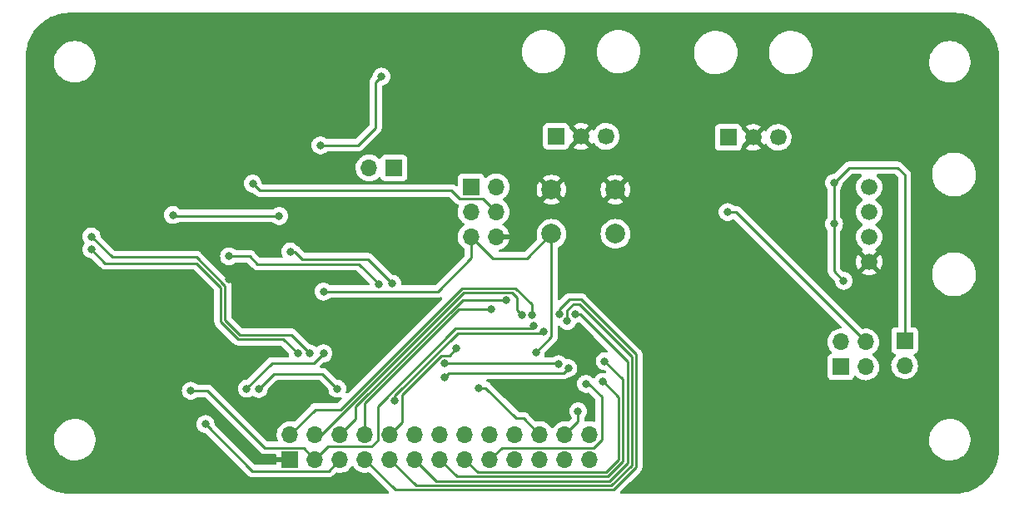
<source format=gbl>
G04 #@! TF.GenerationSoftware,KiCad,Pcbnew,(6.0.7-1)-1*
G04 #@! TF.CreationDate,2022-11-17T12:13:48-08:00*
G04 #@! TF.ProjectId,telemetry-emulator-pcb,74656c65-6d65-4747-9279-2d656d756c61,rev?*
G04 #@! TF.SameCoordinates,Original*
G04 #@! TF.FileFunction,Copper,L2,Bot*
G04 #@! TF.FilePolarity,Positive*
%FSLAX46Y46*%
G04 Gerber Fmt 4.6, Leading zero omitted, Abs format (unit mm)*
G04 Created by KiCad (PCBNEW (6.0.7-1)-1) date 2022-11-17 12:13:48*
%MOMM*%
%LPD*%
G01*
G04 APERTURE LIST*
G04 #@! TA.AperFunction,ComponentPad*
%ADD10C,2.000000*%
G04 #@! TD*
G04 #@! TA.AperFunction,ComponentPad*
%ADD11R,1.700000X1.700000*%
G04 #@! TD*
G04 #@! TA.AperFunction,ComponentPad*
%ADD12O,1.700000X1.700000*%
G04 #@! TD*
G04 #@! TA.AperFunction,ComponentPad*
%ADD13R,1.690000X1.690000*%
G04 #@! TD*
G04 #@! TA.AperFunction,ComponentPad*
%ADD14C,1.690000*%
G04 #@! TD*
G04 #@! TA.AperFunction,ComponentPad*
%ADD15C,1.676400*%
G04 #@! TD*
G04 #@! TA.AperFunction,ViaPad*
%ADD16C,0.800000*%
G04 #@! TD*
G04 #@! TA.AperFunction,Conductor*
%ADD17C,0.250000*%
G04 #@! TD*
G04 APERTURE END LIST*
D10*
X138990000Y-78522000D03*
X145490000Y-78522000D03*
X138990000Y-83022000D03*
X145490000Y-83022000D03*
D11*
X130810000Y-78232000D03*
D12*
X133350000Y-78232000D03*
X130810000Y-80772000D03*
X133350000Y-80772000D03*
X130810000Y-83312000D03*
X133350000Y-83312000D03*
D13*
X139460000Y-73095000D03*
D14*
X142000000Y-73095000D03*
X144540000Y-73095000D03*
D13*
X156960000Y-73195000D03*
D14*
X159500000Y-73195000D03*
X162040000Y-73195000D03*
D15*
X171288500Y-78249500D03*
X171288500Y-80789500D03*
X171288500Y-83329500D03*
X171288500Y-85869500D03*
D11*
X174900000Y-93900000D03*
D12*
X174900000Y-96440000D03*
D11*
X122975000Y-76300000D03*
D12*
X120435000Y-76300000D03*
D11*
X168425000Y-96575000D03*
D12*
X168425000Y-94035000D03*
X170965000Y-96575000D03*
X170965000Y-94035000D03*
D11*
X112400000Y-106000000D03*
D12*
X112400000Y-103460000D03*
X114940000Y-106000000D03*
X114940000Y-103460000D03*
X117480000Y-106000000D03*
X117480000Y-103460000D03*
X120020000Y-106000000D03*
X120020000Y-103460000D03*
X122560000Y-106000000D03*
X122560000Y-103460000D03*
X125100000Y-106000000D03*
X125100000Y-103460000D03*
X127640000Y-106000000D03*
X127640000Y-103460000D03*
X130180000Y-106000000D03*
X130180000Y-103460000D03*
X132720000Y-106000000D03*
X132720000Y-103460000D03*
X135260000Y-106000000D03*
X135260000Y-103460000D03*
X137800000Y-106000000D03*
X137800000Y-103460000D03*
X140340000Y-106000000D03*
X140340000Y-103460000D03*
X142880000Y-106000000D03*
X142880000Y-103460000D03*
D16*
X131600000Y-98700000D03*
X106158698Y-87634100D03*
X139200000Y-70300000D03*
X106300000Y-96500000D03*
X101900000Y-72900000D03*
X115000000Y-65000000D03*
X119000000Y-80800000D03*
X141100000Y-93900000D03*
X122800000Y-68000000D03*
X126200000Y-90000000D03*
X109220000Y-62300000D03*
X127000000Y-62400000D03*
X160300000Y-99200000D03*
X156100000Y-70400000D03*
X94400000Y-99100000D03*
X115800000Y-99300000D03*
X91800000Y-70900000D03*
X87600000Y-91200000D03*
X102500000Y-62300000D03*
X160500000Y-92700000D03*
X148900000Y-108300000D03*
X134370000Y-89730000D03*
X132862652Y-90737348D03*
X108600000Y-77900000D03*
X136000000Y-91300000D03*
X137400000Y-95104500D03*
X115800000Y-88900000D03*
X144200000Y-98100000D03*
X144400000Y-96000000D03*
X141400000Y-91200000D03*
X140600000Y-91900000D03*
X139800000Y-91200000D03*
X123075500Y-100000000D03*
X138200000Y-93000000D03*
X103800000Y-102400000D03*
X137200000Y-92400000D03*
X102300000Y-99000000D03*
X112421924Y-84825500D03*
X122800000Y-88100000D03*
X129300000Y-94700000D03*
X106200000Y-85300000D03*
X121400000Y-88175500D03*
X136999503Y-91300000D03*
X128100000Y-96200000D03*
X141700000Y-101100000D03*
X139700000Y-96300000D03*
X156900000Y-80800000D03*
X142500000Y-98300000D03*
X121700000Y-67000000D03*
X115500000Y-74000000D03*
X114400000Y-95200000D03*
X92200000Y-83300000D03*
X113187701Y-95212299D03*
X92200000Y-84600000D03*
X108000000Y-98800000D03*
X115800000Y-95200000D03*
X109223375Y-98823375D03*
X117200000Y-98800000D03*
X168700000Y-87800000D03*
X167730500Y-82000000D03*
X167700000Y-77835000D03*
X111300000Y-81200000D03*
X100500000Y-81100000D03*
X128100000Y-97600000D03*
X140700000Y-96700000D03*
D17*
X135400000Y-101800000D02*
X136140000Y-101800000D01*
X136140000Y-101800000D02*
X137800000Y-103460000D01*
X132300000Y-98700000D02*
X135400000Y-101800000D01*
X131600000Y-98700000D02*
X132300000Y-98700000D01*
X134370000Y-89730000D02*
X129942792Y-89730000D01*
X129942792Y-89730000D02*
X119040000Y-100632792D01*
X119040000Y-100632792D02*
X119040000Y-101900000D01*
X119040000Y-101900000D02*
X117480000Y-103460000D01*
X129571840Y-90737348D02*
X132862652Y-90737348D01*
X120020000Y-100289188D02*
X129571840Y-90737348D01*
X120020000Y-103460000D02*
X120020000Y-100289188D01*
X131985000Y-79407000D02*
X133350000Y-80772000D01*
X115540000Y-103460000D02*
X114940000Y-103460000D01*
X128828000Y-78600000D02*
X129635000Y-79407000D01*
X135500000Y-90800000D02*
X135500000Y-89500000D01*
X135500000Y-89500000D02*
X135000000Y-89000000D01*
X129635000Y-79407000D02*
X131985000Y-79407000D01*
X135000000Y-89000000D02*
X130036396Y-89000000D01*
X108600000Y-77900000D02*
X109300000Y-78600000D01*
X130036396Y-89000000D02*
X115576396Y-103460000D01*
X115576396Y-103460000D02*
X114940000Y-103460000D01*
X136000000Y-91300000D02*
X135500000Y-90800000D01*
X109300000Y-78600000D02*
X128828000Y-78600000D01*
X136512000Y-85500000D02*
X138990000Y-83022000D01*
X127400000Y-88900000D02*
X130810000Y-85490000D01*
X115800000Y-88900000D02*
X127400000Y-88900000D01*
X138990000Y-93514500D02*
X138990000Y-83022000D01*
X137400000Y-95104500D02*
X138990000Y-93514500D01*
X130810000Y-85490000D02*
X130810000Y-83312000D01*
X132998000Y-85500000D02*
X130810000Y-83312000D01*
X136512000Y-85500000D02*
X132998000Y-85500000D01*
X145800000Y-99654502D02*
X145800000Y-106027208D01*
X144200000Y-98100000D02*
X144245498Y-98100000D01*
X144245498Y-98100000D02*
X145800000Y-99654502D01*
X145800000Y-106027208D02*
X144527208Y-107300000D01*
X131480000Y-107300000D02*
X130180000Y-106000000D01*
X144527208Y-107300000D02*
X131480000Y-107300000D01*
X144713604Y-107750000D02*
X129390000Y-107750000D01*
X146250000Y-97850000D02*
X146250000Y-106213604D01*
X146250000Y-106213604D02*
X144713604Y-107750000D01*
X129390000Y-107750000D02*
X127640000Y-106000000D01*
X144400000Y-96000000D02*
X146250000Y-97850000D01*
X127300000Y-108200000D02*
X125100000Y-106000000D01*
X146700000Y-106400000D02*
X144900000Y-108200000D01*
X146700000Y-96000000D02*
X146700000Y-106400000D01*
X144900000Y-108200000D02*
X127300000Y-108200000D01*
X141400000Y-91200000D02*
X141900000Y-91200000D01*
X141900000Y-91200000D02*
X146700000Y-96000000D01*
X147150000Y-106586396D02*
X145086396Y-108650000D01*
X140600000Y-91900000D02*
X140600000Y-90800000D01*
X147150000Y-95550000D02*
X147150000Y-106586396D01*
X125210000Y-108650000D02*
X122560000Y-106000000D01*
X145086396Y-108650000D02*
X125210000Y-108650000D01*
X141200000Y-90200000D02*
X141800000Y-90200000D01*
X140600000Y-90800000D02*
X141200000Y-90200000D01*
X141800000Y-90200000D02*
X147150000Y-95550000D01*
X145272792Y-109100000D02*
X123120000Y-109100000D01*
X123120000Y-109100000D02*
X120020000Y-106000000D01*
X140800000Y-89700000D02*
X142000000Y-89700000D01*
X147600000Y-106772792D02*
X145272792Y-109100000D01*
X139800000Y-91200000D02*
X139800000Y-90700000D01*
X147600000Y-95300000D02*
X147600000Y-106772792D01*
X139800000Y-90700000D02*
X140800000Y-89700000D01*
X142000000Y-89700000D02*
X147600000Y-95300000D01*
X103800000Y-102400000D02*
X108575000Y-107175000D01*
X129438604Y-93125000D02*
X138075000Y-93125000D01*
X116305000Y-107175000D02*
X117480000Y-106000000D01*
X138075000Y-93125000D02*
X138200000Y-93000000D01*
X123075500Y-99488104D02*
X129438604Y-93125000D01*
X108575000Y-107175000D02*
X116305000Y-107175000D01*
X123075500Y-100000000D02*
X123075500Y-99488104D01*
X137200000Y-92400000D02*
X136925000Y-92675000D01*
X136925000Y-92675000D02*
X129252208Y-92675000D01*
X109825000Y-104825000D02*
X113765000Y-104825000D01*
X102300000Y-99000000D02*
X104000000Y-99000000D01*
X121300000Y-104100000D02*
X120700000Y-104700000D01*
X104000000Y-99000000D02*
X109825000Y-104825000D01*
X113765000Y-104825000D02*
X114940000Y-106000000D01*
X116240000Y-104700000D02*
X114940000Y-106000000D01*
X120700000Y-104700000D02*
X116240000Y-104700000D01*
X129252208Y-92675000D02*
X121300000Y-100627208D01*
X121300000Y-100627208D02*
X121300000Y-104100000D01*
X123800000Y-99400000D02*
X123800000Y-102220000D01*
X122800000Y-88100000D02*
X120300000Y-85600000D01*
X112897424Y-84825500D02*
X112421924Y-84825500D01*
X127800000Y-95400000D02*
X123800000Y-99400000D01*
X129300000Y-94700000D02*
X128600000Y-95400000D01*
X120300000Y-85600000D02*
X113671924Y-85600000D01*
X123800000Y-102220000D02*
X122560000Y-103460000D01*
X128600000Y-95400000D02*
X127800000Y-95400000D01*
X113671924Y-85600000D02*
X112897424Y-84825500D01*
X108300000Y-85300000D02*
X106200000Y-85300000D01*
X121400000Y-88100000D02*
X119400000Y-86100000D01*
X109100000Y-86100000D02*
X108300000Y-85300000D01*
X119400000Y-86100000D02*
X109100000Y-86100000D01*
X121400000Y-88175500D02*
X121400000Y-88100000D01*
X136999503Y-91300000D02*
X136999503Y-90199503D01*
X117500000Y-100900000D02*
X114960000Y-100900000D01*
X135350000Y-88550000D02*
X129850000Y-88550000D01*
X129850000Y-88550000D02*
X117500000Y-100900000D01*
X136999503Y-90199503D02*
X135350000Y-88550000D01*
X114960000Y-100900000D02*
X112400000Y-103460000D01*
X141700000Y-102100000D02*
X140340000Y-103460000D01*
X141700000Y-101100000D02*
X141700000Y-102100000D01*
X139600000Y-96200000D02*
X139700000Y-96300000D01*
X128100000Y-96200000D02*
X139600000Y-96200000D01*
X157730000Y-80800000D02*
X170965000Y-94035000D01*
X156900000Y-80800000D02*
X157730000Y-80800000D01*
X144100000Y-99600000D02*
X144100000Y-104000000D01*
X143300000Y-104800000D02*
X133920000Y-104800000D01*
X142800000Y-98300000D02*
X144100000Y-99600000D01*
X133920000Y-104800000D02*
X132720000Y-106000000D01*
X142500000Y-98300000D02*
X142800000Y-98300000D01*
X144100000Y-104000000D02*
X143300000Y-104800000D01*
X115500000Y-74000000D02*
X119300000Y-74000000D01*
X121100000Y-72200000D02*
X121100000Y-67600000D01*
X119300000Y-74000000D02*
X121100000Y-72200000D01*
X121100000Y-67600000D02*
X121700000Y-67000000D01*
X92200000Y-83300000D02*
X94300000Y-85400000D01*
X94300000Y-85400000D02*
X102900000Y-85400000D01*
X105800000Y-88300000D02*
X105800000Y-91800000D01*
X112500000Y-93300000D02*
X114400000Y-95200000D01*
X105800000Y-91800000D02*
X107300000Y-93300000D01*
X107300000Y-93300000D02*
X112500000Y-93300000D01*
X102900000Y-85400000D02*
X105800000Y-88300000D01*
X111725402Y-93750000D02*
X113187701Y-95212299D01*
X105331802Y-91968198D02*
X107113604Y-93750000D01*
X92200000Y-84600000D02*
X93600000Y-86000000D01*
X107113604Y-93750000D02*
X111725402Y-93750000D01*
X93600000Y-86000000D02*
X102863604Y-86000000D01*
X102863604Y-86000000D02*
X105331802Y-88468198D01*
X105331802Y-88468198D02*
X105331802Y-91968198D01*
X110576752Y-96200000D02*
X108000000Y-98776752D01*
X115800000Y-95200000D02*
X114800000Y-96200000D01*
X114800000Y-96200000D02*
X110576752Y-96200000D01*
X108000000Y-98776752D02*
X108000000Y-98800000D01*
X110746750Y-97300000D02*
X109223375Y-98823375D01*
X117200000Y-98800000D02*
X115700000Y-97300000D01*
X115700000Y-97300000D02*
X110746750Y-97300000D01*
X169235000Y-76300000D02*
X174200000Y-76300000D01*
X174200000Y-76300000D02*
X174900000Y-77000000D01*
X167730500Y-82000000D02*
X167730500Y-77865500D01*
X174900000Y-77000000D02*
X174900000Y-93900000D01*
X167730500Y-82000000D02*
X167730500Y-86830500D01*
X167730500Y-86830500D02*
X168700000Y-87800000D01*
X167700000Y-77835000D02*
X169235000Y-76300000D01*
X167730500Y-77865500D02*
X167700000Y-77835000D01*
X100500000Y-81100000D02*
X100600000Y-81200000D01*
X100600000Y-81200000D02*
X111300000Y-81200000D01*
X140700000Y-96700000D02*
X140200000Y-97200000D01*
X128500000Y-97200000D02*
X128100000Y-97600000D01*
X140200000Y-97200000D02*
X128500000Y-97200000D01*
G04 #@! TA.AperFunction,Conductor*
G36*
X179970018Y-60510000D02*
G01*
X179984851Y-60512310D01*
X179984855Y-60512310D01*
X179993724Y-60513691D01*
X180014183Y-60511016D01*
X180036007Y-60510072D01*
X180385965Y-60525352D01*
X180396913Y-60526310D01*
X180774498Y-60576019D01*
X180785307Y-60577926D01*
X181157114Y-60660353D01*
X181167731Y-60663198D01*
X181530939Y-60777718D01*
X181541254Y-60781471D01*
X181893123Y-60927220D01*
X181903067Y-60931858D01*
X182240867Y-61107705D01*
X182250387Y-61113201D01*
X182571574Y-61317820D01*
X182580578Y-61324124D01*
X182882716Y-61555962D01*
X182891137Y-61563028D01*
X183171914Y-61820314D01*
X183179686Y-61828086D01*
X183436972Y-62108863D01*
X183444038Y-62117284D01*
X183675876Y-62419422D01*
X183682180Y-62428426D01*
X183728189Y-62500646D01*
X183862062Y-62710783D01*
X183886799Y-62749613D01*
X183892294Y-62759132D01*
X184046855Y-63056039D01*
X184068138Y-63096924D01*
X184072780Y-63106877D01*
X184198025Y-63409245D01*
X184218526Y-63458739D01*
X184222282Y-63469061D01*
X184292035Y-63690285D01*
X184336802Y-63832268D01*
X184339647Y-63842885D01*
X184421576Y-64212442D01*
X184422073Y-64214685D01*
X184423981Y-64225502D01*
X184464968Y-64536837D01*
X184473690Y-64603086D01*
X184474648Y-64614035D01*
X184482308Y-64789463D01*
X184489603Y-64956552D01*
X184488223Y-64981429D01*
X184486309Y-64993724D01*
X184487473Y-65002626D01*
X184487473Y-65002628D01*
X184490436Y-65025283D01*
X184491500Y-65041621D01*
X184491500Y-104950633D01*
X184490000Y-104970018D01*
X184487690Y-104984851D01*
X184487690Y-104984855D01*
X184486309Y-104993724D01*
X184488984Y-105014183D01*
X184489928Y-105036007D01*
X184476939Y-105333500D01*
X184474648Y-105385964D01*
X184473690Y-105396913D01*
X184424265Y-105772342D01*
X184423982Y-105774490D01*
X184422074Y-105785307D01*
X184414459Y-105819658D01*
X184339647Y-106157114D01*
X184336802Y-106167731D01*
X184225260Y-106521498D01*
X184222285Y-106530932D01*
X184218529Y-106541254D01*
X184075260Y-106887137D01*
X184072784Y-106893114D01*
X184068142Y-106903067D01*
X183906430Y-107213713D01*
X183892295Y-107240867D01*
X183886799Y-107250387D01*
X183682180Y-107571574D01*
X183675876Y-107580578D01*
X183444038Y-107882716D01*
X183436972Y-107891137D01*
X183179686Y-108171914D01*
X183171914Y-108179686D01*
X182891137Y-108436972D01*
X182882716Y-108444038D01*
X182580578Y-108675876D01*
X182571574Y-108682180D01*
X182250387Y-108886799D01*
X182240868Y-108892294D01*
X181903067Y-109068142D01*
X181893123Y-109072780D01*
X181541254Y-109218529D01*
X181530939Y-109222282D01*
X181338407Y-109282988D01*
X181167732Y-109336802D01*
X181157115Y-109339647D01*
X180785307Y-109422074D01*
X180774498Y-109423981D01*
X180413564Y-109471498D01*
X180396914Y-109473690D01*
X180385965Y-109474648D01*
X180043446Y-109489603D01*
X180018571Y-109488223D01*
X180006276Y-109486309D01*
X179997374Y-109487473D01*
X179997372Y-109487473D01*
X179982323Y-109489441D01*
X179974714Y-109490436D01*
X179958379Y-109491500D01*
X146081386Y-109491500D01*
X146013265Y-109471498D01*
X145966772Y-109417842D01*
X145956668Y-109347568D01*
X145986162Y-109282988D01*
X145992291Y-109276405D01*
X146954980Y-108313717D01*
X147992253Y-107276444D01*
X148000539Y-107268904D01*
X148007018Y-107264792D01*
X148024900Y-107245750D01*
X148053643Y-107215141D01*
X148056398Y-107212299D01*
X148076135Y-107192562D01*
X148078615Y-107189365D01*
X148086320Y-107180343D01*
X148111159Y-107153892D01*
X148116586Y-107148113D01*
X148120405Y-107141167D01*
X148120407Y-107141164D01*
X148126348Y-107130358D01*
X148137199Y-107113839D01*
X148144758Y-107104093D01*
X148149614Y-107097833D01*
X148152759Y-107090564D01*
X148152762Y-107090560D01*
X148167174Y-107057255D01*
X148172391Y-107046605D01*
X148193695Y-107007852D01*
X148198733Y-106988229D01*
X148205137Y-106969526D01*
X148210033Y-106958212D01*
X148210033Y-106958211D01*
X148213181Y-106950937D01*
X148214420Y-106943114D01*
X148214423Y-106943104D01*
X148220099Y-106907268D01*
X148222505Y-106895648D01*
X148231528Y-106860503D01*
X148231528Y-106860502D01*
X148233500Y-106852822D01*
X148233500Y-106832568D01*
X148235051Y-106812857D01*
X148235664Y-106808990D01*
X148238220Y-106792849D01*
X148234059Y-106748830D01*
X148233500Y-106736973D01*
X148233500Y-104132703D01*
X177390743Y-104132703D01*
X177391302Y-104136947D01*
X177391302Y-104136951D01*
X177405132Y-104242001D01*
X177428268Y-104417734D01*
X177504129Y-104695036D01*
X177505813Y-104698984D01*
X177614807Y-104954514D01*
X177616923Y-104959476D01*
X177653628Y-105020805D01*
X177739602Y-105164457D01*
X177764561Y-105206161D01*
X177944313Y-105430528D01*
X177994867Y-105478502D01*
X178120414Y-105597641D01*
X178152851Y-105628423D01*
X178386317Y-105796186D01*
X178390112Y-105798195D01*
X178390113Y-105798196D01*
X178411869Y-105809715D01*
X178640392Y-105930712D01*
X178910373Y-106029511D01*
X179191264Y-106090755D01*
X179219841Y-106093004D01*
X179414282Y-106108307D01*
X179414291Y-106108307D01*
X179416739Y-106108500D01*
X179572271Y-106108500D01*
X179574407Y-106108354D01*
X179574418Y-106108354D01*
X179782548Y-106094165D01*
X179782554Y-106094164D01*
X179786825Y-106093873D01*
X179791020Y-106093004D01*
X179791022Y-106093004D01*
X179934747Y-106063240D01*
X180068342Y-106035574D01*
X180339343Y-105939607D01*
X180594812Y-105807750D01*
X180598313Y-105805289D01*
X180598317Y-105805287D01*
X180730178Y-105712613D01*
X180830023Y-105642441D01*
X180908403Y-105569606D01*
X181037479Y-105449661D01*
X181037481Y-105449658D01*
X181040622Y-105446740D01*
X181222713Y-105224268D01*
X181372927Y-104979142D01*
X181488483Y-104715898D01*
X181567244Y-104439406D01*
X181607751Y-104154784D01*
X181607845Y-104136951D01*
X181609235Y-103871583D01*
X181609235Y-103871576D01*
X181609257Y-103867297D01*
X181571732Y-103582266D01*
X181495871Y-103304964D01*
X181450924Y-103199588D01*
X181384763Y-103044476D01*
X181384761Y-103044472D01*
X181383077Y-103040524D01*
X181308527Y-102915960D01*
X181237643Y-102797521D01*
X181237640Y-102797517D01*
X181235439Y-102793839D01*
X181055687Y-102569472D01*
X180847149Y-102371577D01*
X180633322Y-102217926D01*
X180617172Y-102206321D01*
X180617171Y-102206320D01*
X180613683Y-102203814D01*
X180596221Y-102194568D01*
X180531078Y-102160077D01*
X180359608Y-102069288D01*
X180089627Y-101970489D01*
X179808736Y-101909245D01*
X179777685Y-101906801D01*
X179585718Y-101891693D01*
X179585709Y-101891693D01*
X179583261Y-101891500D01*
X179427729Y-101891500D01*
X179425593Y-101891646D01*
X179425582Y-101891646D01*
X179217452Y-101905835D01*
X179217446Y-101905836D01*
X179213175Y-101906127D01*
X179208980Y-101906996D01*
X179208978Y-101906996D01*
X179072416Y-101935277D01*
X178931658Y-101964426D01*
X178660657Y-102060393D01*
X178656848Y-102062359D01*
X178510180Y-102138060D01*
X178405188Y-102192250D01*
X178401687Y-102194711D01*
X178401683Y-102194713D01*
X178362068Y-102222555D01*
X178169977Y-102357559D01*
X178154892Y-102371577D01*
X178052345Y-102466870D01*
X177959378Y-102553260D01*
X177777287Y-102775732D01*
X177627073Y-103020858D01*
X177511517Y-103284102D01*
X177432756Y-103560594D01*
X177392249Y-103845216D01*
X177392227Y-103849505D01*
X177392226Y-103849512D01*
X177390765Y-104128417D01*
X177390743Y-104132703D01*
X148233500Y-104132703D01*
X148233500Y-95378767D01*
X148234027Y-95367584D01*
X148235702Y-95360091D01*
X148233562Y-95292000D01*
X148233500Y-95288043D01*
X148233500Y-95260144D01*
X148232996Y-95256153D01*
X148232063Y-95244311D01*
X148231834Y-95237006D01*
X148230674Y-95200111D01*
X148228462Y-95192497D01*
X148228461Y-95192492D01*
X148225023Y-95180659D01*
X148221012Y-95161295D01*
X148219467Y-95149064D01*
X148218474Y-95141203D01*
X148215557Y-95133836D01*
X148215556Y-95133831D01*
X148202198Y-95100092D01*
X148198354Y-95088865D01*
X148194352Y-95075090D01*
X148186018Y-95046407D01*
X148175707Y-95028972D01*
X148167012Y-95011224D01*
X148159552Y-94992383D01*
X148133564Y-94956613D01*
X148127048Y-94946693D01*
X148108580Y-94915465D01*
X148108578Y-94915462D01*
X148104542Y-94908638D01*
X148090221Y-94894317D01*
X148077380Y-94879283D01*
X148070131Y-94869306D01*
X148065472Y-94862893D01*
X148031395Y-94834702D01*
X148022616Y-94826712D01*
X142503652Y-89307747D01*
X142496112Y-89299461D01*
X142492000Y-89292982D01*
X142466034Y-89268598D01*
X142442349Y-89246357D01*
X142439507Y-89243602D01*
X142419770Y-89223865D01*
X142416573Y-89221385D01*
X142407551Y-89213680D01*
X142396446Y-89203252D01*
X142375321Y-89183414D01*
X142368375Y-89179595D01*
X142368372Y-89179593D01*
X142357566Y-89173652D01*
X142341047Y-89162801D01*
X142340583Y-89162441D01*
X142325041Y-89150386D01*
X142317772Y-89147241D01*
X142317768Y-89147238D01*
X142284463Y-89132826D01*
X142273813Y-89127609D01*
X142235060Y-89106305D01*
X142215437Y-89101267D01*
X142196734Y-89094863D01*
X142185420Y-89089967D01*
X142185419Y-89089967D01*
X142178145Y-89086819D01*
X142170322Y-89085580D01*
X142170312Y-89085577D01*
X142134476Y-89079901D01*
X142122856Y-89077495D01*
X142087711Y-89068472D01*
X142087710Y-89068472D01*
X142080030Y-89066500D01*
X142059776Y-89066500D01*
X142040065Y-89064949D01*
X142027886Y-89063020D01*
X142020057Y-89061780D01*
X141990786Y-89064547D01*
X141976039Y-89065941D01*
X141964181Y-89066500D01*
X140878768Y-89066500D01*
X140867585Y-89065973D01*
X140860092Y-89064298D01*
X140852166Y-89064547D01*
X140852165Y-89064547D01*
X140792002Y-89066438D01*
X140788044Y-89066500D01*
X140760144Y-89066500D01*
X140756154Y-89067004D01*
X140744320Y-89067936D01*
X140700111Y-89069326D01*
X140692495Y-89071539D01*
X140692493Y-89071539D01*
X140680652Y-89074979D01*
X140661293Y-89078988D01*
X140659983Y-89079154D01*
X140641203Y-89081526D01*
X140633837Y-89084442D01*
X140633831Y-89084444D01*
X140600098Y-89097800D01*
X140588868Y-89101645D01*
X140572828Y-89106305D01*
X140546407Y-89113981D01*
X140539584Y-89118016D01*
X140528966Y-89124295D01*
X140511213Y-89132992D01*
X140503568Y-89136019D01*
X140492383Y-89140448D01*
X140478705Y-89150386D01*
X140456612Y-89166437D01*
X140446695Y-89172951D01*
X140408638Y-89195458D01*
X140394317Y-89209779D01*
X140379284Y-89222619D01*
X140362893Y-89234528D01*
X140357843Y-89240632D01*
X140357838Y-89240637D01*
X140334707Y-89268598D01*
X140326717Y-89277379D01*
X139838595Y-89765500D01*
X139776283Y-89799525D01*
X139705467Y-89794460D01*
X139648632Y-89751913D01*
X139623821Y-89685393D01*
X139623500Y-89676404D01*
X139623500Y-84473566D01*
X139643502Y-84405445D01*
X139683665Y-84366133D01*
X139875202Y-84248759D01*
X139875208Y-84248755D01*
X139879416Y-84246176D01*
X140059969Y-84091969D01*
X140214176Y-83911416D01*
X140216755Y-83907208D01*
X140216759Y-83907202D01*
X140335654Y-83713183D01*
X140338240Y-83708963D01*
X140353735Y-83671556D01*
X140427211Y-83494167D01*
X140427212Y-83494165D01*
X140429105Y-83489594D01*
X140455755Y-83378590D01*
X140483380Y-83263524D01*
X140483381Y-83263518D01*
X140484535Y-83258711D01*
X140503165Y-83022000D01*
X143976835Y-83022000D01*
X143995465Y-83258711D01*
X143996619Y-83263518D01*
X143996620Y-83263524D01*
X144024245Y-83378590D01*
X144050895Y-83489594D01*
X144052788Y-83494165D01*
X144052789Y-83494167D01*
X144126266Y-83671556D01*
X144141760Y-83708963D01*
X144144346Y-83713183D01*
X144263241Y-83907202D01*
X144263245Y-83907208D01*
X144265824Y-83911416D01*
X144420031Y-84091969D01*
X144600584Y-84246176D01*
X144604792Y-84248755D01*
X144604798Y-84248759D01*
X144768603Y-84349139D01*
X144803037Y-84370240D01*
X144807607Y-84372133D01*
X144807611Y-84372135D01*
X145017833Y-84459211D01*
X145022406Y-84461105D01*
X145074310Y-84473566D01*
X145248476Y-84515380D01*
X145248482Y-84515381D01*
X145253289Y-84516535D01*
X145490000Y-84535165D01*
X145726711Y-84516535D01*
X145731518Y-84515381D01*
X145731524Y-84515380D01*
X145905690Y-84473566D01*
X145957594Y-84461105D01*
X145962167Y-84459211D01*
X146172389Y-84372135D01*
X146172393Y-84372133D01*
X146176963Y-84370240D01*
X146211397Y-84349139D01*
X146375202Y-84248759D01*
X146375208Y-84248755D01*
X146379416Y-84246176D01*
X146559969Y-84091969D01*
X146714176Y-83911416D01*
X146716755Y-83907208D01*
X146716759Y-83907202D01*
X146835654Y-83713183D01*
X146838240Y-83708963D01*
X146853735Y-83671556D01*
X146927211Y-83494167D01*
X146927212Y-83494165D01*
X146929105Y-83489594D01*
X146955755Y-83378590D01*
X146983380Y-83263524D01*
X146983381Y-83263518D01*
X146984535Y-83258711D01*
X147003165Y-83022000D01*
X146984535Y-82785289D01*
X146980571Y-82768774D01*
X146930260Y-82559218D01*
X146929105Y-82554406D01*
X146911856Y-82512763D01*
X146840135Y-82339611D01*
X146840133Y-82339607D01*
X146838240Y-82335037D01*
X146743369Y-82180222D01*
X146716759Y-82136798D01*
X146716755Y-82136792D01*
X146714176Y-82132584D01*
X146571993Y-81966109D01*
X146563177Y-81955787D01*
X146559969Y-81952031D01*
X146379416Y-81797824D01*
X146375208Y-81795245D01*
X146375202Y-81795241D01*
X146181183Y-81676346D01*
X146176963Y-81673760D01*
X146172393Y-81671867D01*
X146172389Y-81671865D01*
X145962167Y-81584789D01*
X145962165Y-81584788D01*
X145957594Y-81582895D01*
X145877391Y-81563640D01*
X145731524Y-81528620D01*
X145731518Y-81528619D01*
X145726711Y-81527465D01*
X145490000Y-81508835D01*
X145253289Y-81527465D01*
X145248482Y-81528619D01*
X145248476Y-81528620D01*
X145102609Y-81563640D01*
X145022406Y-81582895D01*
X145017835Y-81584788D01*
X145017833Y-81584789D01*
X144807611Y-81671865D01*
X144807607Y-81671867D01*
X144803037Y-81673760D01*
X144798817Y-81676346D01*
X144604798Y-81795241D01*
X144604792Y-81795245D01*
X144600584Y-81797824D01*
X144420031Y-81952031D01*
X144416823Y-81955787D01*
X144408007Y-81966109D01*
X144265824Y-82132584D01*
X144263245Y-82136792D01*
X144263241Y-82136798D01*
X144236631Y-82180222D01*
X144141760Y-82335037D01*
X144139867Y-82339607D01*
X144139865Y-82339611D01*
X144068144Y-82512763D01*
X144050895Y-82554406D01*
X144049740Y-82559218D01*
X143999430Y-82768774D01*
X143995465Y-82785289D01*
X143976835Y-83022000D01*
X140503165Y-83022000D01*
X140484535Y-82785289D01*
X140480571Y-82768774D01*
X140430260Y-82559218D01*
X140429105Y-82554406D01*
X140411856Y-82512763D01*
X140340135Y-82339611D01*
X140340133Y-82339607D01*
X140338240Y-82335037D01*
X140243369Y-82180222D01*
X140216759Y-82136798D01*
X140216755Y-82136792D01*
X140214176Y-82132584D01*
X140071993Y-81966109D01*
X140063177Y-81955787D01*
X140059969Y-81952031D01*
X139879416Y-81797824D01*
X139875208Y-81795245D01*
X139875202Y-81795241D01*
X139681183Y-81676346D01*
X139676963Y-81673760D01*
X139672393Y-81671867D01*
X139672389Y-81671865D01*
X139462167Y-81584789D01*
X139462165Y-81584788D01*
X139457594Y-81582895D01*
X139377391Y-81563640D01*
X139231524Y-81528620D01*
X139231518Y-81528619D01*
X139226711Y-81527465D01*
X138990000Y-81508835D01*
X138753289Y-81527465D01*
X138748482Y-81528619D01*
X138748476Y-81528620D01*
X138602609Y-81563640D01*
X138522406Y-81582895D01*
X138517835Y-81584788D01*
X138517833Y-81584789D01*
X138307611Y-81671865D01*
X138307607Y-81671867D01*
X138303037Y-81673760D01*
X138298817Y-81676346D01*
X138104798Y-81795241D01*
X138104792Y-81795245D01*
X138100584Y-81797824D01*
X137920031Y-81952031D01*
X137916823Y-81955787D01*
X137908007Y-81966109D01*
X137765824Y-82132584D01*
X137763245Y-82136792D01*
X137763241Y-82136798D01*
X137736631Y-82180222D01*
X137641760Y-82335037D01*
X137639867Y-82339607D01*
X137639865Y-82339611D01*
X137568144Y-82512763D01*
X137550895Y-82554406D01*
X137549740Y-82559218D01*
X137499430Y-82768774D01*
X137495465Y-82785289D01*
X137476835Y-83022000D01*
X137495465Y-83258711D01*
X137496619Y-83263518D01*
X137496620Y-83263524D01*
X137549060Y-83481950D01*
X137545513Y-83552858D01*
X137515636Y-83600459D01*
X136286500Y-84829595D01*
X136224188Y-84863621D01*
X136197405Y-84866500D01*
X133753059Y-84866500D01*
X133684938Y-84846498D01*
X133638445Y-84792842D01*
X133628341Y-84722568D01*
X133657835Y-84657988D01*
X133716851Y-84619814D01*
X133842255Y-84582191D01*
X133851842Y-84578433D01*
X134043095Y-84484739D01*
X134051945Y-84479464D01*
X134225328Y-84355792D01*
X134233200Y-84349139D01*
X134384052Y-84198812D01*
X134390730Y-84190965D01*
X134515003Y-84018020D01*
X134520313Y-84009183D01*
X134614670Y-83818267D01*
X134618469Y-83808672D01*
X134680377Y-83604910D01*
X134682555Y-83594837D01*
X134683986Y-83583962D01*
X134681775Y-83569778D01*
X134668617Y-83566000D01*
X133222000Y-83566000D01*
X133153879Y-83545998D01*
X133107386Y-83492342D01*
X133096000Y-83440000D01*
X133096000Y-83184000D01*
X133116002Y-83115879D01*
X133169658Y-83069386D01*
X133222000Y-83058000D01*
X134668344Y-83058000D01*
X134681875Y-83054027D01*
X134683180Y-83044947D01*
X134641214Y-82877875D01*
X134637894Y-82868124D01*
X134552972Y-82672814D01*
X134548105Y-82663739D01*
X134432426Y-82484926D01*
X134426136Y-82476757D01*
X134282806Y-82319240D01*
X134275273Y-82312215D01*
X134108139Y-82180222D01*
X134099556Y-82174520D01*
X134062602Y-82154120D01*
X134012631Y-82103687D01*
X133997859Y-82034245D01*
X134022975Y-81967839D01*
X134050327Y-81941232D01*
X134116820Y-81893803D01*
X134229860Y-81813173D01*
X134242041Y-81801035D01*
X134369761Y-81673760D01*
X134388096Y-81655489D01*
X134403014Y-81634729D01*
X134515435Y-81478277D01*
X134518453Y-81474077D01*
X134525193Y-81460441D01*
X134615136Y-81278453D01*
X134615137Y-81278451D01*
X134617430Y-81273811D01*
X134682370Y-81060069D01*
X134711529Y-80838590D01*
X134711917Y-80822721D01*
X134712472Y-80800000D01*
X155986496Y-80800000D01*
X155987186Y-80806565D01*
X156002950Y-80956547D01*
X156006458Y-80989928D01*
X156065473Y-81171556D01*
X156160960Y-81336944D01*
X156165378Y-81341851D01*
X156165379Y-81341852D01*
X156205685Y-81386616D01*
X156288747Y-81478866D01*
X156443248Y-81591118D01*
X156449276Y-81593802D01*
X156449278Y-81593803D01*
X156596022Y-81659137D01*
X156617712Y-81668794D01*
X156711112Y-81688647D01*
X156798056Y-81707128D01*
X156798061Y-81707128D01*
X156804513Y-81708500D01*
X156995487Y-81708500D01*
X157001939Y-81707128D01*
X157001944Y-81707128D01*
X157088888Y-81688647D01*
X157182288Y-81668794D01*
X157203978Y-81659137D01*
X157350722Y-81593803D01*
X157350724Y-81593802D01*
X157356752Y-81591118D01*
X157376063Y-81577088D01*
X157425182Y-81541401D01*
X157492050Y-81517542D01*
X157561202Y-81533623D01*
X157588338Y-81554242D01*
X168495086Y-92460990D01*
X168529112Y-92523302D01*
X168524047Y-92594117D01*
X168481500Y-92650953D01*
X168414980Y-92675764D01*
X168404459Y-92676076D01*
X168356962Y-92675495D01*
X168335080Y-92675228D01*
X168335078Y-92675228D01*
X168329911Y-92675165D01*
X168109091Y-92708955D01*
X167896756Y-92778357D01*
X167698607Y-92881507D01*
X167694474Y-92884610D01*
X167694471Y-92884612D01*
X167524100Y-93012530D01*
X167519965Y-93015635D01*
X167365629Y-93177138D01*
X167239743Y-93361680D01*
X167224003Y-93395590D01*
X167159497Y-93534557D01*
X167145688Y-93564305D01*
X167085989Y-93779570D01*
X167062251Y-94001695D01*
X167062548Y-94006848D01*
X167062548Y-94006851D01*
X167073288Y-94193121D01*
X167075110Y-94224715D01*
X167076247Y-94229761D01*
X167076248Y-94229767D01*
X167097197Y-94322721D01*
X167124222Y-94442639D01*
X167208266Y-94649616D01*
X167255822Y-94727221D01*
X167322291Y-94835688D01*
X167324987Y-94840088D01*
X167471250Y-95008938D01*
X167475230Y-95012242D01*
X167479981Y-95016187D01*
X167519616Y-95075090D01*
X167521113Y-95146071D01*
X167483997Y-95206593D01*
X167443725Y-95231112D01*
X167355095Y-95264338D01*
X167328295Y-95274385D01*
X167211739Y-95361739D01*
X167124385Y-95478295D01*
X167073255Y-95614684D01*
X167066500Y-95676866D01*
X167066500Y-97473134D01*
X167073255Y-97535316D01*
X167124385Y-97671705D01*
X167211739Y-97788261D01*
X167328295Y-97875615D01*
X167464684Y-97926745D01*
X167526866Y-97933500D01*
X169323134Y-97933500D01*
X169385316Y-97926745D01*
X169521705Y-97875615D01*
X169638261Y-97788261D01*
X169725615Y-97671705D01*
X169747799Y-97612529D01*
X169769598Y-97554382D01*
X169812240Y-97497618D01*
X169878802Y-97472918D01*
X169948150Y-97488126D01*
X169982817Y-97516114D01*
X170011250Y-97548938D01*
X170183126Y-97691632D01*
X170376000Y-97804338D01*
X170584692Y-97884030D01*
X170589760Y-97885061D01*
X170589763Y-97885062D01*
X170697017Y-97906883D01*
X170803597Y-97928567D01*
X170808772Y-97928757D01*
X170808774Y-97928757D01*
X171021673Y-97936564D01*
X171021677Y-97936564D01*
X171026837Y-97936753D01*
X171031957Y-97936097D01*
X171031959Y-97936097D01*
X171243288Y-97909025D01*
X171243289Y-97909025D01*
X171248416Y-97908368D01*
X171253366Y-97906883D01*
X171457429Y-97845661D01*
X171457434Y-97845659D01*
X171462384Y-97844174D01*
X171662994Y-97745896D01*
X171844860Y-97616173D01*
X171850156Y-97610896D01*
X171977324Y-97484171D01*
X172003096Y-97458489D01*
X172020772Y-97433891D01*
X172130435Y-97281277D01*
X172133453Y-97277077D01*
X172147335Y-97248990D01*
X172230136Y-97081453D01*
X172230137Y-97081451D01*
X172232430Y-97076811D01*
X172277490Y-96928502D01*
X172295865Y-96868023D01*
X172295865Y-96868021D01*
X172297370Y-96863069D01*
X172326529Y-96641590D01*
X172326890Y-96626827D01*
X172328074Y-96578365D01*
X172328074Y-96578361D01*
X172328156Y-96575000D01*
X172309852Y-96352361D01*
X172255431Y-96135702D01*
X172166354Y-95930840D01*
X172094467Y-95819719D01*
X172047822Y-95747617D01*
X172047820Y-95747614D01*
X172045014Y-95743277D01*
X171894670Y-95578051D01*
X171890619Y-95574852D01*
X171890615Y-95574848D01*
X171723414Y-95442800D01*
X171723410Y-95442798D01*
X171719359Y-95439598D01*
X171678053Y-95416796D01*
X171628084Y-95366364D01*
X171613312Y-95296921D01*
X171638428Y-95230516D01*
X171665780Y-95203909D01*
X171725823Y-95161081D01*
X171844860Y-95076173D01*
X172003096Y-94918489D01*
X172062594Y-94835689D01*
X172130435Y-94741277D01*
X172133453Y-94737077D01*
X172151778Y-94700000D01*
X172230136Y-94541453D01*
X172230137Y-94541451D01*
X172232430Y-94536811D01*
X172285183Y-94363181D01*
X172295865Y-94328023D01*
X172295865Y-94328021D01*
X172297370Y-94323069D01*
X172326529Y-94101590D01*
X172328156Y-94035000D01*
X172309852Y-93812361D01*
X172255431Y-93595702D01*
X172166354Y-93390840D01*
X172045014Y-93203277D01*
X171894670Y-93038051D01*
X171890619Y-93034852D01*
X171890615Y-93034848D01*
X171723414Y-92902800D01*
X171723410Y-92902798D01*
X171719359Y-92899598D01*
X171523789Y-92791638D01*
X171518920Y-92789914D01*
X171518916Y-92789912D01*
X171318087Y-92718795D01*
X171318083Y-92718794D01*
X171313212Y-92717069D01*
X171308119Y-92716162D01*
X171308116Y-92716161D01*
X171098373Y-92678800D01*
X171098367Y-92678799D01*
X171093284Y-92677894D01*
X171019452Y-92676992D01*
X170875081Y-92675228D01*
X170875079Y-92675228D01*
X170869911Y-92675165D01*
X170649091Y-92708955D01*
X170636532Y-92713060D01*
X170565568Y-92715210D01*
X170508294Y-92682389D01*
X158233652Y-80407747D01*
X158226112Y-80399461D01*
X158222000Y-80392982D01*
X158172348Y-80346356D01*
X158169507Y-80343602D01*
X158149770Y-80323865D01*
X158146573Y-80321385D01*
X158137551Y-80313680D01*
X158105321Y-80283414D01*
X158098375Y-80279595D01*
X158098372Y-80279593D01*
X158087566Y-80273652D01*
X158071047Y-80262801D01*
X158065048Y-80258148D01*
X158055041Y-80250386D01*
X158047772Y-80247241D01*
X158047768Y-80247238D01*
X158014463Y-80232826D01*
X158003813Y-80227609D01*
X157965060Y-80206305D01*
X157945437Y-80201267D01*
X157926734Y-80194863D01*
X157915420Y-80189967D01*
X157915419Y-80189967D01*
X157908145Y-80186819D01*
X157900322Y-80185580D01*
X157900312Y-80185577D01*
X157864476Y-80179901D01*
X157852856Y-80177495D01*
X157817711Y-80168472D01*
X157817710Y-80168472D01*
X157810030Y-80166500D01*
X157789776Y-80166500D01*
X157770065Y-80164949D01*
X157757886Y-80163020D01*
X157750057Y-80161780D01*
X157742165Y-80162526D01*
X157706039Y-80165941D01*
X157694181Y-80166500D01*
X157608200Y-80166500D01*
X157540079Y-80146498D01*
X157520853Y-80130157D01*
X157520580Y-80130460D01*
X157515668Y-80126037D01*
X157511253Y-80121134D01*
X157419717Y-80054629D01*
X157362094Y-80012763D01*
X157362093Y-80012762D01*
X157356752Y-80008882D01*
X157350724Y-80006198D01*
X157350722Y-80006197D01*
X157188319Y-79933891D01*
X157188318Y-79933891D01*
X157182288Y-79931206D01*
X157088887Y-79911353D01*
X157001944Y-79892872D01*
X157001939Y-79892872D01*
X156995487Y-79891500D01*
X156804513Y-79891500D01*
X156798061Y-79892872D01*
X156798056Y-79892872D01*
X156711113Y-79911353D01*
X156617712Y-79931206D01*
X156611682Y-79933891D01*
X156611681Y-79933891D01*
X156449278Y-80006197D01*
X156449276Y-80006198D01*
X156443248Y-80008882D01*
X156437907Y-80012762D01*
X156437906Y-80012763D01*
X156408298Y-80034275D01*
X156288747Y-80121134D01*
X156284326Y-80126044D01*
X156284325Y-80126045D01*
X156175203Y-80247238D01*
X156160960Y-80263056D01*
X156065473Y-80428444D01*
X156006458Y-80610072D01*
X155986496Y-80800000D01*
X134712472Y-80800000D01*
X134713074Y-80775365D01*
X134713074Y-80775361D01*
X134713156Y-80772000D01*
X134694852Y-80549361D01*
X134640431Y-80332702D01*
X134551354Y-80127840D01*
X134490824Y-80034275D01*
X134432822Y-79944617D01*
X134432820Y-79944614D01*
X134430014Y-79940277D01*
X134279670Y-79775051D01*
X134275619Y-79771852D01*
X134275615Y-79771848D01*
X134253864Y-79754670D01*
X138122160Y-79754670D01*
X138127887Y-79762320D01*
X138299042Y-79867205D01*
X138307837Y-79871687D01*
X138517988Y-79958734D01*
X138527373Y-79961783D01*
X138748554Y-80014885D01*
X138758301Y-80016428D01*
X138985070Y-80034275D01*
X138994930Y-80034275D01*
X139221699Y-80016428D01*
X139231446Y-80014885D01*
X139452627Y-79961783D01*
X139462012Y-79958734D01*
X139672163Y-79871687D01*
X139680958Y-79867205D01*
X139848445Y-79764568D01*
X139857400Y-79754670D01*
X144622160Y-79754670D01*
X144627887Y-79762320D01*
X144799042Y-79867205D01*
X144807837Y-79871687D01*
X145017988Y-79958734D01*
X145027373Y-79961783D01*
X145248554Y-80014885D01*
X145258301Y-80016428D01*
X145485070Y-80034275D01*
X145494930Y-80034275D01*
X145721699Y-80016428D01*
X145731446Y-80014885D01*
X145952627Y-79961783D01*
X145962012Y-79958734D01*
X146172163Y-79871687D01*
X146180958Y-79867205D01*
X146348445Y-79764568D01*
X146357907Y-79754110D01*
X146354124Y-79745334D01*
X145502812Y-78894022D01*
X145488868Y-78886408D01*
X145487035Y-78886539D01*
X145480420Y-78890790D01*
X144628920Y-79742290D01*
X144622160Y-79754670D01*
X139857400Y-79754670D01*
X139857907Y-79754110D01*
X139854124Y-79745334D01*
X139002812Y-78894022D01*
X138988868Y-78886408D01*
X138987035Y-78886539D01*
X138980420Y-78890790D01*
X138128920Y-79742290D01*
X138122160Y-79754670D01*
X134253864Y-79754670D01*
X134108414Y-79639800D01*
X134108410Y-79639798D01*
X134104359Y-79636598D01*
X134063053Y-79613796D01*
X134013084Y-79563364D01*
X133998312Y-79493921D01*
X134023428Y-79427516D01*
X134050780Y-79400909D01*
X134094603Y-79369650D01*
X134229860Y-79273173D01*
X134264937Y-79238219D01*
X134338892Y-79164521D01*
X134388096Y-79115489D01*
X134409058Y-79086318D01*
X134515435Y-78938277D01*
X134518453Y-78934077D01*
X134525193Y-78920441D01*
X134615136Y-78738453D01*
X134615137Y-78738451D01*
X134617430Y-78733811D01*
X134673269Y-78550023D01*
X134680286Y-78526930D01*
X137477725Y-78526930D01*
X137495572Y-78753699D01*
X137497115Y-78763446D01*
X137550217Y-78984627D01*
X137553266Y-78994012D01*
X137640313Y-79204163D01*
X137644795Y-79212958D01*
X137747432Y-79380445D01*
X137757890Y-79389907D01*
X137766666Y-79386124D01*
X138617978Y-78534812D01*
X138624356Y-78523132D01*
X139354408Y-78523132D01*
X139354539Y-78524965D01*
X139358790Y-78531580D01*
X140210290Y-79383080D01*
X140222670Y-79389840D01*
X140230320Y-79384113D01*
X140335205Y-79212958D01*
X140339687Y-79204163D01*
X140426734Y-78994012D01*
X140429783Y-78984627D01*
X140482885Y-78763446D01*
X140484428Y-78753699D01*
X140502275Y-78526930D01*
X143977725Y-78526930D01*
X143995572Y-78753699D01*
X143997115Y-78763446D01*
X144050217Y-78984627D01*
X144053266Y-78994012D01*
X144140313Y-79204163D01*
X144144795Y-79212958D01*
X144247432Y-79380445D01*
X144257890Y-79389907D01*
X144266666Y-79386124D01*
X145117978Y-78534812D01*
X145124356Y-78523132D01*
X145854408Y-78523132D01*
X145854539Y-78524965D01*
X145858790Y-78531580D01*
X146710290Y-79383080D01*
X146722670Y-79389840D01*
X146730320Y-79384113D01*
X146835205Y-79212958D01*
X146839687Y-79204163D01*
X146926734Y-78994012D01*
X146929783Y-78984627D01*
X146982885Y-78763446D01*
X146984428Y-78753699D01*
X147002275Y-78526930D01*
X147002275Y-78517070D01*
X146984428Y-78290301D01*
X146982885Y-78280554D01*
X146929783Y-78059373D01*
X146926734Y-78049988D01*
X146839687Y-77839837D01*
X146837222Y-77835000D01*
X166786496Y-77835000D01*
X166787186Y-77841565D01*
X166804501Y-78006305D01*
X166806458Y-78024928D01*
X166865473Y-78206556D01*
X166960960Y-78371944D01*
X166965378Y-78376851D01*
X166965379Y-78376852D01*
X167064636Y-78487088D01*
X167095354Y-78551095D01*
X167097000Y-78571398D01*
X167097000Y-81297476D01*
X167076998Y-81365597D01*
X167064642Y-81381779D01*
X166991460Y-81463056D01*
X166895973Y-81628444D01*
X166836958Y-81810072D01*
X166836268Y-81816633D01*
X166836268Y-81816635D01*
X166829320Y-81882745D01*
X166816996Y-82000000D01*
X166817686Y-82006565D01*
X166835894Y-82179800D01*
X166836958Y-82189928D01*
X166895973Y-82371556D01*
X166991460Y-82536944D01*
X167064637Y-82618215D01*
X167095353Y-82682221D01*
X167097000Y-82702524D01*
X167097000Y-86751733D01*
X167096473Y-86762916D01*
X167094798Y-86770409D01*
X167095047Y-86778335D01*
X167095047Y-86778336D01*
X167096938Y-86838486D01*
X167097000Y-86842445D01*
X167097000Y-86870356D01*
X167097497Y-86874290D01*
X167097497Y-86874291D01*
X167097505Y-86874356D01*
X167098438Y-86886193D01*
X167099827Y-86930389D01*
X167105478Y-86949839D01*
X167109487Y-86969200D01*
X167112026Y-86989297D01*
X167114945Y-86996668D01*
X167114945Y-86996670D01*
X167128304Y-87030412D01*
X167132149Y-87041642D01*
X167144482Y-87084093D01*
X167148515Y-87090912D01*
X167148517Y-87090917D01*
X167154793Y-87101528D01*
X167163488Y-87119276D01*
X167170948Y-87138117D01*
X167175610Y-87144533D01*
X167175610Y-87144534D01*
X167196936Y-87173887D01*
X167203452Y-87183807D01*
X167225958Y-87221862D01*
X167240279Y-87236183D01*
X167253119Y-87251216D01*
X167265028Y-87267607D01*
X167271134Y-87272658D01*
X167299105Y-87295798D01*
X167307884Y-87303788D01*
X167752878Y-87748782D01*
X167786904Y-87811094D01*
X167789092Y-87824703D01*
X167792575Y-87857840D01*
X167805712Y-87982826D01*
X167806458Y-87989928D01*
X167865473Y-88171556D01*
X167868776Y-88177278D01*
X167868777Y-88177279D01*
X167881959Y-88200110D01*
X167960960Y-88336944D01*
X167965378Y-88341851D01*
X167965379Y-88341852D01*
X167984471Y-88363056D01*
X168088747Y-88478866D01*
X168243248Y-88591118D01*
X168249276Y-88593802D01*
X168249278Y-88593803D01*
X168411681Y-88666109D01*
X168417712Y-88668794D01*
X168511113Y-88688647D01*
X168598056Y-88707128D01*
X168598061Y-88707128D01*
X168604513Y-88708500D01*
X168795487Y-88708500D01*
X168801939Y-88707128D01*
X168801944Y-88707128D01*
X168888887Y-88688647D01*
X168982288Y-88668794D01*
X168988319Y-88666109D01*
X169150722Y-88593803D01*
X169150724Y-88593802D01*
X169156752Y-88591118D01*
X169311253Y-88478866D01*
X169415529Y-88363056D01*
X169434621Y-88341852D01*
X169434622Y-88341851D01*
X169439040Y-88336944D01*
X169518041Y-88200110D01*
X169531223Y-88177279D01*
X169531224Y-88177278D01*
X169534527Y-88171556D01*
X169593542Y-87989928D01*
X169594289Y-87982826D01*
X169612814Y-87806565D01*
X169613504Y-87800000D01*
X169605382Y-87722721D01*
X169594232Y-87616635D01*
X169594232Y-87616633D01*
X169593542Y-87610072D01*
X169534527Y-87428444D01*
X169439040Y-87263056D01*
X169414844Y-87236183D01*
X169315675Y-87126045D01*
X169315674Y-87126044D01*
X169311253Y-87121134D01*
X169201842Y-87041642D01*
X169162094Y-87012763D01*
X169162093Y-87012762D01*
X169156752Y-87008882D01*
X169150724Y-87006198D01*
X169150722Y-87006197D01*
X169098598Y-86982990D01*
X170539564Y-86982990D01*
X170548858Y-86995004D01*
X170608321Y-87036640D01*
X170617816Y-87042123D01*
X170821332Y-87137023D01*
X170831624Y-87140769D01*
X171048527Y-87198888D01*
X171059322Y-87200791D01*
X171283025Y-87220363D01*
X171293975Y-87220363D01*
X171517678Y-87200791D01*
X171528473Y-87198888D01*
X171745376Y-87140769D01*
X171755668Y-87137023D01*
X171959184Y-87042123D01*
X171968679Y-87036640D01*
X172028977Y-86994419D01*
X172037352Y-86983942D01*
X172030285Y-86970496D01*
X171301311Y-86241521D01*
X171287368Y-86233908D01*
X171285534Y-86234039D01*
X171278920Y-86238290D01*
X170545991Y-86971220D01*
X170539564Y-86982990D01*
X169098598Y-86982990D01*
X168988319Y-86933891D01*
X168988318Y-86933891D01*
X168982288Y-86931206D01*
X168888888Y-86911353D01*
X168801944Y-86892872D01*
X168801939Y-86892872D01*
X168795487Y-86891500D01*
X168739595Y-86891500D01*
X168671474Y-86871498D01*
X168650499Y-86854595D01*
X168400904Y-86604999D01*
X168366879Y-86542687D01*
X168364000Y-86515904D01*
X168364000Y-85874975D01*
X169937637Y-85874975D01*
X169957209Y-86098678D01*
X169959112Y-86109473D01*
X170017231Y-86326376D01*
X170020977Y-86336668D01*
X170115877Y-86540184D01*
X170121360Y-86549679D01*
X170163581Y-86609977D01*
X170174058Y-86618352D01*
X170187504Y-86611285D01*
X170916479Y-85882311D01*
X170922856Y-85870632D01*
X171652908Y-85870632D01*
X171653039Y-85872466D01*
X171657290Y-85879080D01*
X172390220Y-86612009D01*
X172401990Y-86618436D01*
X172414004Y-86609142D01*
X172455640Y-86549679D01*
X172461123Y-86540184D01*
X172556023Y-86336668D01*
X172559769Y-86326376D01*
X172617888Y-86109473D01*
X172619791Y-86098678D01*
X172639363Y-85874975D01*
X172639363Y-85864025D01*
X172619791Y-85640322D01*
X172617888Y-85629527D01*
X172559769Y-85412624D01*
X172556023Y-85402332D01*
X172461123Y-85198816D01*
X172455640Y-85189321D01*
X172413419Y-85129023D01*
X172402942Y-85120648D01*
X172389496Y-85127715D01*
X171660521Y-85856689D01*
X171652908Y-85870632D01*
X170922856Y-85870632D01*
X170924092Y-85868368D01*
X170923961Y-85866534D01*
X170919710Y-85859920D01*
X170186780Y-85126991D01*
X170175010Y-85120564D01*
X170162996Y-85129858D01*
X170121360Y-85189321D01*
X170115877Y-85198816D01*
X170020977Y-85402332D01*
X170017231Y-85412624D01*
X169959112Y-85629527D01*
X169957209Y-85640322D01*
X169937637Y-85864025D01*
X169937637Y-85874975D01*
X168364000Y-85874975D01*
X168364000Y-82702524D01*
X168384002Y-82634403D01*
X168396358Y-82618221D01*
X168469540Y-82536944D01*
X168565027Y-82371556D01*
X168624042Y-82189928D01*
X168625107Y-82179800D01*
X168643314Y-82006565D01*
X168644004Y-82000000D01*
X168631680Y-81882745D01*
X168624732Y-81816635D01*
X168624732Y-81816633D01*
X168624042Y-81810072D01*
X168565027Y-81628444D01*
X168469540Y-81463056D01*
X168396363Y-81381785D01*
X168365647Y-81317779D01*
X168364000Y-81297476D01*
X168364000Y-78503651D01*
X168384002Y-78435530D01*
X168396364Y-78419340D01*
X168434621Y-78376852D01*
X168434622Y-78376851D01*
X168439040Y-78371944D01*
X168534527Y-78206556D01*
X168593542Y-78024928D01*
X168595500Y-78006305D01*
X168610907Y-77859708D01*
X168637920Y-77794051D01*
X168647122Y-77783782D01*
X169460501Y-76970404D01*
X169522813Y-76936379D01*
X169549596Y-76933500D01*
X170420423Y-76933500D01*
X170488544Y-76953502D01*
X170535037Y-77007158D01*
X170545141Y-77077432D01*
X170515647Y-77142012D01*
X170492699Y-77162709D01*
X170419551Y-77213927D01*
X170252927Y-77380551D01*
X170117769Y-77573578D01*
X170115448Y-77578556D01*
X170115446Y-77578559D01*
X170051060Y-77716635D01*
X170018182Y-77787142D01*
X170016760Y-77792450D01*
X170016759Y-77792452D01*
X169970124Y-77966500D01*
X169957194Y-78014755D01*
X169936656Y-78249500D01*
X169957194Y-78484245D01*
X169958618Y-78489559D01*
X169958618Y-78489560D01*
X169967614Y-78523132D01*
X170018182Y-78711858D01*
X170020504Y-78716838D01*
X170020505Y-78716840D01*
X170111575Y-78912138D01*
X170117769Y-78925422D01*
X170252927Y-79118449D01*
X170419551Y-79285073D01*
X170424063Y-79288232D01*
X170606945Y-79416287D01*
X170651274Y-79471744D01*
X170658583Y-79542363D01*
X170626553Y-79605724D01*
X170606945Y-79622713D01*
X170419551Y-79753927D01*
X170252927Y-79920551D01*
X170117769Y-80113578D01*
X170115448Y-80118556D01*
X170115446Y-80118559D01*
X170038573Y-80283414D01*
X170018182Y-80327142D01*
X170016760Y-80332450D01*
X170016759Y-80332452D01*
X169966049Y-80521707D01*
X169957194Y-80554755D01*
X169936656Y-80789500D01*
X169957194Y-81024245D01*
X169958618Y-81029559D01*
X169958618Y-81029560D01*
X170000114Y-81184425D01*
X170018182Y-81251858D01*
X170020504Y-81256838D01*
X170020505Y-81256840D01*
X170109246Y-81447144D01*
X170117769Y-81465422D01*
X170252927Y-81658449D01*
X170419551Y-81825073D01*
X170505603Y-81885327D01*
X170606945Y-81956287D01*
X170651274Y-82011744D01*
X170658583Y-82082363D01*
X170626553Y-82145724D01*
X170606945Y-82162713D01*
X170577451Y-82183365D01*
X170419551Y-82293927D01*
X170252927Y-82460551D01*
X170117769Y-82653578D01*
X170115448Y-82658556D01*
X170115446Y-82658559D01*
X170111118Y-82667840D01*
X170018182Y-82867142D01*
X170016760Y-82872450D01*
X170016759Y-82872452D01*
X169958639Y-83089361D01*
X169957194Y-83094755D01*
X169936656Y-83329500D01*
X169957194Y-83564245D01*
X169958618Y-83569559D01*
X169958618Y-83569560D01*
X170000114Y-83724425D01*
X170018182Y-83791858D01*
X170020504Y-83796838D01*
X170020505Y-83796840D01*
X170083075Y-83931020D01*
X170117769Y-84005422D01*
X170252927Y-84198449D01*
X170419551Y-84365073D01*
X170590453Y-84484739D01*
X170607381Y-84496592D01*
X170651709Y-84552049D01*
X170659018Y-84622668D01*
X170626988Y-84686029D01*
X170607381Y-84703018D01*
X170548023Y-84744581D01*
X170539648Y-84755058D01*
X170546715Y-84768504D01*
X171275689Y-85497479D01*
X171289632Y-85505092D01*
X171291466Y-85504961D01*
X171298080Y-85500710D01*
X172031009Y-84767780D01*
X172037436Y-84756010D01*
X172028142Y-84743996D01*
X171969619Y-84703018D01*
X171925291Y-84647561D01*
X171917982Y-84576942D01*
X171950013Y-84513581D01*
X171969619Y-84496592D01*
X171986547Y-84484739D01*
X172157449Y-84365073D01*
X172324073Y-84198449D01*
X172459231Y-84005422D01*
X172493926Y-83931020D01*
X172556495Y-83796840D01*
X172556496Y-83796838D01*
X172558818Y-83791858D01*
X172576887Y-83724425D01*
X172618382Y-83569560D01*
X172618382Y-83569559D01*
X172619806Y-83564245D01*
X172640344Y-83329500D01*
X172619806Y-83094755D01*
X172618361Y-83089361D01*
X172560241Y-82872452D01*
X172560240Y-82872450D01*
X172558818Y-82867142D01*
X172465882Y-82667840D01*
X172461554Y-82658559D01*
X172461552Y-82658556D01*
X172459231Y-82653578D01*
X172324073Y-82460551D01*
X172157449Y-82293927D01*
X171999549Y-82183365D01*
X171970055Y-82162713D01*
X171925726Y-82107256D01*
X171918417Y-82036637D01*
X171950447Y-81973276D01*
X171970055Y-81956287D01*
X172071397Y-81885327D01*
X172157449Y-81825073D01*
X172324073Y-81658449D01*
X172459231Y-81465422D01*
X172467755Y-81447144D01*
X172556495Y-81256840D01*
X172556496Y-81256838D01*
X172558818Y-81251858D01*
X172576887Y-81184425D01*
X172618382Y-81029560D01*
X172618382Y-81029559D01*
X172619806Y-81024245D01*
X172640344Y-80789500D01*
X172619806Y-80554755D01*
X172610951Y-80521707D01*
X172560241Y-80332452D01*
X172560240Y-80332450D01*
X172558818Y-80327142D01*
X172538427Y-80283414D01*
X172461554Y-80118559D01*
X172461552Y-80118556D01*
X172459231Y-80113578D01*
X172324073Y-79920551D01*
X172157449Y-79753927D01*
X171970055Y-79622713D01*
X171925726Y-79567256D01*
X171918417Y-79496637D01*
X171950447Y-79433276D01*
X171970055Y-79416287D01*
X172152937Y-79288232D01*
X172157449Y-79285073D01*
X172324073Y-79118449D01*
X172459231Y-78925422D01*
X172465426Y-78912138D01*
X172556495Y-78716840D01*
X172556496Y-78716838D01*
X172558818Y-78711858D01*
X172609387Y-78523132D01*
X172618382Y-78489560D01*
X172618382Y-78489559D01*
X172619806Y-78484245D01*
X172640344Y-78249500D01*
X172619806Y-78014755D01*
X172606876Y-77966500D01*
X172560241Y-77792452D01*
X172560240Y-77792450D01*
X172558818Y-77787142D01*
X172525940Y-77716635D01*
X172461554Y-77578559D01*
X172461552Y-77578556D01*
X172459231Y-77573578D01*
X172324073Y-77380551D01*
X172157449Y-77213927D01*
X172084305Y-77162711D01*
X172039978Y-77107257D01*
X172032669Y-77036637D01*
X172064699Y-76973277D01*
X172125900Y-76937291D01*
X172156577Y-76933500D01*
X173885406Y-76933500D01*
X173953527Y-76953502D01*
X173974501Y-76970405D01*
X174229595Y-77225499D01*
X174263621Y-77287811D01*
X174266500Y-77314594D01*
X174266500Y-92415500D01*
X174246498Y-92483621D01*
X174192842Y-92530114D01*
X174140500Y-92541500D01*
X174001866Y-92541500D01*
X173939684Y-92548255D01*
X173803295Y-92599385D01*
X173686739Y-92686739D01*
X173599385Y-92803295D01*
X173548255Y-92939684D01*
X173541500Y-93001866D01*
X173541500Y-94798134D01*
X173548255Y-94860316D01*
X173599385Y-94996705D01*
X173686739Y-95113261D01*
X173803295Y-95200615D01*
X173811704Y-95203767D01*
X173811705Y-95203768D01*
X173920451Y-95244535D01*
X173977216Y-95287176D01*
X174001916Y-95353738D01*
X173986709Y-95423087D01*
X173967316Y-95449568D01*
X173844535Y-95578051D01*
X173840629Y-95582138D01*
X173837715Y-95586410D01*
X173837714Y-95586411D01*
X173763327Y-95695458D01*
X173714743Y-95766680D01*
X173620688Y-95969305D01*
X173560989Y-96184570D01*
X173537251Y-96406695D01*
X173537548Y-96411848D01*
X173537548Y-96411851D01*
X173544761Y-96536944D01*
X173550110Y-96629715D01*
X173551247Y-96634761D01*
X173551248Y-96634767D01*
X173572275Y-96728069D01*
X173599222Y-96847639D01*
X173683266Y-97054616D01*
X173693647Y-97071556D01*
X173789788Y-97228444D01*
X173799987Y-97245088D01*
X173946250Y-97413938D01*
X174069323Y-97516115D01*
X174108859Y-97548938D01*
X174118126Y-97556632D01*
X174311000Y-97669338D01*
X174315825Y-97671180D01*
X174315826Y-97671181D01*
X174332060Y-97677380D01*
X174519692Y-97749030D01*
X174524760Y-97750061D01*
X174524763Y-97750062D01*
X174603883Y-97766159D01*
X174738597Y-97793567D01*
X174743772Y-97793757D01*
X174743774Y-97793757D01*
X174956673Y-97801564D01*
X174956677Y-97801564D01*
X174961837Y-97801753D01*
X174966957Y-97801097D01*
X174966959Y-97801097D01*
X175178288Y-97774025D01*
X175178289Y-97774025D01*
X175183416Y-97773368D01*
X175188366Y-97771883D01*
X175392429Y-97710661D01*
X175392434Y-97710659D01*
X175397384Y-97709174D01*
X175597994Y-97610896D01*
X175779860Y-97481173D01*
X175802624Y-97458489D01*
X175869847Y-97391500D01*
X175938096Y-97323489D01*
X175945804Y-97312763D01*
X176065435Y-97146277D01*
X176068453Y-97142077D01*
X176073509Y-97131848D01*
X176165136Y-96946453D01*
X176165137Y-96946451D01*
X176167430Y-96941811D01*
X176232370Y-96728069D01*
X176261529Y-96506590D01*
X176262511Y-96466405D01*
X176263074Y-96443365D01*
X176263074Y-96443361D01*
X176263156Y-96440000D01*
X176244852Y-96217361D01*
X176190431Y-96000702D01*
X176101354Y-95795840D01*
X176019897Y-95669926D01*
X175982822Y-95612617D01*
X175982820Y-95612614D01*
X175980014Y-95608277D01*
X175976532Y-95604450D01*
X175832798Y-95446488D01*
X175801746Y-95382642D01*
X175810141Y-95312143D01*
X175855317Y-95257375D01*
X175881761Y-95243706D01*
X175988297Y-95203767D01*
X175996705Y-95200615D01*
X176113261Y-95113261D01*
X176200615Y-94996705D01*
X176251745Y-94860316D01*
X176258500Y-94798134D01*
X176258500Y-93001866D01*
X176251745Y-92939684D01*
X176200615Y-92803295D01*
X176113261Y-92686739D01*
X175996705Y-92599385D01*
X175860316Y-92548255D01*
X175798134Y-92541500D01*
X175659500Y-92541500D01*
X175591379Y-92521498D01*
X175544886Y-92467842D01*
X175533500Y-92415500D01*
X175533500Y-87186426D01*
X177688288Y-87186426D01*
X177688651Y-87190574D01*
X177688651Y-87190578D01*
X177697857Y-87295798D01*
X177714174Y-87482296D01*
X177715084Y-87486369D01*
X177715085Y-87486373D01*
X177770599Y-87734729D01*
X177778962Y-87772144D01*
X177780405Y-87776067D01*
X177780406Y-87776069D01*
X177799043Y-87826722D01*
X177881516Y-88050876D01*
X178020033Y-88313597D01*
X178192080Y-88555691D01*
X178194924Y-88558740D01*
X178194929Y-88558747D01*
X178298830Y-88670166D01*
X178394634Y-88772903D01*
X178397863Y-88775556D01*
X178397868Y-88775560D01*
X178406674Y-88782793D01*
X178624136Y-88961418D01*
X178627693Y-88963624D01*
X178627698Y-88963627D01*
X178817850Y-89081526D01*
X178876554Y-89117924D01*
X178880360Y-89119635D01*
X178880361Y-89119635D01*
X179109512Y-89222620D01*
X179147454Y-89239672D01*
X179432076Y-89324521D01*
X179436196Y-89325174D01*
X179436198Y-89325174D01*
X179554614Y-89343929D01*
X179725420Y-89370982D01*
X179767738Y-89372904D01*
X179816887Y-89375136D01*
X179816906Y-89375136D01*
X179818306Y-89375200D01*
X180003841Y-89375200D01*
X180005933Y-89375061D01*
X180005935Y-89375061D01*
X180220677Y-89360798D01*
X180224848Y-89360521D01*
X180228941Y-89359696D01*
X180228946Y-89359695D01*
X180368579Y-89331539D01*
X180515989Y-89301816D01*
X180796809Y-89205122D01*
X180800540Y-89203254D01*
X180800544Y-89203252D01*
X181058629Y-89074013D01*
X181058631Y-89074012D01*
X181062373Y-89072138D01*
X181308016Y-88905199D01*
X181529423Y-88707238D01*
X181722703Y-88481735D01*
X181724978Y-88478232D01*
X181882189Y-88236148D01*
X181882191Y-88236145D01*
X181884461Y-88232649D01*
X181903529Y-88192493D01*
X181985470Y-88019924D01*
X182011855Y-87964358D01*
X182013216Y-87960121D01*
X182101369Y-87685555D01*
X182102647Y-87681575D01*
X182155241Y-87389269D01*
X182163886Y-87198888D01*
X182168525Y-87096744D01*
X182168525Y-87096739D01*
X182168714Y-87092574D01*
X182163276Y-87030412D01*
X182146656Y-86840458D01*
X182142828Y-86796704D01*
X182141917Y-86792627D01*
X182078952Y-86510934D01*
X182078950Y-86510927D01*
X182078040Y-86506856D01*
X181975486Y-86228124D01*
X181965140Y-86208500D01*
X181847996Y-85986318D01*
X181836969Y-85965403D01*
X181664922Y-85723309D01*
X181662078Y-85720260D01*
X181662073Y-85720253D01*
X181499023Y-85545405D01*
X181462368Y-85506097D01*
X181459139Y-85503444D01*
X181459134Y-85503440D01*
X181236103Y-85320241D01*
X181232866Y-85317582D01*
X181229309Y-85315376D01*
X181229304Y-85315373D01*
X180984001Y-85163279D01*
X180980448Y-85161076D01*
X180904606Y-85126991D01*
X180713360Y-85041041D01*
X180713358Y-85041040D01*
X180709548Y-85039328D01*
X180463375Y-84965941D01*
X180428925Y-84955671D01*
X180428923Y-84955671D01*
X180424926Y-84954479D01*
X180420806Y-84953826D01*
X180420804Y-84953826D01*
X180224413Y-84922721D01*
X180131582Y-84908018D01*
X180089264Y-84906096D01*
X180040115Y-84903864D01*
X180040096Y-84903864D01*
X180038696Y-84903800D01*
X179853161Y-84903800D01*
X179851069Y-84903939D01*
X179851067Y-84903939D01*
X179704408Y-84913680D01*
X179632154Y-84918479D01*
X179628061Y-84919304D01*
X179628056Y-84919305D01*
X179507559Y-84943602D01*
X179341013Y-84977184D01*
X179060193Y-85073878D01*
X179056462Y-85075746D01*
X179056458Y-85075748D01*
X178798373Y-85204987D01*
X178794629Y-85206862D01*
X178548986Y-85373801D01*
X178327579Y-85571762D01*
X178324862Y-85574932D01*
X178324861Y-85574933D01*
X178278068Y-85629527D01*
X178134299Y-85797265D01*
X178132025Y-85800767D01*
X178132024Y-85800768D01*
X177991871Y-86016586D01*
X177972541Y-86046351D01*
X177970753Y-86050117D01*
X177970750Y-86050122D01*
X177928918Y-86138220D01*
X177845147Y-86314642D01*
X177843868Y-86318625D01*
X177843867Y-86318628D01*
X177800088Y-86454984D01*
X177754355Y-86597425D01*
X177701761Y-86889731D01*
X177698061Y-86971220D01*
X177690482Y-87138117D01*
X177688288Y-87186426D01*
X175533500Y-87186426D01*
X175533500Y-77078763D01*
X175534027Y-77067579D01*
X175535701Y-77060091D01*
X175534643Y-77026426D01*
X177688288Y-77026426D01*
X177688651Y-77030574D01*
X177688651Y-77030578D01*
X177699636Y-77156134D01*
X177714174Y-77322296D01*
X177715084Y-77326369D01*
X177715085Y-77326373D01*
X177777854Y-77607185D01*
X177778962Y-77612144D01*
X177780405Y-77616067D01*
X177780406Y-77616069D01*
X177786771Y-77633368D01*
X177881516Y-77890876D01*
X177883463Y-77894569D01*
X177883464Y-77894571D01*
X177941336Y-78004334D01*
X178020033Y-78153597D01*
X178192080Y-78395691D01*
X178194924Y-78398740D01*
X178194929Y-78398747D01*
X178297918Y-78509188D01*
X178394634Y-78612903D01*
X178397863Y-78615556D01*
X178397868Y-78615560D01*
X178493123Y-78693803D01*
X178624136Y-78801418D01*
X178627693Y-78803624D01*
X178627698Y-78803627D01*
X178838093Y-78934077D01*
X178876554Y-78957924D01*
X178880360Y-78959635D01*
X178880361Y-78959635D01*
X179139582Y-79076134D01*
X179147454Y-79079672D01*
X179304020Y-79126346D01*
X179392628Y-79152761D01*
X179432076Y-79164521D01*
X179436196Y-79165174D01*
X179436198Y-79165174D01*
X179554614Y-79183929D01*
X179725420Y-79210982D01*
X179767738Y-79212904D01*
X179816887Y-79215136D01*
X179816906Y-79215136D01*
X179818306Y-79215200D01*
X180003841Y-79215200D01*
X180005933Y-79215061D01*
X180005935Y-79215061D01*
X180220677Y-79200798D01*
X180224848Y-79200521D01*
X180228941Y-79199696D01*
X180228946Y-79199695D01*
X180378544Y-79169530D01*
X180515989Y-79141816D01*
X180796809Y-79045122D01*
X180800540Y-79043254D01*
X180800544Y-79043252D01*
X181058629Y-78914013D01*
X181058631Y-78914012D01*
X181062373Y-78912138D01*
X181308016Y-78745199D01*
X181529423Y-78547238D01*
X181540074Y-78534812D01*
X181675462Y-78376852D01*
X181722703Y-78321735D01*
X181739909Y-78295240D01*
X181882189Y-78076148D01*
X181882191Y-78076145D01*
X181884461Y-78072649D01*
X181889138Y-78062801D01*
X182010059Y-77808140D01*
X182011855Y-77804358D01*
X182015598Y-77792702D01*
X182074878Y-77608066D01*
X182102647Y-77521575D01*
X182155241Y-77229269D01*
X182163483Y-77047763D01*
X182168525Y-76936744D01*
X182168525Y-76936739D01*
X182168714Y-76932574D01*
X182142828Y-76636704D01*
X182141917Y-76632627D01*
X182078952Y-76350934D01*
X182078950Y-76350927D01*
X182078040Y-76346856D01*
X181975486Y-76068124D01*
X181963068Y-76044570D01*
X181858562Y-75846357D01*
X181836969Y-75805403D01*
X181664922Y-75563309D01*
X181662078Y-75560260D01*
X181662073Y-75560253D01*
X181515777Y-75403371D01*
X181462368Y-75346097D01*
X181459139Y-75343444D01*
X181459134Y-75343440D01*
X181241407Y-75164598D01*
X181232866Y-75157582D01*
X181229309Y-75155376D01*
X181229304Y-75155373D01*
X180984001Y-75003279D01*
X180980448Y-75001076D01*
X180938156Y-74982069D01*
X180713360Y-74881041D01*
X180713358Y-74881040D01*
X180709548Y-74879328D01*
X180424926Y-74794479D01*
X180420806Y-74793826D01*
X180420804Y-74793826D01*
X180302388Y-74775071D01*
X180131582Y-74748018D01*
X180089264Y-74746096D01*
X180040115Y-74743864D01*
X180040096Y-74743864D01*
X180038696Y-74743800D01*
X179853161Y-74743800D01*
X179851069Y-74743939D01*
X179851067Y-74743939D01*
X179697856Y-74754115D01*
X179632154Y-74758479D01*
X179628061Y-74759304D01*
X179628056Y-74759305D01*
X179489532Y-74787237D01*
X179341013Y-74817184D01*
X179060193Y-74913878D01*
X179056462Y-74915746D01*
X179056458Y-74915748D01*
X178878683Y-75004771D01*
X178794629Y-75046862D01*
X178548986Y-75213801D01*
X178327579Y-75411762D01*
X178324862Y-75414932D01*
X178324861Y-75414933D01*
X178297881Y-75446411D01*
X178134299Y-75637265D01*
X178132025Y-75640767D01*
X178132024Y-75640768D01*
X178027924Y-75801069D01*
X177972541Y-75886351D01*
X177970753Y-75890117D01*
X177970750Y-75890122D01*
X177962381Y-75907747D01*
X177845147Y-76154642D01*
X177754355Y-76437425D01*
X177701761Y-76729731D01*
X177695232Y-76873500D01*
X177689394Y-77002077D01*
X177688288Y-77026426D01*
X175534643Y-77026426D01*
X175533562Y-76992032D01*
X175533500Y-76988075D01*
X175533500Y-76960144D01*
X175532994Y-76956138D01*
X175532061Y-76944292D01*
X175531813Y-76936379D01*
X175530673Y-76900110D01*
X175525022Y-76880658D01*
X175521014Y-76861306D01*
X175519468Y-76849068D01*
X175519467Y-76849066D01*
X175518474Y-76841203D01*
X175502194Y-76800086D01*
X175498359Y-76788885D01*
X175486018Y-76746406D01*
X175481985Y-76739587D01*
X175481983Y-76739582D01*
X175475707Y-76728971D01*
X175467010Y-76711221D01*
X175459552Y-76692383D01*
X175433571Y-76656623D01*
X175427053Y-76646701D01*
X175408578Y-76615460D01*
X175408574Y-76615455D01*
X175404542Y-76608637D01*
X175390218Y-76594313D01*
X175377376Y-76579278D01*
X175365472Y-76562893D01*
X175331406Y-76534711D01*
X175322627Y-76526722D01*
X174703652Y-75907747D01*
X174696112Y-75899461D01*
X174692000Y-75892982D01*
X174642348Y-75846356D01*
X174639507Y-75843602D01*
X174619770Y-75823865D01*
X174616573Y-75821385D01*
X174607551Y-75813680D01*
X174594122Y-75801069D01*
X174575321Y-75783414D01*
X174568375Y-75779595D01*
X174568372Y-75779593D01*
X174557566Y-75773652D01*
X174541047Y-75762801D01*
X174540583Y-75762441D01*
X174525041Y-75750386D01*
X174517772Y-75747241D01*
X174517768Y-75747238D01*
X174484463Y-75732826D01*
X174473813Y-75727609D01*
X174435060Y-75706305D01*
X174415437Y-75701267D01*
X174396734Y-75694863D01*
X174385420Y-75689967D01*
X174385419Y-75689967D01*
X174378145Y-75686819D01*
X174370322Y-75685580D01*
X174370312Y-75685577D01*
X174334476Y-75679901D01*
X174322856Y-75677495D01*
X174287711Y-75668472D01*
X174287710Y-75668472D01*
X174280030Y-75666500D01*
X174259776Y-75666500D01*
X174240065Y-75664949D01*
X174227886Y-75663020D01*
X174220057Y-75661780D01*
X174190786Y-75664547D01*
X174176039Y-75665941D01*
X174164181Y-75666500D01*
X169313767Y-75666500D01*
X169302584Y-75665973D01*
X169295091Y-75664298D01*
X169287165Y-75664547D01*
X169287164Y-75664547D01*
X169227001Y-75666438D01*
X169223043Y-75666500D01*
X169195144Y-75666500D01*
X169191154Y-75667004D01*
X169179320Y-75667936D01*
X169135111Y-75669326D01*
X169127497Y-75671538D01*
X169127492Y-75671539D01*
X169115659Y-75674977D01*
X169096296Y-75678988D01*
X169076203Y-75681526D01*
X169068836Y-75684443D01*
X169068831Y-75684444D01*
X169035092Y-75697802D01*
X169023865Y-75701646D01*
X168981407Y-75713982D01*
X168974581Y-75718019D01*
X168963972Y-75724293D01*
X168946224Y-75732988D01*
X168927383Y-75740448D01*
X168920967Y-75745110D01*
X168920966Y-75745110D01*
X168891613Y-75766436D01*
X168881693Y-75772952D01*
X168850465Y-75791420D01*
X168850462Y-75791422D01*
X168843638Y-75795458D01*
X168829317Y-75809779D01*
X168814284Y-75822619D01*
X168797893Y-75834528D01*
X168789217Y-75845016D01*
X168769702Y-75868605D01*
X168761712Y-75877384D01*
X167749500Y-76889595D01*
X167687188Y-76923621D01*
X167660405Y-76926500D01*
X167604513Y-76926500D01*
X167598061Y-76927872D01*
X167598056Y-76927872D01*
X167511112Y-76946353D01*
X167417712Y-76966206D01*
X167411682Y-76968891D01*
X167411681Y-76968891D01*
X167249278Y-77041197D01*
X167249276Y-77041198D01*
X167243248Y-77043882D01*
X167088747Y-77156134D01*
X167084326Y-77161044D01*
X167084325Y-77161045D01*
X166970185Y-77287811D01*
X166960960Y-77298056D01*
X166865473Y-77463444D01*
X166806458Y-77645072D01*
X166805768Y-77651633D01*
X166805768Y-77651635D01*
X166789717Y-77804358D01*
X166786496Y-77835000D01*
X146837222Y-77835000D01*
X146835205Y-77831042D01*
X146732568Y-77663555D01*
X146722110Y-77654093D01*
X146713334Y-77657876D01*
X145862022Y-78509188D01*
X145854408Y-78523132D01*
X145124356Y-78523132D01*
X145125592Y-78520868D01*
X145125461Y-78519035D01*
X145121210Y-78512420D01*
X144269710Y-77660920D01*
X144257330Y-77654160D01*
X144249680Y-77659887D01*
X144144795Y-77831042D01*
X144140313Y-77839837D01*
X144053266Y-78049988D01*
X144050217Y-78059373D01*
X143997115Y-78280554D01*
X143995572Y-78290301D01*
X143977725Y-78517070D01*
X143977725Y-78526930D01*
X140502275Y-78526930D01*
X140502275Y-78517070D01*
X140484428Y-78290301D01*
X140482885Y-78280554D01*
X140429783Y-78059373D01*
X140426734Y-78049988D01*
X140339687Y-77839837D01*
X140335205Y-77831042D01*
X140232568Y-77663555D01*
X140222110Y-77654093D01*
X140213334Y-77657876D01*
X139362022Y-78509188D01*
X139354408Y-78523132D01*
X138624356Y-78523132D01*
X138625592Y-78520868D01*
X138625461Y-78519035D01*
X138621210Y-78512420D01*
X137769710Y-77660920D01*
X137757330Y-77654160D01*
X137749680Y-77659887D01*
X137644795Y-77831042D01*
X137640313Y-77839837D01*
X137553266Y-78049988D01*
X137550217Y-78059373D01*
X137497115Y-78280554D01*
X137495572Y-78290301D01*
X137477725Y-78517070D01*
X137477725Y-78526930D01*
X134680286Y-78526930D01*
X134680865Y-78525023D01*
X134680865Y-78525021D01*
X134682370Y-78520069D01*
X134711529Y-78298590D01*
X134712595Y-78254975D01*
X134713074Y-78235365D01*
X134713074Y-78235361D01*
X134713156Y-78232000D01*
X134694852Y-78009361D01*
X134640431Y-77792702D01*
X134551354Y-77587840D01*
X134440595Y-77416632D01*
X134432822Y-77404617D01*
X134432820Y-77404614D01*
X134430014Y-77400277D01*
X134329570Y-77289890D01*
X138122093Y-77289890D01*
X138125876Y-77298666D01*
X138977188Y-78149978D01*
X138991132Y-78157592D01*
X138992965Y-78157461D01*
X138999580Y-78153210D01*
X139851080Y-77301710D01*
X139857534Y-77289890D01*
X144622093Y-77289890D01*
X144625876Y-77298666D01*
X145477188Y-78149978D01*
X145491132Y-78157592D01*
X145492965Y-78157461D01*
X145499580Y-78153210D01*
X146351080Y-77301710D01*
X146357840Y-77289330D01*
X146352113Y-77281680D01*
X146180958Y-77176795D01*
X146172163Y-77172313D01*
X145962012Y-77085266D01*
X145952627Y-77082217D01*
X145731446Y-77029115D01*
X145721699Y-77027572D01*
X145494930Y-77009725D01*
X145485070Y-77009725D01*
X145258301Y-77027572D01*
X145248554Y-77029115D01*
X145027373Y-77082217D01*
X145017988Y-77085266D01*
X144807837Y-77172313D01*
X144799042Y-77176795D01*
X144631555Y-77279432D01*
X144622093Y-77289890D01*
X139857534Y-77289890D01*
X139857840Y-77289330D01*
X139852113Y-77281680D01*
X139680958Y-77176795D01*
X139672163Y-77172313D01*
X139462012Y-77085266D01*
X139452627Y-77082217D01*
X139231446Y-77029115D01*
X139221699Y-77027572D01*
X138994930Y-77009725D01*
X138985070Y-77009725D01*
X138758301Y-77027572D01*
X138748554Y-77029115D01*
X138527373Y-77082217D01*
X138517988Y-77085266D01*
X138307837Y-77172313D01*
X138299042Y-77176795D01*
X138131555Y-77279432D01*
X138122093Y-77289890D01*
X134329570Y-77289890D01*
X134279670Y-77235051D01*
X134275619Y-77231852D01*
X134275615Y-77231848D01*
X134108414Y-77099800D01*
X134108410Y-77099798D01*
X134104359Y-77096598D01*
X133908789Y-76988638D01*
X133903920Y-76986914D01*
X133903916Y-76986912D01*
X133703087Y-76915795D01*
X133703083Y-76915794D01*
X133698212Y-76914069D01*
X133693119Y-76913162D01*
X133693116Y-76913161D01*
X133483373Y-76875800D01*
X133483367Y-76875799D01*
X133478284Y-76874894D01*
X133404452Y-76873992D01*
X133260081Y-76872228D01*
X133260079Y-76872228D01*
X133254911Y-76872165D01*
X133034091Y-76905955D01*
X132821756Y-76975357D01*
X132793512Y-76990060D01*
X132682666Y-77047763D01*
X132623607Y-77078507D01*
X132619474Y-77081610D01*
X132619471Y-77081612D01*
X132462587Y-77199404D01*
X132444965Y-77212635D01*
X132371139Y-77289890D01*
X132364283Y-77297064D01*
X132302759Y-77332494D01*
X132231846Y-77329037D01*
X132174060Y-77287791D01*
X132155207Y-77254243D01*
X132113767Y-77143703D01*
X132110615Y-77135295D01*
X132023261Y-77018739D01*
X131906705Y-76931385D01*
X131770316Y-76880255D01*
X131708134Y-76873500D01*
X129911866Y-76873500D01*
X129849684Y-76880255D01*
X129713295Y-76931385D01*
X129596739Y-77018739D01*
X129509385Y-77135295D01*
X129458255Y-77271684D01*
X129451500Y-77333866D01*
X129451500Y-78024750D01*
X129431498Y-78092871D01*
X129377842Y-78139364D01*
X129307568Y-78149468D01*
X129248919Y-78122388D01*
X129247772Y-78123867D01*
X129247770Y-78123865D01*
X129244573Y-78121385D01*
X129235551Y-78113680D01*
X129209100Y-78088841D01*
X129203321Y-78083414D01*
X129196375Y-78079595D01*
X129196372Y-78079593D01*
X129185566Y-78073652D01*
X129169047Y-78062801D01*
X129164627Y-78059373D01*
X129153041Y-78050386D01*
X129145772Y-78047241D01*
X129145768Y-78047238D01*
X129112463Y-78032826D01*
X129101813Y-78027609D01*
X129063060Y-78006305D01*
X129043437Y-78001267D01*
X129024734Y-77994863D01*
X129013420Y-77989967D01*
X129013419Y-77989967D01*
X129006145Y-77986819D01*
X128998322Y-77985580D01*
X128998312Y-77985577D01*
X128962476Y-77979901D01*
X128950856Y-77977495D01*
X128915711Y-77968472D01*
X128915710Y-77968472D01*
X128908030Y-77966500D01*
X128887776Y-77966500D01*
X128868065Y-77964949D01*
X128855886Y-77963020D01*
X128848057Y-77961780D01*
X128840165Y-77962526D01*
X128804039Y-77965941D01*
X128792181Y-77966500D01*
X109633945Y-77966500D01*
X109565824Y-77946498D01*
X109519331Y-77892842D01*
X109508635Y-77853671D01*
X109494232Y-77716635D01*
X109494232Y-77716633D01*
X109493542Y-77710072D01*
X109434527Y-77528444D01*
X109339040Y-77363056D01*
X109319337Y-77341173D01*
X109215675Y-77226045D01*
X109215674Y-77226044D01*
X109211253Y-77221134D01*
X109056752Y-77108882D01*
X109050724Y-77106198D01*
X109050722Y-77106197D01*
X108888319Y-77033891D01*
X108888318Y-77033891D01*
X108882288Y-77031206D01*
X108788888Y-77011353D01*
X108701944Y-76992872D01*
X108701939Y-76992872D01*
X108695487Y-76991500D01*
X108504513Y-76991500D01*
X108498061Y-76992872D01*
X108498056Y-76992872D01*
X108411112Y-77011353D01*
X108317712Y-77031206D01*
X108311682Y-77033891D01*
X108311681Y-77033891D01*
X108149278Y-77106197D01*
X108149276Y-77106198D01*
X108143248Y-77108882D01*
X107988747Y-77221134D01*
X107984326Y-77226044D01*
X107984325Y-77226045D01*
X107880664Y-77341173D01*
X107860960Y-77363056D01*
X107765473Y-77528444D01*
X107706458Y-77710072D01*
X107705768Y-77716633D01*
X107705768Y-77716635D01*
X107694018Y-77828435D01*
X107686496Y-77900000D01*
X107687186Y-77906565D01*
X107705010Y-78076148D01*
X107706458Y-78089928D01*
X107765473Y-78271556D01*
X107860960Y-78436944D01*
X107865378Y-78441851D01*
X107865379Y-78441852D01*
X107949081Y-78534812D01*
X107988747Y-78578866D01*
X108143248Y-78691118D01*
X108149276Y-78693802D01*
X108149278Y-78693803D01*
X108269990Y-78747547D01*
X108317712Y-78768794D01*
X108411112Y-78788647D01*
X108498056Y-78807128D01*
X108498061Y-78807128D01*
X108504513Y-78808500D01*
X108560406Y-78808500D01*
X108628527Y-78828502D01*
X108649501Y-78845405D01*
X108796343Y-78992247D01*
X108803887Y-79000537D01*
X108808000Y-79007018D01*
X108813777Y-79012443D01*
X108857667Y-79053658D01*
X108860509Y-79056413D01*
X108880230Y-79076134D01*
X108883425Y-79078612D01*
X108892447Y-79086318D01*
X108924679Y-79116586D01*
X108931628Y-79120406D01*
X108942432Y-79126346D01*
X108958956Y-79137199D01*
X108974959Y-79149613D01*
X109015543Y-79167176D01*
X109026173Y-79172383D01*
X109064940Y-79193695D01*
X109072617Y-79195666D01*
X109072622Y-79195668D01*
X109084558Y-79198732D01*
X109103266Y-79205137D01*
X109121855Y-79213181D01*
X109129680Y-79214420D01*
X109129682Y-79214421D01*
X109165519Y-79220097D01*
X109177140Y-79222504D01*
X109212289Y-79231528D01*
X109219970Y-79233500D01*
X109240231Y-79233500D01*
X109259940Y-79235051D01*
X109279943Y-79238219D01*
X109287835Y-79237473D01*
X109293062Y-79236979D01*
X109323954Y-79234059D01*
X109335811Y-79233500D01*
X128513406Y-79233500D01*
X128581527Y-79253502D01*
X128602501Y-79270405D01*
X129131343Y-79799247D01*
X129138887Y-79807537D01*
X129143000Y-79814018D01*
X129148777Y-79819443D01*
X129192667Y-79860658D01*
X129195509Y-79863413D01*
X129215230Y-79883134D01*
X129218425Y-79885612D01*
X129227447Y-79893318D01*
X129259679Y-79923586D01*
X129266628Y-79927406D01*
X129277432Y-79933346D01*
X129293956Y-79944199D01*
X129309959Y-79956613D01*
X129350543Y-79974176D01*
X129361173Y-79979383D01*
X129399940Y-80000695D01*
X129407617Y-80002666D01*
X129407622Y-80002668D01*
X129419558Y-80005732D01*
X129438266Y-80012137D01*
X129456855Y-80020181D01*
X129464682Y-80021421D01*
X129464683Y-80021421D01*
X129482337Y-80024217D01*
X129546490Y-80054629D01*
X129584018Y-80114897D01*
X129583004Y-80185887D01*
X129576915Y-80201716D01*
X129563570Y-80230467D01*
X129530688Y-80301305D01*
X129470989Y-80516570D01*
X129447251Y-80738695D01*
X129447548Y-80743848D01*
X129447548Y-80743851D01*
X129453011Y-80838590D01*
X129460110Y-80961715D01*
X129461247Y-80966761D01*
X129461248Y-80966767D01*
X129464989Y-80983365D01*
X129509222Y-81179639D01*
X129556555Y-81296206D01*
X129576710Y-81345842D01*
X129593266Y-81386616D01*
X129637104Y-81458153D01*
X129707291Y-81572688D01*
X129709987Y-81577088D01*
X129856250Y-81745938D01*
X129922615Y-81801035D01*
X130005495Y-81869843D01*
X130028126Y-81888632D01*
X130098595Y-81929811D01*
X130101445Y-81931476D01*
X130150169Y-81983114D01*
X130163240Y-82052897D01*
X130136509Y-82118669D01*
X130096055Y-82152027D01*
X130083607Y-82158507D01*
X130079474Y-82161610D01*
X130079471Y-82161612D01*
X129909100Y-82289530D01*
X129904965Y-82292635D01*
X129901393Y-82296373D01*
X129769978Y-82433891D01*
X129750629Y-82454138D01*
X129624743Y-82638680D01*
X129608899Y-82672814D01*
X129556690Y-82785289D01*
X129530688Y-82841305D01*
X129470989Y-83056570D01*
X129447251Y-83278695D01*
X129447548Y-83283848D01*
X129447548Y-83283851D01*
X129453011Y-83378590D01*
X129460110Y-83501715D01*
X129461247Y-83506761D01*
X129461248Y-83506767D01*
X129472967Y-83558765D01*
X129509222Y-83719639D01*
X129593266Y-83926616D01*
X129638328Y-84000151D01*
X129657660Y-84031697D01*
X129709987Y-84117088D01*
X129856250Y-84285938D01*
X129958125Y-84370516D01*
X130013676Y-84416635D01*
X130028126Y-84428632D01*
X130085674Y-84462260D01*
X130114070Y-84478853D01*
X130162794Y-84530491D01*
X130176500Y-84587641D01*
X130176500Y-85175405D01*
X130156498Y-85243526D01*
X130139595Y-85264500D01*
X127174500Y-88229595D01*
X127112188Y-88263621D01*
X127085405Y-88266500D01*
X123835942Y-88266500D01*
X123767821Y-88246498D01*
X123721328Y-88192842D01*
X123710632Y-88127331D01*
X123712814Y-88106568D01*
X123712814Y-88106565D01*
X123713504Y-88100000D01*
X123707871Y-88046407D01*
X123694232Y-87916635D01*
X123694232Y-87916633D01*
X123693542Y-87910072D01*
X123634527Y-87728444D01*
X123539040Y-87563056D01*
X123469995Y-87486373D01*
X123415675Y-87426045D01*
X123415674Y-87426044D01*
X123411253Y-87421134D01*
X123256752Y-87308882D01*
X123250724Y-87306198D01*
X123250722Y-87306197D01*
X123088319Y-87233891D01*
X123088318Y-87233891D01*
X123082288Y-87231206D01*
X122988888Y-87211353D01*
X122901944Y-87192872D01*
X122901939Y-87192872D01*
X122895487Y-87191500D01*
X122839594Y-87191500D01*
X122771473Y-87171498D01*
X122750499Y-87154595D01*
X120803652Y-85207747D01*
X120796112Y-85199461D01*
X120792000Y-85192982D01*
X120742348Y-85146356D01*
X120739507Y-85143602D01*
X120719770Y-85123865D01*
X120716573Y-85121385D01*
X120707551Y-85113680D01*
X120703709Y-85110072D01*
X120675321Y-85083414D01*
X120668375Y-85079595D01*
X120668372Y-85079593D01*
X120657566Y-85073652D01*
X120641047Y-85062801D01*
X120632922Y-85056499D01*
X120625041Y-85050386D01*
X120617772Y-85047241D01*
X120617768Y-85047238D01*
X120584463Y-85032826D01*
X120573813Y-85027609D01*
X120535060Y-85006305D01*
X120515437Y-85001267D01*
X120496734Y-84994863D01*
X120485420Y-84989967D01*
X120485419Y-84989967D01*
X120478145Y-84986819D01*
X120470322Y-84985580D01*
X120470312Y-84985577D01*
X120434476Y-84979901D01*
X120422856Y-84977495D01*
X120387711Y-84968472D01*
X120387710Y-84968472D01*
X120380030Y-84966500D01*
X120359776Y-84966500D01*
X120340065Y-84964949D01*
X120327886Y-84963020D01*
X120320057Y-84961780D01*
X120283127Y-84965271D01*
X120276039Y-84965941D01*
X120264181Y-84966500D01*
X113986519Y-84966500D01*
X113918398Y-84946498D01*
X113897424Y-84929595D01*
X113401076Y-84433247D01*
X113393536Y-84424961D01*
X113389424Y-84418482D01*
X113339772Y-84371856D01*
X113336931Y-84369102D01*
X113317194Y-84349365D01*
X113313997Y-84346885D01*
X113304975Y-84339180D01*
X113278524Y-84314341D01*
X113272745Y-84308914D01*
X113265799Y-84305095D01*
X113265796Y-84305093D01*
X113254990Y-84299152D01*
X113238471Y-84288301D01*
X113230387Y-84282031D01*
X113222465Y-84275886D01*
X113215196Y-84272741D01*
X113215192Y-84272738D01*
X113181887Y-84258326D01*
X113171237Y-84253109D01*
X113132484Y-84231805D01*
X113125831Y-84230097D01*
X113079055Y-84197587D01*
X113033177Y-84146634D01*
X112878676Y-84034382D01*
X112872648Y-84031698D01*
X112872646Y-84031697D01*
X112710243Y-83959391D01*
X112710242Y-83959391D01*
X112704212Y-83956706D01*
X112583370Y-83931020D01*
X112523868Y-83918372D01*
X112523863Y-83918372D01*
X112517411Y-83917000D01*
X112326437Y-83917000D01*
X112319985Y-83918372D01*
X112319980Y-83918372D01*
X112260478Y-83931020D01*
X112139636Y-83956706D01*
X112133606Y-83959391D01*
X112133605Y-83959391D01*
X111971202Y-84031697D01*
X111971200Y-84031698D01*
X111965172Y-84034382D01*
X111810671Y-84146634D01*
X111806253Y-84151541D01*
X111806249Y-84151545D01*
X111697127Y-84272738D01*
X111682884Y-84288556D01*
X111667997Y-84314341D01*
X111598975Y-84433891D01*
X111587397Y-84453944D01*
X111528382Y-84635572D01*
X111527692Y-84642133D01*
X111527692Y-84642135D01*
X111512843Y-84783414D01*
X111508420Y-84825500D01*
X111509110Y-84832065D01*
X111527575Y-85007747D01*
X111528382Y-85015428D01*
X111587397Y-85197056D01*
X111590700Y-85202778D01*
X111590701Y-85202779D01*
X111633841Y-85277500D01*
X111650579Y-85346496D01*
X111627358Y-85413588D01*
X111571551Y-85457475D01*
X111524722Y-85466500D01*
X109414595Y-85466500D01*
X109346474Y-85446498D01*
X109325499Y-85429595D01*
X109071310Y-85175405D01*
X108803647Y-84907742D01*
X108796113Y-84899463D01*
X108792000Y-84892982D01*
X108742348Y-84846356D01*
X108739507Y-84843602D01*
X108719770Y-84823865D01*
X108716573Y-84821385D01*
X108707551Y-84813680D01*
X108703761Y-84810121D01*
X108675321Y-84783414D01*
X108668375Y-84779595D01*
X108668372Y-84779593D01*
X108657566Y-84773652D01*
X108641047Y-84762801D01*
X108635048Y-84758148D01*
X108625041Y-84750386D01*
X108617772Y-84747241D01*
X108617768Y-84747238D01*
X108584463Y-84732826D01*
X108573813Y-84727609D01*
X108535060Y-84706305D01*
X108515437Y-84701267D01*
X108496734Y-84694863D01*
X108485420Y-84689967D01*
X108485419Y-84689967D01*
X108478145Y-84686819D01*
X108470322Y-84685580D01*
X108470312Y-84685577D01*
X108434476Y-84679901D01*
X108422856Y-84677495D01*
X108387711Y-84668472D01*
X108387710Y-84668472D01*
X108380030Y-84666500D01*
X108359776Y-84666500D01*
X108340065Y-84664949D01*
X108327886Y-84663020D01*
X108320057Y-84661780D01*
X108312165Y-84662526D01*
X108276039Y-84665941D01*
X108264181Y-84666500D01*
X106908200Y-84666500D01*
X106840079Y-84646498D01*
X106820853Y-84630157D01*
X106820580Y-84630460D01*
X106815668Y-84626037D01*
X106811253Y-84621134D01*
X106715278Y-84551404D01*
X106662094Y-84512763D01*
X106662093Y-84512762D01*
X106656752Y-84508882D01*
X106650724Y-84506198D01*
X106650722Y-84506197D01*
X106488319Y-84433891D01*
X106488318Y-84433891D01*
X106482288Y-84431206D01*
X106361093Y-84405445D01*
X106301944Y-84392872D01*
X106301939Y-84392872D01*
X106295487Y-84391500D01*
X106104513Y-84391500D01*
X106098061Y-84392872D01*
X106098056Y-84392872D01*
X106038907Y-84405445D01*
X105917712Y-84431206D01*
X105911682Y-84433891D01*
X105911681Y-84433891D01*
X105749278Y-84506197D01*
X105749276Y-84506198D01*
X105743248Y-84508882D01*
X105737907Y-84512762D01*
X105737906Y-84512763D01*
X105713506Y-84530491D01*
X105588747Y-84621134D01*
X105584326Y-84626044D01*
X105584325Y-84626045D01*
X105475203Y-84747238D01*
X105460960Y-84763056D01*
X105365473Y-84928444D01*
X105306458Y-85110072D01*
X105305768Y-85116633D01*
X105305768Y-85116635D01*
X105302644Y-85146357D01*
X105286496Y-85300000D01*
X105287186Y-85306565D01*
X105303996Y-85466500D01*
X105306458Y-85489928D01*
X105365473Y-85671556D01*
X105460960Y-85836944D01*
X105465378Y-85841851D01*
X105465379Y-85841852D01*
X105547899Y-85933500D01*
X105588747Y-85978866D01*
X105686822Y-86050122D01*
X105722037Y-86075707D01*
X105743248Y-86091118D01*
X105749276Y-86093802D01*
X105749278Y-86093803D01*
X105849041Y-86138220D01*
X105917712Y-86168794D01*
X106011112Y-86188647D01*
X106098056Y-86207128D01*
X106098061Y-86207128D01*
X106104513Y-86208500D01*
X106295487Y-86208500D01*
X106301939Y-86207128D01*
X106301944Y-86207128D01*
X106388888Y-86188647D01*
X106482288Y-86168794D01*
X106550959Y-86138220D01*
X106650722Y-86093803D01*
X106650724Y-86093802D01*
X106656752Y-86091118D01*
X106677964Y-86075707D01*
X106805278Y-85983207D01*
X106811253Y-85978866D01*
X106815668Y-85973963D01*
X106820580Y-85969540D01*
X106821705Y-85970789D01*
X106875014Y-85937949D01*
X106908200Y-85933500D01*
X107985405Y-85933500D01*
X108053526Y-85953502D01*
X108074501Y-85970405D01*
X108336139Y-86232044D01*
X108596353Y-86492258D01*
X108603887Y-86500537D01*
X108608000Y-86507018D01*
X108653430Y-86549679D01*
X108657651Y-86553643D01*
X108660493Y-86556398D01*
X108680230Y-86576135D01*
X108683427Y-86578615D01*
X108692447Y-86586318D01*
X108724679Y-86616586D01*
X108731625Y-86620405D01*
X108731628Y-86620407D01*
X108742434Y-86626348D01*
X108758953Y-86637199D01*
X108774959Y-86649614D01*
X108782228Y-86652759D01*
X108782232Y-86652762D01*
X108815537Y-86667174D01*
X108826187Y-86672391D01*
X108864940Y-86693695D01*
X108872615Y-86695666D01*
X108872616Y-86695666D01*
X108884562Y-86698733D01*
X108903267Y-86705137D01*
X108921855Y-86713181D01*
X108929678Y-86714420D01*
X108929688Y-86714423D01*
X108965524Y-86720099D01*
X108977144Y-86722505D01*
X109012289Y-86731528D01*
X109019970Y-86733500D01*
X109040224Y-86733500D01*
X109059934Y-86735051D01*
X109079943Y-86738220D01*
X109087835Y-86737474D01*
X109123961Y-86734059D01*
X109135819Y-86733500D01*
X119085406Y-86733500D01*
X119153527Y-86753502D01*
X119174501Y-86770405D01*
X120452853Y-88048758D01*
X120486879Y-88111070D01*
X120489069Y-88151014D01*
X120488791Y-88153661D01*
X120461783Y-88219320D01*
X120403565Y-88259954D01*
X120363480Y-88266500D01*
X116508200Y-88266500D01*
X116440079Y-88246498D01*
X116420853Y-88230157D01*
X116420580Y-88230460D01*
X116415668Y-88226037D01*
X116411253Y-88221134D01*
X116350892Y-88177279D01*
X116262094Y-88112763D01*
X116262093Y-88112762D01*
X116256752Y-88108882D01*
X116250724Y-88106198D01*
X116250722Y-88106197D01*
X116088319Y-88033891D01*
X116088318Y-88033891D01*
X116082288Y-88031206D01*
X115960138Y-88005242D01*
X115901944Y-87992872D01*
X115901939Y-87992872D01*
X115895487Y-87991500D01*
X115704513Y-87991500D01*
X115698061Y-87992872D01*
X115698056Y-87992872D01*
X115639862Y-88005242D01*
X115517712Y-88031206D01*
X115511682Y-88033891D01*
X115511681Y-88033891D01*
X115349278Y-88106197D01*
X115349276Y-88106198D01*
X115343248Y-88108882D01*
X115188747Y-88221134D01*
X115184326Y-88226044D01*
X115184325Y-88226045D01*
X115070764Y-88352168D01*
X115060960Y-88363056D01*
X115057659Y-88368774D01*
X114992441Y-88481735D01*
X114965473Y-88528444D01*
X114906458Y-88710072D01*
X114886496Y-88900000D01*
X114887186Y-88906565D01*
X114905471Y-89080533D01*
X114906458Y-89089928D01*
X114965473Y-89271556D01*
X115060960Y-89436944D01*
X115065378Y-89441851D01*
X115065379Y-89441852D01*
X115147452Y-89533003D01*
X115188747Y-89578866D01*
X115343248Y-89691118D01*
X115349276Y-89693802D01*
X115349278Y-89693803D01*
X115511681Y-89766109D01*
X115517712Y-89768794D01*
X115611112Y-89788647D01*
X115698056Y-89807128D01*
X115698061Y-89807128D01*
X115704513Y-89808500D01*
X115895487Y-89808500D01*
X115901939Y-89807128D01*
X115901944Y-89807128D01*
X115988887Y-89788647D01*
X116082288Y-89768794D01*
X116088319Y-89766109D01*
X116250722Y-89693803D01*
X116250724Y-89693802D01*
X116256752Y-89691118D01*
X116411253Y-89578866D01*
X116415668Y-89573963D01*
X116420580Y-89569540D01*
X116421705Y-89570789D01*
X116475014Y-89537949D01*
X116508200Y-89533500D01*
X127321233Y-89533500D01*
X127332416Y-89534027D01*
X127339909Y-89535702D01*
X127347835Y-89535453D01*
X127347836Y-89535453D01*
X127407986Y-89533562D01*
X127411945Y-89533500D01*
X127439856Y-89533500D01*
X127443791Y-89533003D01*
X127443856Y-89532995D01*
X127455693Y-89532062D01*
X127487951Y-89531048D01*
X127491970Y-89530922D01*
X127499889Y-89530673D01*
X127519343Y-89525021D01*
X127538700Y-89521013D01*
X127550930Y-89519468D01*
X127550931Y-89519468D01*
X127558797Y-89518474D01*
X127566168Y-89515555D01*
X127566170Y-89515555D01*
X127599912Y-89502196D01*
X127611142Y-89498351D01*
X127645983Y-89488229D01*
X127645984Y-89488229D01*
X127653593Y-89486018D01*
X127660412Y-89481985D01*
X127660417Y-89481983D01*
X127671028Y-89475707D01*
X127688781Y-89467010D01*
X127699679Y-89462695D01*
X127770377Y-89456219D01*
X127833356Y-89488994D01*
X127868618Y-89550614D01*
X127864967Y-89621517D01*
X127835151Y-89668944D01*
X118262201Y-99241894D01*
X118199889Y-99275920D01*
X118129074Y-99270855D01*
X118072238Y-99228308D01*
X118047427Y-99161788D01*
X118053273Y-99113863D01*
X118091502Y-98996206D01*
X118093542Y-98989928D01*
X118103393Y-98896206D01*
X118112814Y-98806565D01*
X118113504Y-98800000D01*
X118095473Y-98628444D01*
X118094232Y-98616635D01*
X118094232Y-98616633D01*
X118093542Y-98610072D01*
X118034527Y-98428444D01*
X118015580Y-98395626D01*
X117982903Y-98339029D01*
X117939040Y-98263056D01*
X117858541Y-98173652D01*
X117815675Y-98126045D01*
X117815674Y-98126044D01*
X117811253Y-98121134D01*
X117704826Y-98043810D01*
X117662094Y-98012763D01*
X117662093Y-98012762D01*
X117656752Y-98008882D01*
X117650724Y-98006198D01*
X117650722Y-98006197D01*
X117488319Y-97933891D01*
X117488318Y-97933891D01*
X117482288Y-97931206D01*
X117377935Y-97909025D01*
X117301944Y-97892872D01*
X117301939Y-97892872D01*
X117295487Y-97891500D01*
X117239595Y-97891500D01*
X117171474Y-97871498D01*
X117150500Y-97854595D01*
X116203652Y-96907747D01*
X116196112Y-96899461D01*
X116192000Y-96892982D01*
X116142348Y-96846356D01*
X116139507Y-96843602D01*
X116119770Y-96823865D01*
X116116573Y-96821385D01*
X116107551Y-96813680D01*
X116081100Y-96788841D01*
X116075321Y-96783414D01*
X116068375Y-96779595D01*
X116068372Y-96779593D01*
X116057566Y-96773652D01*
X116041047Y-96762801D01*
X116040583Y-96762441D01*
X116025041Y-96750386D01*
X116017772Y-96747241D01*
X116017768Y-96747238D01*
X115984463Y-96732826D01*
X115973813Y-96727609D01*
X115935060Y-96706305D01*
X115915437Y-96701267D01*
X115896734Y-96694863D01*
X115885420Y-96689967D01*
X115885419Y-96689967D01*
X115878145Y-96686819D01*
X115870322Y-96685580D01*
X115870312Y-96685577D01*
X115834476Y-96679901D01*
X115822856Y-96677495D01*
X115787711Y-96668472D01*
X115787710Y-96668472D01*
X115780030Y-96666500D01*
X115759776Y-96666500D01*
X115740065Y-96664949D01*
X115727886Y-96663020D01*
X115720057Y-96661780D01*
X115712165Y-96662526D01*
X115676039Y-96665941D01*
X115664181Y-96666500D01*
X115533594Y-96666500D01*
X115465473Y-96646498D01*
X115418980Y-96592842D01*
X115408876Y-96522568D01*
X115438370Y-96457988D01*
X115444499Y-96451405D01*
X115750499Y-96145405D01*
X115812811Y-96111379D01*
X115839594Y-96108500D01*
X115895487Y-96108500D01*
X115901939Y-96107128D01*
X115901944Y-96107128D01*
X115988887Y-96088647D01*
X116082288Y-96068794D01*
X116121769Y-96051216D01*
X116250722Y-95993803D01*
X116250724Y-95993802D01*
X116256752Y-95991118D01*
X116411253Y-95878866D01*
X116473195Y-95810072D01*
X116534621Y-95741852D01*
X116534622Y-95741851D01*
X116539040Y-95736944D01*
X116619697Y-95597243D01*
X116631223Y-95577279D01*
X116631224Y-95577278D01*
X116634527Y-95571556D01*
X116693542Y-95389928D01*
X116699669Y-95331638D01*
X116712814Y-95206565D01*
X116713504Y-95200000D01*
X116709436Y-95161295D01*
X116694232Y-95016635D01*
X116694232Y-95016633D01*
X116693542Y-95010072D01*
X116634527Y-94828444D01*
X116617028Y-94798134D01*
X116564160Y-94706565D01*
X116539040Y-94663056D01*
X116522629Y-94644829D01*
X116415675Y-94526045D01*
X116415674Y-94526044D01*
X116411253Y-94521134D01*
X116296273Y-94437596D01*
X116262094Y-94412763D01*
X116262093Y-94412762D01*
X116256752Y-94408882D01*
X116250724Y-94406198D01*
X116250722Y-94406197D01*
X116088319Y-94333891D01*
X116088318Y-94333891D01*
X116082288Y-94331206D01*
X115985801Y-94310697D01*
X115901944Y-94292872D01*
X115901939Y-94292872D01*
X115895487Y-94291500D01*
X115704513Y-94291500D01*
X115698061Y-94292872D01*
X115698056Y-94292872D01*
X115614199Y-94310697D01*
X115517712Y-94331206D01*
X115511682Y-94333891D01*
X115511681Y-94333891D01*
X115349278Y-94406197D01*
X115349276Y-94406198D01*
X115343248Y-94408882D01*
X115337907Y-94412762D01*
X115337906Y-94412763D01*
X115296786Y-94442639D01*
X115188747Y-94521134D01*
X115184325Y-94526045D01*
X115184313Y-94526056D01*
X115120306Y-94556775D01*
X115049852Y-94548013D01*
X115015687Y-94526056D01*
X115015675Y-94526045D01*
X115011253Y-94521134D01*
X114903215Y-94442639D01*
X114862094Y-94412763D01*
X114862093Y-94412762D01*
X114856752Y-94408882D01*
X114850724Y-94406198D01*
X114850722Y-94406197D01*
X114688319Y-94333891D01*
X114688318Y-94333891D01*
X114682288Y-94331206D01*
X114585801Y-94310697D01*
X114501944Y-94292872D01*
X114501939Y-94292872D01*
X114495487Y-94291500D01*
X114439594Y-94291500D01*
X114371473Y-94271498D01*
X114350499Y-94254595D01*
X113691607Y-93595702D01*
X113003652Y-92907747D01*
X112996112Y-92899461D01*
X112992000Y-92892982D01*
X112942348Y-92846356D01*
X112939507Y-92843602D01*
X112919770Y-92823865D01*
X112916573Y-92821385D01*
X112907551Y-92813680D01*
X112881100Y-92788841D01*
X112875321Y-92783414D01*
X112868375Y-92779595D01*
X112868372Y-92779593D01*
X112857566Y-92773652D01*
X112841047Y-92762801D01*
X112840583Y-92762441D01*
X112825041Y-92750386D01*
X112817772Y-92747241D01*
X112817768Y-92747238D01*
X112784463Y-92732826D01*
X112773813Y-92727609D01*
X112735060Y-92706305D01*
X112715437Y-92701267D01*
X112696734Y-92694863D01*
X112685420Y-92689967D01*
X112685419Y-92689967D01*
X112678145Y-92686819D01*
X112670322Y-92685580D01*
X112670312Y-92685577D01*
X112634476Y-92679901D01*
X112622856Y-92677495D01*
X112587711Y-92668472D01*
X112587710Y-92668472D01*
X112580030Y-92666500D01*
X112559776Y-92666500D01*
X112540065Y-92664949D01*
X112527886Y-92663020D01*
X112520057Y-92661780D01*
X112512165Y-92662526D01*
X112476039Y-92665941D01*
X112464181Y-92666500D01*
X107614595Y-92666500D01*
X107546474Y-92646498D01*
X107525500Y-92629595D01*
X106470405Y-91574500D01*
X106436379Y-91512188D01*
X106433500Y-91485405D01*
X106433500Y-88378763D01*
X106434027Y-88367579D01*
X106435701Y-88360091D01*
X106433562Y-88292032D01*
X106433500Y-88288075D01*
X106433500Y-88260144D01*
X106432994Y-88256138D01*
X106432061Y-88244292D01*
X106431627Y-88230460D01*
X106430673Y-88200110D01*
X106425022Y-88180658D01*
X106421014Y-88161306D01*
X106419467Y-88149063D01*
X106418474Y-88141203D01*
X106412982Y-88127331D01*
X106402200Y-88100097D01*
X106398355Y-88088870D01*
X106392217Y-88067745D01*
X106386018Y-88046407D01*
X106381984Y-88039585D01*
X106381981Y-88039579D01*
X106375706Y-88028968D01*
X106367010Y-88011218D01*
X106362472Y-87999756D01*
X106362469Y-87999751D01*
X106359552Y-87992383D01*
X106337313Y-87961773D01*
X106333573Y-87956625D01*
X106327057Y-87946707D01*
X106310043Y-87917939D01*
X106304542Y-87908637D01*
X106290218Y-87894313D01*
X106277376Y-87879278D01*
X106265472Y-87862893D01*
X106231406Y-87834711D01*
X106222627Y-87826722D01*
X103403652Y-85007747D01*
X103396112Y-84999461D01*
X103392000Y-84992982D01*
X103342348Y-84946356D01*
X103339507Y-84943602D01*
X103319770Y-84923865D01*
X103316573Y-84921385D01*
X103307551Y-84913680D01*
X103281100Y-84888841D01*
X103275321Y-84883414D01*
X103268375Y-84879595D01*
X103268372Y-84879593D01*
X103257566Y-84873652D01*
X103241047Y-84862801D01*
X103231755Y-84855594D01*
X103225041Y-84850386D01*
X103217772Y-84847241D01*
X103217768Y-84847238D01*
X103184463Y-84832826D01*
X103173813Y-84827609D01*
X103135060Y-84806305D01*
X103115437Y-84801267D01*
X103096734Y-84794863D01*
X103085420Y-84789967D01*
X103085419Y-84789967D01*
X103078145Y-84786819D01*
X103070322Y-84785580D01*
X103070312Y-84785577D01*
X103034476Y-84779901D01*
X103022856Y-84777495D01*
X102987711Y-84768472D01*
X102987710Y-84768472D01*
X102980030Y-84766500D01*
X102959776Y-84766500D01*
X102940065Y-84764949D01*
X102927886Y-84763020D01*
X102920057Y-84761780D01*
X102912165Y-84762526D01*
X102876039Y-84765941D01*
X102864181Y-84766500D01*
X94614595Y-84766500D01*
X94546474Y-84746498D01*
X94525500Y-84729595D01*
X93147122Y-83351217D01*
X93113096Y-83288905D01*
X93110907Y-83275292D01*
X93094232Y-83116635D01*
X93094232Y-83116633D01*
X93093542Y-83110072D01*
X93034527Y-82928444D01*
X92939040Y-82763056D01*
X92850973Y-82665247D01*
X92815675Y-82626045D01*
X92815674Y-82626044D01*
X92811253Y-82621134D01*
X92656752Y-82508882D01*
X92650724Y-82506198D01*
X92650722Y-82506197D01*
X92488319Y-82433891D01*
X92488318Y-82433891D01*
X92482288Y-82431206D01*
X92388887Y-82411353D01*
X92301944Y-82392872D01*
X92301939Y-82392872D01*
X92295487Y-82391500D01*
X92104513Y-82391500D01*
X92098061Y-82392872D01*
X92098056Y-82392872D01*
X92011113Y-82411353D01*
X91917712Y-82431206D01*
X91911682Y-82433891D01*
X91911681Y-82433891D01*
X91749278Y-82506197D01*
X91749276Y-82506198D01*
X91743248Y-82508882D01*
X91588747Y-82621134D01*
X91584326Y-82626044D01*
X91584325Y-82626045D01*
X91549028Y-82665247D01*
X91460960Y-82763056D01*
X91365473Y-82928444D01*
X91306458Y-83110072D01*
X91286496Y-83300000D01*
X91306458Y-83489928D01*
X91365473Y-83671556D01*
X91460960Y-83836944D01*
X91465378Y-83841851D01*
X91465379Y-83841852D01*
X91486843Y-83865690D01*
X91517561Y-83929697D01*
X91508796Y-84000151D01*
X91486843Y-84034310D01*
X91460960Y-84063056D01*
X91457659Y-84068774D01*
X91387112Y-84190965D01*
X91365473Y-84228444D01*
X91306458Y-84410072D01*
X91305768Y-84416633D01*
X91305768Y-84416635D01*
X91299229Y-84478853D01*
X91286496Y-84600000D01*
X91287186Y-84606565D01*
X91305307Y-84778973D01*
X91306458Y-84789928D01*
X91365473Y-84971556D01*
X91368776Y-84977278D01*
X91368777Y-84977279D01*
X91393948Y-85020876D01*
X91460960Y-85136944D01*
X91465378Y-85141851D01*
X91465379Y-85141852D01*
X91519088Y-85201502D01*
X91588747Y-85278866D01*
X91642035Y-85317582D01*
X91716182Y-85371453D01*
X91743248Y-85391118D01*
X91749276Y-85393802D01*
X91749278Y-85393803D01*
X91892289Y-85457475D01*
X91917712Y-85468794D01*
X91986263Y-85483365D01*
X92098056Y-85507128D01*
X92098061Y-85507128D01*
X92104513Y-85508500D01*
X92160405Y-85508500D01*
X92228526Y-85528502D01*
X92249501Y-85545405D01*
X92673191Y-85969096D01*
X93096353Y-86392258D01*
X93103887Y-86400537D01*
X93108000Y-86407018D01*
X93157651Y-86453643D01*
X93160493Y-86456398D01*
X93180230Y-86476135D01*
X93183427Y-86478615D01*
X93192447Y-86486318D01*
X93224679Y-86516586D01*
X93231625Y-86520405D01*
X93231628Y-86520407D01*
X93242434Y-86526348D01*
X93258953Y-86537199D01*
X93274959Y-86549614D01*
X93282228Y-86552759D01*
X93282232Y-86552762D01*
X93315537Y-86567174D01*
X93326187Y-86572391D01*
X93364940Y-86593695D01*
X93372615Y-86595666D01*
X93372616Y-86595666D01*
X93384562Y-86598733D01*
X93403267Y-86605137D01*
X93421855Y-86613181D01*
X93429678Y-86614420D01*
X93429688Y-86614423D01*
X93465524Y-86620099D01*
X93477144Y-86622505D01*
X93510704Y-86631121D01*
X93519970Y-86633500D01*
X93540224Y-86633500D01*
X93559934Y-86635051D01*
X93579943Y-86638220D01*
X93587835Y-86637474D01*
X93623961Y-86634059D01*
X93635819Y-86633500D01*
X102549010Y-86633500D01*
X102617131Y-86653502D01*
X102638105Y-86670405D01*
X104661397Y-88693698D01*
X104695423Y-88756010D01*
X104698302Y-88782793D01*
X104698302Y-91889431D01*
X104697775Y-91900614D01*
X104696100Y-91908107D01*
X104696349Y-91916033D01*
X104696349Y-91916034D01*
X104698240Y-91976184D01*
X104698302Y-91980143D01*
X104698302Y-92008054D01*
X104698799Y-92011988D01*
X104698799Y-92011989D01*
X104698807Y-92012054D01*
X104699740Y-92023891D01*
X104701129Y-92068087D01*
X104706780Y-92087537D01*
X104710789Y-92106898D01*
X104713328Y-92126995D01*
X104716247Y-92134366D01*
X104716247Y-92134368D01*
X104729606Y-92168110D01*
X104733451Y-92179340D01*
X104745784Y-92221791D01*
X104749817Y-92228610D01*
X104749819Y-92228615D01*
X104756095Y-92239226D01*
X104764790Y-92256974D01*
X104772250Y-92275815D01*
X104776912Y-92282231D01*
X104776912Y-92282232D01*
X104798238Y-92311585D01*
X104804754Y-92321505D01*
X104827260Y-92359560D01*
X104841581Y-92373881D01*
X104854421Y-92388914D01*
X104866330Y-92405305D01*
X104872436Y-92410356D01*
X104900407Y-92433496D01*
X104909186Y-92441486D01*
X106609947Y-94142247D01*
X106617491Y-94150537D01*
X106621604Y-94157018D01*
X106627381Y-94162443D01*
X106671271Y-94203658D01*
X106674113Y-94206413D01*
X106693835Y-94226135D01*
X106696959Y-94228558D01*
X106696963Y-94228562D01*
X106697028Y-94228612D01*
X106706049Y-94236317D01*
X106738283Y-94266586D01*
X106745231Y-94270405D01*
X106745233Y-94270407D01*
X106756036Y-94276346D01*
X106772563Y-94287202D01*
X106782302Y-94294757D01*
X106782304Y-94294758D01*
X106788564Y-94299614D01*
X106829144Y-94317174D01*
X106839792Y-94322391D01*
X106860711Y-94333891D01*
X106878544Y-94343695D01*
X106886220Y-94345666D01*
X106886223Y-94345667D01*
X106898166Y-94348733D01*
X106916871Y-94355137D01*
X106935459Y-94363181D01*
X106943282Y-94364420D01*
X106943292Y-94364423D01*
X106979128Y-94370099D01*
X106990748Y-94372505D01*
X107025893Y-94381528D01*
X107033574Y-94383500D01*
X107053828Y-94383500D01*
X107073538Y-94385051D01*
X107093547Y-94388220D01*
X107101439Y-94387474D01*
X107137565Y-94384059D01*
X107149423Y-94383500D01*
X111410808Y-94383500D01*
X111478929Y-94403502D01*
X111499903Y-94420405D01*
X112240579Y-95161081D01*
X112274605Y-95223393D01*
X112276793Y-95237002D01*
X112282067Y-95287176D01*
X112293032Y-95391500D01*
X112294159Y-95402227D01*
X112296198Y-95408503D01*
X112297431Y-95414302D01*
X112292030Y-95485093D01*
X112249214Y-95541726D01*
X112182576Y-95566220D01*
X112174185Y-95566500D01*
X110655520Y-95566500D01*
X110644337Y-95565973D01*
X110636844Y-95564298D01*
X110628918Y-95564547D01*
X110628917Y-95564547D01*
X110568754Y-95566438D01*
X110564796Y-95566500D01*
X110536896Y-95566500D01*
X110532906Y-95567004D01*
X110521072Y-95567936D01*
X110476863Y-95569326D01*
X110469247Y-95571539D01*
X110469245Y-95571539D01*
X110457404Y-95574979D01*
X110438045Y-95578988D01*
X110436735Y-95579154D01*
X110417955Y-95581526D01*
X110410589Y-95584442D01*
X110410583Y-95584444D01*
X110376850Y-95597800D01*
X110365620Y-95601645D01*
X110330769Y-95611770D01*
X110323159Y-95613981D01*
X110316336Y-95618016D01*
X110305718Y-95624295D01*
X110287965Y-95632992D01*
X110280320Y-95636019D01*
X110269135Y-95640448D01*
X110262720Y-95645109D01*
X110233364Y-95666437D01*
X110223447Y-95672951D01*
X110185390Y-95695458D01*
X110171069Y-95709779D01*
X110156036Y-95722619D01*
X110139645Y-95734528D01*
X110111454Y-95768605D01*
X110103464Y-95777384D01*
X108026252Y-97854595D01*
X107963940Y-97888621D01*
X107937157Y-97891500D01*
X107904513Y-97891500D01*
X107898061Y-97892872D01*
X107898056Y-97892872D01*
X107822065Y-97909025D01*
X107717712Y-97931206D01*
X107711682Y-97933891D01*
X107711681Y-97933891D01*
X107549278Y-98006197D01*
X107549276Y-98006198D01*
X107543248Y-98008882D01*
X107537907Y-98012762D01*
X107537906Y-98012763D01*
X107495174Y-98043810D01*
X107388747Y-98121134D01*
X107384326Y-98126044D01*
X107384325Y-98126045D01*
X107341460Y-98173652D01*
X107260960Y-98263056D01*
X107217097Y-98339029D01*
X107184421Y-98395626D01*
X107165473Y-98428444D01*
X107106458Y-98610072D01*
X107105768Y-98616633D01*
X107105768Y-98616635D01*
X107104527Y-98628444D01*
X107086496Y-98800000D01*
X107087186Y-98806565D01*
X107096608Y-98896206D01*
X107106458Y-98989928D01*
X107165473Y-99171556D01*
X107168776Y-99177278D01*
X107168777Y-99177279D01*
X107186803Y-99208500D01*
X107260960Y-99336944D01*
X107265378Y-99341851D01*
X107265379Y-99341852D01*
X107384325Y-99473955D01*
X107388747Y-99478866D01*
X107543248Y-99591118D01*
X107549276Y-99593802D01*
X107549278Y-99593803D01*
X107711679Y-99666108D01*
X107717712Y-99668794D01*
X107783365Y-99682749D01*
X107898056Y-99707128D01*
X107898061Y-99707128D01*
X107904513Y-99708500D01*
X108095487Y-99708500D01*
X108101939Y-99707128D01*
X108101944Y-99707128D01*
X108216635Y-99682749D01*
X108282288Y-99668794D01*
X108288321Y-99666108D01*
X108450722Y-99593803D01*
X108450724Y-99593802D01*
X108456752Y-99591118D01*
X108521542Y-99544045D01*
X108588407Y-99520188D01*
X108657559Y-99536268D01*
X108669657Y-99544043D01*
X108766623Y-99614493D01*
X108772651Y-99617177D01*
X108772653Y-99617178D01*
X108919756Y-99682672D01*
X108941087Y-99692169D01*
X109017918Y-99708500D01*
X109121431Y-99730503D01*
X109121436Y-99730503D01*
X109127888Y-99731875D01*
X109318862Y-99731875D01*
X109325314Y-99730503D01*
X109325319Y-99730503D01*
X109428832Y-99708500D01*
X109505663Y-99692169D01*
X109526994Y-99682672D01*
X109674097Y-99617178D01*
X109674099Y-99617177D01*
X109680127Y-99614493D01*
X109834628Y-99502241D01*
X109842226Y-99493803D01*
X109957996Y-99365227D01*
X109957997Y-99365226D01*
X109962415Y-99360319D01*
X110057902Y-99194931D01*
X110116917Y-99013303D01*
X110120537Y-98978866D01*
X110134282Y-98848082D01*
X110161295Y-98782425D01*
X110170497Y-98772157D01*
X110972249Y-97970405D01*
X111034561Y-97936379D01*
X111061344Y-97933500D01*
X115385406Y-97933500D01*
X115453527Y-97953502D01*
X115474501Y-97970405D01*
X116252878Y-98748782D01*
X116286904Y-98811094D01*
X116289092Y-98824703D01*
X116306458Y-98989928D01*
X116365473Y-99171556D01*
X116368776Y-99177278D01*
X116368777Y-99177279D01*
X116386803Y-99208500D01*
X116460960Y-99336944D01*
X116465378Y-99341851D01*
X116465379Y-99341852D01*
X116584325Y-99473955D01*
X116588747Y-99478866D01*
X116743248Y-99591118D01*
X116749276Y-99593802D01*
X116749278Y-99593803D01*
X116911679Y-99666108D01*
X116917712Y-99668794D01*
X116983365Y-99682749D01*
X117098056Y-99707128D01*
X117098061Y-99707128D01*
X117104513Y-99708500D01*
X117295487Y-99708500D01*
X117301939Y-99707128D01*
X117301944Y-99707128D01*
X117416635Y-99682749D01*
X117482288Y-99668794D01*
X117488315Y-99666111D01*
X117488323Y-99666108D01*
X117497551Y-99661999D01*
X117567918Y-99652565D01*
X117632215Y-99682672D01*
X117670028Y-99742761D01*
X117669352Y-99813754D01*
X117637894Y-99866201D01*
X117274500Y-100229595D01*
X117212188Y-100263621D01*
X117185405Y-100266500D01*
X115038768Y-100266500D01*
X115027585Y-100265973D01*
X115020092Y-100264298D01*
X115012166Y-100264547D01*
X115012165Y-100264547D01*
X114952002Y-100266438D01*
X114948044Y-100266500D01*
X114920144Y-100266500D01*
X114916154Y-100267004D01*
X114904320Y-100267936D01*
X114860111Y-100269326D01*
X114852497Y-100271538D01*
X114852492Y-100271539D01*
X114840659Y-100274977D01*
X114821296Y-100278988D01*
X114801203Y-100281526D01*
X114793836Y-100284443D01*
X114793831Y-100284444D01*
X114760092Y-100297802D01*
X114748865Y-100301646D01*
X114706407Y-100313982D01*
X114699581Y-100318019D01*
X114688972Y-100324293D01*
X114671224Y-100332988D01*
X114652383Y-100340448D01*
X114645967Y-100345110D01*
X114645966Y-100345110D01*
X114616613Y-100366436D01*
X114606693Y-100372952D01*
X114575465Y-100391420D01*
X114575462Y-100391422D01*
X114568638Y-100395458D01*
X114554317Y-100409779D01*
X114539284Y-100422619D01*
X114522893Y-100434528D01*
X114517842Y-100440634D01*
X114494702Y-100468605D01*
X114486712Y-100477384D01*
X112857345Y-102106750D01*
X112795033Y-102140776D01*
X112746154Y-102141702D01*
X112533373Y-102103800D01*
X112533367Y-102103799D01*
X112528284Y-102102894D01*
X112454452Y-102101992D01*
X112310081Y-102100228D01*
X112310079Y-102100228D01*
X112304911Y-102100165D01*
X112084091Y-102133955D01*
X111871756Y-102203357D01*
X111843769Y-102217926D01*
X111767017Y-102257881D01*
X111673607Y-102306507D01*
X111669474Y-102309610D01*
X111669471Y-102309612D01*
X111499100Y-102437530D01*
X111494965Y-102440635D01*
X111340629Y-102602138D01*
X111214743Y-102786680D01*
X111120688Y-102989305D01*
X111060989Y-103204570D01*
X111037251Y-103426695D01*
X111050110Y-103649715D01*
X111051247Y-103654761D01*
X111051248Y-103654767D01*
X111075304Y-103761508D01*
X111099222Y-103867639D01*
X111157908Y-104012165D01*
X111160316Y-104018096D01*
X111167412Y-104088737D01*
X111135190Y-104152001D01*
X111073880Y-104187801D01*
X111043573Y-104191500D01*
X110139594Y-104191500D01*
X110071473Y-104171498D01*
X110050499Y-104154595D01*
X107288887Y-101392982D01*
X104503652Y-98607747D01*
X104496112Y-98599461D01*
X104492000Y-98592982D01*
X104442348Y-98546356D01*
X104439507Y-98543602D01*
X104419770Y-98523865D01*
X104416573Y-98521385D01*
X104407551Y-98513680D01*
X104400574Y-98507128D01*
X104375321Y-98483414D01*
X104368375Y-98479595D01*
X104368372Y-98479593D01*
X104357566Y-98473652D01*
X104341047Y-98462801D01*
X104335048Y-98458148D01*
X104325041Y-98450386D01*
X104317772Y-98447241D01*
X104317768Y-98447238D01*
X104284463Y-98432826D01*
X104273813Y-98427609D01*
X104235060Y-98406305D01*
X104215437Y-98401267D01*
X104196734Y-98394863D01*
X104185420Y-98389967D01*
X104185419Y-98389967D01*
X104178145Y-98386819D01*
X104170322Y-98385580D01*
X104170312Y-98385577D01*
X104134476Y-98379901D01*
X104122856Y-98377495D01*
X104087711Y-98368472D01*
X104087710Y-98368472D01*
X104080030Y-98366500D01*
X104059776Y-98366500D01*
X104040065Y-98364949D01*
X104027886Y-98363020D01*
X104020057Y-98361780D01*
X104012165Y-98362526D01*
X103976039Y-98365941D01*
X103964181Y-98366500D01*
X103008200Y-98366500D01*
X102940079Y-98346498D01*
X102920853Y-98330157D01*
X102920580Y-98330460D01*
X102915668Y-98326037D01*
X102911253Y-98321134D01*
X102774038Y-98221441D01*
X102762094Y-98212763D01*
X102762093Y-98212762D01*
X102756752Y-98208882D01*
X102750724Y-98206198D01*
X102750722Y-98206197D01*
X102588319Y-98133891D01*
X102588318Y-98133891D01*
X102582288Y-98131206D01*
X102488887Y-98111353D01*
X102401944Y-98092872D01*
X102401939Y-98092872D01*
X102395487Y-98091500D01*
X102204513Y-98091500D01*
X102198061Y-98092872D01*
X102198056Y-98092872D01*
X102111113Y-98111353D01*
X102017712Y-98131206D01*
X102011682Y-98133891D01*
X102011681Y-98133891D01*
X101849278Y-98206197D01*
X101849276Y-98206198D01*
X101843248Y-98208882D01*
X101837907Y-98212762D01*
X101837906Y-98212763D01*
X101825962Y-98221441D01*
X101688747Y-98321134D01*
X101684326Y-98326044D01*
X101684325Y-98326045D01*
X101575203Y-98447238D01*
X101560960Y-98463056D01*
X101465473Y-98628444D01*
X101406458Y-98810072D01*
X101405768Y-98816633D01*
X101405768Y-98816635D01*
X101403118Y-98841852D01*
X101386496Y-99000000D01*
X101387186Y-99006565D01*
X101405129Y-99177279D01*
X101406458Y-99189928D01*
X101465473Y-99371556D01*
X101560960Y-99536944D01*
X101565378Y-99541851D01*
X101565379Y-99541852D01*
X101679678Y-99668794D01*
X101688747Y-99678866D01*
X101843248Y-99791118D01*
X101849276Y-99793802D01*
X101849278Y-99793803D01*
X102011681Y-99866109D01*
X102017712Y-99868794D01*
X102111112Y-99888647D01*
X102198056Y-99907128D01*
X102198061Y-99907128D01*
X102204513Y-99908500D01*
X102395487Y-99908500D01*
X102401939Y-99907128D01*
X102401944Y-99907128D01*
X102488888Y-99888647D01*
X102582288Y-99868794D01*
X102588319Y-99866109D01*
X102750722Y-99793803D01*
X102750724Y-99793802D01*
X102756752Y-99791118D01*
X102823310Y-99742761D01*
X102896639Y-99689484D01*
X102911253Y-99678866D01*
X102915668Y-99673963D01*
X102920580Y-99669540D01*
X102921705Y-99670789D01*
X102975014Y-99637949D01*
X103008200Y-99633500D01*
X103685406Y-99633500D01*
X103753527Y-99653502D01*
X103774501Y-99670405D01*
X106548468Y-102444373D01*
X109321348Y-105217253D01*
X109328888Y-105225539D01*
X109333000Y-105232018D01*
X109338777Y-105237443D01*
X109382651Y-105278643D01*
X109385493Y-105281398D01*
X109405230Y-105301135D01*
X109408427Y-105303615D01*
X109417447Y-105311318D01*
X109449679Y-105341586D01*
X109456625Y-105345405D01*
X109456628Y-105345407D01*
X109467434Y-105351348D01*
X109483953Y-105362199D01*
X109499959Y-105374614D01*
X109507228Y-105377759D01*
X109507232Y-105377762D01*
X109540537Y-105392174D01*
X109551187Y-105397391D01*
X109589940Y-105418695D01*
X109597615Y-105420666D01*
X109597616Y-105420666D01*
X109609562Y-105423733D01*
X109628266Y-105430137D01*
X109636038Y-105433500D01*
X109646855Y-105438181D01*
X109654678Y-105439420D01*
X109654688Y-105439423D01*
X109690524Y-105445099D01*
X109702144Y-105447505D01*
X109737289Y-105456528D01*
X109744970Y-105458500D01*
X109765224Y-105458500D01*
X109784934Y-105460051D01*
X109804943Y-105463220D01*
X109812835Y-105462474D01*
X109848961Y-105459059D01*
X109860819Y-105458500D01*
X110916000Y-105458500D01*
X110984121Y-105478502D01*
X111030614Y-105532158D01*
X111042000Y-105584500D01*
X111042000Y-105727885D01*
X111046475Y-105743124D01*
X111047865Y-105744329D01*
X111055548Y-105746000D01*
X112528000Y-105746000D01*
X112596121Y-105766002D01*
X112642614Y-105819658D01*
X112654000Y-105872000D01*
X112654000Y-106128000D01*
X112633998Y-106196121D01*
X112580342Y-106242614D01*
X112528000Y-106254000D01*
X111060116Y-106254000D01*
X111044877Y-106258475D01*
X111043672Y-106259865D01*
X111042001Y-106267548D01*
X111042001Y-106415500D01*
X111021999Y-106483621D01*
X110968343Y-106530114D01*
X110916001Y-106541500D01*
X108889594Y-106541500D01*
X108821473Y-106521498D01*
X108800499Y-106504595D01*
X104747122Y-102451217D01*
X104713096Y-102388905D01*
X104710907Y-102375292D01*
X104710254Y-102369074D01*
X104694495Y-102219137D01*
X104694232Y-102216635D01*
X104694232Y-102216633D01*
X104693542Y-102210072D01*
X104634527Y-102028444D01*
X104539040Y-101863056D01*
X104423201Y-101734403D01*
X104415675Y-101726045D01*
X104415674Y-101726044D01*
X104411253Y-101721134D01*
X104256752Y-101608882D01*
X104250724Y-101606198D01*
X104250722Y-101606197D01*
X104088319Y-101533891D01*
X104088318Y-101533891D01*
X104082288Y-101531206D01*
X103988887Y-101511353D01*
X103901944Y-101492872D01*
X103901939Y-101492872D01*
X103895487Y-101491500D01*
X103704513Y-101491500D01*
X103698061Y-101492872D01*
X103698056Y-101492872D01*
X103611113Y-101511353D01*
X103517712Y-101531206D01*
X103511682Y-101533891D01*
X103511681Y-101533891D01*
X103349278Y-101606197D01*
X103349276Y-101606198D01*
X103343248Y-101608882D01*
X103188747Y-101721134D01*
X103184326Y-101726044D01*
X103184325Y-101726045D01*
X103176800Y-101734403D01*
X103060960Y-101863056D01*
X102965473Y-102028444D01*
X102906458Y-102210072D01*
X102905768Y-102216633D01*
X102905768Y-102216635D01*
X102890957Y-102357559D01*
X102886496Y-102400000D01*
X102887186Y-102406565D01*
X102890441Y-102437530D01*
X102906458Y-102589928D01*
X102965473Y-102771556D01*
X102968776Y-102777278D01*
X102968777Y-102777279D01*
X102978338Y-102793839D01*
X103060960Y-102936944D01*
X103065378Y-102941851D01*
X103065379Y-102941852D01*
X103150904Y-103036837D01*
X103188747Y-103078866D01*
X103343248Y-103191118D01*
X103349276Y-103193802D01*
X103349278Y-103193803D01*
X103511681Y-103266109D01*
X103517712Y-103268794D01*
X103609151Y-103288230D01*
X103698056Y-103307128D01*
X103698061Y-103307128D01*
X103704513Y-103308500D01*
X103760406Y-103308500D01*
X103828527Y-103328502D01*
X103849501Y-103345405D01*
X105960623Y-105456528D01*
X108071348Y-107567253D01*
X108078888Y-107575539D01*
X108083000Y-107582018D01*
X108088777Y-107587443D01*
X108132651Y-107628643D01*
X108135493Y-107631398D01*
X108155230Y-107651135D01*
X108158427Y-107653615D01*
X108167447Y-107661318D01*
X108199679Y-107691586D01*
X108206625Y-107695405D01*
X108206628Y-107695407D01*
X108217434Y-107701348D01*
X108233953Y-107712199D01*
X108249959Y-107724614D01*
X108257228Y-107727759D01*
X108257232Y-107727762D01*
X108290537Y-107742174D01*
X108301187Y-107747391D01*
X108339940Y-107768695D01*
X108347615Y-107770666D01*
X108347616Y-107770666D01*
X108359562Y-107773733D01*
X108378267Y-107780137D01*
X108396855Y-107788181D01*
X108404678Y-107789420D01*
X108404688Y-107789423D01*
X108440524Y-107795099D01*
X108452144Y-107797505D01*
X108483959Y-107805673D01*
X108494970Y-107808500D01*
X108515224Y-107808500D01*
X108534934Y-107810051D01*
X108554943Y-107813220D01*
X108562835Y-107812474D01*
X108581580Y-107810702D01*
X108598962Y-107809059D01*
X108610819Y-107808500D01*
X116226233Y-107808500D01*
X116237416Y-107809027D01*
X116244909Y-107810702D01*
X116252835Y-107810453D01*
X116252836Y-107810453D01*
X116312986Y-107808562D01*
X116316945Y-107808500D01*
X116344856Y-107808500D01*
X116348791Y-107808003D01*
X116348856Y-107807995D01*
X116360693Y-107807062D01*
X116392951Y-107806048D01*
X116396970Y-107805922D01*
X116404889Y-107805673D01*
X116424343Y-107800021D01*
X116443700Y-107796013D01*
X116455930Y-107794468D01*
X116455931Y-107794468D01*
X116463797Y-107793474D01*
X116471168Y-107790555D01*
X116471170Y-107790555D01*
X116504912Y-107777196D01*
X116516142Y-107773351D01*
X116550983Y-107763229D01*
X116550984Y-107763229D01*
X116558593Y-107761018D01*
X116565412Y-107756985D01*
X116565417Y-107756983D01*
X116576028Y-107750707D01*
X116593776Y-107742012D01*
X116612617Y-107734552D01*
X116648387Y-107708564D01*
X116658307Y-107702048D01*
X116689535Y-107683580D01*
X116689538Y-107683578D01*
X116696362Y-107679542D01*
X116710683Y-107665221D01*
X116725717Y-107652380D01*
X116735694Y-107645131D01*
X116742107Y-107640472D01*
X116770298Y-107606395D01*
X116778288Y-107597616D01*
X117024549Y-107351355D01*
X117086861Y-107317329D01*
X117138762Y-107316979D01*
X117318597Y-107353567D01*
X117323772Y-107353757D01*
X117323774Y-107353757D01*
X117536673Y-107361564D01*
X117536677Y-107361564D01*
X117541837Y-107361753D01*
X117546957Y-107361097D01*
X117546959Y-107361097D01*
X117758288Y-107334025D01*
X117758289Y-107334025D01*
X117763416Y-107333368D01*
X117768369Y-107331882D01*
X117972429Y-107270661D01*
X117972434Y-107270659D01*
X117977384Y-107269174D01*
X118177994Y-107170896D01*
X118359860Y-107041173D01*
X118386333Y-107014793D01*
X118500119Y-106901403D01*
X118518096Y-106883489D01*
X118648453Y-106702077D01*
X118649776Y-106703028D01*
X118696645Y-106659857D01*
X118766580Y-106647625D01*
X118832026Y-106675144D01*
X118859875Y-106706994D01*
X118919987Y-106805088D01*
X119066250Y-106973938D01*
X119238126Y-107116632D01*
X119431000Y-107229338D01*
X119435825Y-107231180D01*
X119435826Y-107231181D01*
X119486122Y-107250387D01*
X119639692Y-107309030D01*
X119644760Y-107310061D01*
X119644763Y-107310062D01*
X119752012Y-107331882D01*
X119858597Y-107353567D01*
X119863772Y-107353757D01*
X119863774Y-107353757D01*
X120076673Y-107361564D01*
X120076677Y-107361564D01*
X120081837Y-107361753D01*
X120086957Y-107361097D01*
X120086959Y-107361097D01*
X120298288Y-107334025D01*
X120298289Y-107334025D01*
X120303416Y-107333368D01*
X120308367Y-107331883D01*
X120308370Y-107331882D01*
X120349829Y-107319444D01*
X120420825Y-107319028D01*
X120475131Y-107351035D01*
X122400500Y-109276405D01*
X122434526Y-109338717D01*
X122429461Y-109409533D01*
X122386914Y-109466368D01*
X122320394Y-109491179D01*
X122311405Y-109491500D01*
X90049367Y-109491500D01*
X90029982Y-109490000D01*
X90015149Y-109487690D01*
X90015145Y-109487690D01*
X90006276Y-109486309D01*
X89985817Y-109488984D01*
X89963993Y-109489928D01*
X89614035Y-109474648D01*
X89603086Y-109473690D01*
X89586436Y-109471498D01*
X89225502Y-109423981D01*
X89214693Y-109422074D01*
X88842885Y-109339647D01*
X88832268Y-109336802D01*
X88661593Y-109282988D01*
X88469061Y-109222282D01*
X88458746Y-109218529D01*
X88106877Y-109072780D01*
X88096933Y-109068142D01*
X87759132Y-108892294D01*
X87749613Y-108886799D01*
X87428426Y-108682180D01*
X87419422Y-108675876D01*
X87117284Y-108444038D01*
X87108863Y-108436972D01*
X86828086Y-108179686D01*
X86820314Y-108171914D01*
X86563028Y-107891137D01*
X86555962Y-107882716D01*
X86324124Y-107580578D01*
X86317820Y-107571574D01*
X86113201Y-107250387D01*
X86107705Y-107240867D01*
X86093570Y-107213713D01*
X85931858Y-106903067D01*
X85927216Y-106893114D01*
X85924741Y-106887137D01*
X85781471Y-106541254D01*
X85777715Y-106530932D01*
X85774741Y-106521498D01*
X85663198Y-106167731D01*
X85660353Y-106157114D01*
X85585541Y-105819658D01*
X85577926Y-105785307D01*
X85576018Y-105774490D01*
X85575736Y-105772342D01*
X85526310Y-105396913D01*
X85525352Y-105385964D01*
X85517986Y-105217253D01*
X85510561Y-105047206D01*
X85512188Y-105020805D01*
X85512769Y-105017352D01*
X85512770Y-105017345D01*
X85513576Y-105012552D01*
X85513729Y-105000000D01*
X85509773Y-104972376D01*
X85508500Y-104954514D01*
X85508500Y-104132703D01*
X88390743Y-104132703D01*
X88391302Y-104136947D01*
X88391302Y-104136951D01*
X88405132Y-104242001D01*
X88428268Y-104417734D01*
X88504129Y-104695036D01*
X88505813Y-104698984D01*
X88614807Y-104954514D01*
X88616923Y-104959476D01*
X88653628Y-105020805D01*
X88739602Y-105164457D01*
X88764561Y-105206161D01*
X88944313Y-105430528D01*
X88994867Y-105478502D01*
X89120414Y-105597641D01*
X89152851Y-105628423D01*
X89386317Y-105796186D01*
X89390112Y-105798195D01*
X89390113Y-105798196D01*
X89411869Y-105809715D01*
X89640392Y-105930712D01*
X89910373Y-106029511D01*
X90191264Y-106090755D01*
X90219841Y-106093004D01*
X90414282Y-106108307D01*
X90414291Y-106108307D01*
X90416739Y-106108500D01*
X90572271Y-106108500D01*
X90574407Y-106108354D01*
X90574418Y-106108354D01*
X90782548Y-106094165D01*
X90782554Y-106094164D01*
X90786825Y-106093873D01*
X90791020Y-106093004D01*
X90791022Y-106093004D01*
X90934747Y-106063240D01*
X91068342Y-106035574D01*
X91339343Y-105939607D01*
X91594812Y-105807750D01*
X91598313Y-105805289D01*
X91598317Y-105805287D01*
X91730178Y-105712613D01*
X91830023Y-105642441D01*
X91908403Y-105569606D01*
X92037479Y-105449661D01*
X92037481Y-105449658D01*
X92040622Y-105446740D01*
X92222713Y-105224268D01*
X92372927Y-104979142D01*
X92488483Y-104715898D01*
X92567244Y-104439406D01*
X92607751Y-104154784D01*
X92607845Y-104136951D01*
X92609235Y-103871583D01*
X92609235Y-103871576D01*
X92609257Y-103867297D01*
X92571732Y-103582266D01*
X92495871Y-103304964D01*
X92450924Y-103199588D01*
X92384763Y-103044476D01*
X92384761Y-103044472D01*
X92383077Y-103040524D01*
X92308527Y-102915960D01*
X92237643Y-102797521D01*
X92237640Y-102797517D01*
X92235439Y-102793839D01*
X92055687Y-102569472D01*
X91847149Y-102371577D01*
X91633322Y-102217926D01*
X91617172Y-102206321D01*
X91617171Y-102206320D01*
X91613683Y-102203814D01*
X91596221Y-102194568D01*
X91531078Y-102160077D01*
X91359608Y-102069288D01*
X91089627Y-101970489D01*
X90808736Y-101909245D01*
X90777685Y-101906801D01*
X90585718Y-101891693D01*
X90585709Y-101891693D01*
X90583261Y-101891500D01*
X90427729Y-101891500D01*
X90425593Y-101891646D01*
X90425582Y-101891646D01*
X90217452Y-101905835D01*
X90217446Y-101905836D01*
X90213175Y-101906127D01*
X90208980Y-101906996D01*
X90208978Y-101906996D01*
X90072416Y-101935277D01*
X89931658Y-101964426D01*
X89660657Y-102060393D01*
X89656848Y-102062359D01*
X89510180Y-102138060D01*
X89405188Y-102192250D01*
X89401687Y-102194711D01*
X89401683Y-102194713D01*
X89362068Y-102222555D01*
X89169977Y-102357559D01*
X89154892Y-102371577D01*
X89052345Y-102466870D01*
X88959378Y-102553260D01*
X88777287Y-102775732D01*
X88627073Y-103020858D01*
X88511517Y-103284102D01*
X88432756Y-103560594D01*
X88392249Y-103845216D01*
X88392227Y-103849505D01*
X88392226Y-103849512D01*
X88390765Y-104128417D01*
X88390743Y-104132703D01*
X85508500Y-104132703D01*
X85508500Y-81100000D01*
X99586496Y-81100000D01*
X99587186Y-81106565D01*
X99601899Y-81246548D01*
X99606458Y-81289928D01*
X99665473Y-81471556D01*
X99760960Y-81636944D01*
X99765378Y-81641851D01*
X99765379Y-81641852D01*
X99862072Y-81749240D01*
X99888747Y-81778866D01*
X99987843Y-81850864D01*
X100031724Y-81882745D01*
X100043248Y-81891118D01*
X100049276Y-81893802D01*
X100049278Y-81893803D01*
X100198479Y-81960231D01*
X100217712Y-81968794D01*
X100304479Y-81987237D01*
X100398056Y-82007128D01*
X100398061Y-82007128D01*
X100404513Y-82008500D01*
X100595487Y-82008500D01*
X100601939Y-82007128D01*
X100601944Y-82007128D01*
X100695521Y-81987237D01*
X100782288Y-81968794D01*
X100801521Y-81960231D01*
X100950722Y-81893803D01*
X100950724Y-81893802D01*
X100956752Y-81891118D01*
X100968277Y-81882745D01*
X101002935Y-81857564D01*
X101069803Y-81833706D01*
X101076996Y-81833500D01*
X110591800Y-81833500D01*
X110659921Y-81853502D01*
X110679147Y-81869843D01*
X110679420Y-81869540D01*
X110684332Y-81873963D01*
X110688747Y-81878866D01*
X110697640Y-81885327D01*
X110832642Y-81983412D01*
X110843248Y-81991118D01*
X110849276Y-81993802D01*
X110849278Y-81993803D01*
X110996837Y-82059500D01*
X111017712Y-82068794D01*
X111111112Y-82088647D01*
X111198056Y-82107128D01*
X111198061Y-82107128D01*
X111204513Y-82108500D01*
X111395487Y-82108500D01*
X111401939Y-82107128D01*
X111401944Y-82107128D01*
X111488888Y-82088647D01*
X111582288Y-82068794D01*
X111603163Y-82059500D01*
X111750722Y-81993803D01*
X111750724Y-81993802D01*
X111756752Y-81991118D01*
X111767359Y-81983412D01*
X111894219Y-81891242D01*
X111911253Y-81878866D01*
X111919650Y-81869540D01*
X112034621Y-81741852D01*
X112034622Y-81741851D01*
X112039040Y-81736944D01*
X112126887Y-81584789D01*
X112131223Y-81577279D01*
X112131224Y-81577278D01*
X112134527Y-81571556D01*
X112193542Y-81389928D01*
X112203393Y-81296206D01*
X112212814Y-81206565D01*
X112213504Y-81200000D01*
X112193542Y-81010072D01*
X112134527Y-80828444D01*
X112039040Y-80663056D01*
X111997243Y-80616635D01*
X111915675Y-80526045D01*
X111915674Y-80526044D01*
X111911253Y-80521134D01*
X111775800Y-80422721D01*
X111762094Y-80412763D01*
X111762093Y-80412762D01*
X111756752Y-80408882D01*
X111750724Y-80406198D01*
X111750722Y-80406197D01*
X111588319Y-80333891D01*
X111588318Y-80333891D01*
X111582288Y-80331206D01*
X111488887Y-80311353D01*
X111401944Y-80292872D01*
X111401939Y-80292872D01*
X111395487Y-80291500D01*
X111204513Y-80291500D01*
X111198061Y-80292872D01*
X111198056Y-80292872D01*
X111111113Y-80311353D01*
X111017712Y-80331206D01*
X111011682Y-80333891D01*
X111011681Y-80333891D01*
X110849278Y-80406197D01*
X110849276Y-80406198D01*
X110843248Y-80408882D01*
X110837907Y-80412762D01*
X110837906Y-80412763D01*
X110824200Y-80422721D01*
X110688747Y-80521134D01*
X110684332Y-80526037D01*
X110679420Y-80530460D01*
X110678295Y-80529211D01*
X110624986Y-80562051D01*
X110591800Y-80566500D01*
X101298239Y-80566500D01*
X101230118Y-80546498D01*
X101204603Y-80524810D01*
X101197801Y-80517255D01*
X101111253Y-80421134D01*
X100974038Y-80321441D01*
X100962094Y-80312763D01*
X100962093Y-80312762D01*
X100956752Y-80308882D01*
X100950724Y-80306198D01*
X100950722Y-80306197D01*
X100788319Y-80233891D01*
X100788318Y-80233891D01*
X100782288Y-80231206D01*
X100688888Y-80211353D01*
X100601944Y-80192872D01*
X100601939Y-80192872D01*
X100595487Y-80191500D01*
X100404513Y-80191500D01*
X100398061Y-80192872D01*
X100398056Y-80192872D01*
X100311112Y-80211353D01*
X100217712Y-80231206D01*
X100211682Y-80233891D01*
X100211681Y-80233891D01*
X100049278Y-80306197D01*
X100049276Y-80306198D01*
X100043248Y-80308882D01*
X100037907Y-80312762D01*
X100037906Y-80312763D01*
X100025962Y-80321441D01*
X99888747Y-80421134D01*
X99884326Y-80426044D01*
X99884325Y-80426045D01*
X99790310Y-80530460D01*
X99760960Y-80563056D01*
X99665473Y-80728444D01*
X99606458Y-80910072D01*
X99605768Y-80916633D01*
X99605768Y-80916635D01*
X99595948Y-81010072D01*
X99586496Y-81100000D01*
X85508500Y-81100000D01*
X85508500Y-76266695D01*
X119072251Y-76266695D01*
X119072548Y-76271848D01*
X119072548Y-76271851D01*
X119082095Y-76437425D01*
X119085110Y-76489715D01*
X119086247Y-76494761D01*
X119086248Y-76494767D01*
X119110304Y-76601508D01*
X119134222Y-76707639D01*
X119169522Y-76794572D01*
X119215595Y-76908037D01*
X119218266Y-76914616D01*
X119254213Y-76973277D01*
X119331747Y-77099800D01*
X119334987Y-77105088D01*
X119481250Y-77273938D01*
X119653126Y-77416632D01*
X119846000Y-77529338D01*
X119850825Y-77531180D01*
X119850826Y-77531181D01*
X119908415Y-77553172D01*
X120054692Y-77609030D01*
X120059760Y-77610061D01*
X120059763Y-77610062D01*
X120167017Y-77631883D01*
X120273597Y-77653567D01*
X120278772Y-77653757D01*
X120278774Y-77653757D01*
X120491673Y-77661564D01*
X120491677Y-77661564D01*
X120496837Y-77661753D01*
X120501957Y-77661097D01*
X120501959Y-77661097D01*
X120713288Y-77634025D01*
X120713289Y-77634025D01*
X120718416Y-77633368D01*
X120723366Y-77631883D01*
X120927429Y-77570661D01*
X120927434Y-77570659D01*
X120932384Y-77569174D01*
X121132994Y-77470896D01*
X121314860Y-77341173D01*
X121423091Y-77233319D01*
X121485462Y-77199404D01*
X121556268Y-77204592D01*
X121613030Y-77247238D01*
X121630012Y-77278341D01*
X121663914Y-77368774D01*
X121674385Y-77396705D01*
X121761739Y-77513261D01*
X121878295Y-77600615D01*
X122014684Y-77651745D01*
X122076866Y-77658500D01*
X123873134Y-77658500D01*
X123935316Y-77651745D01*
X124071705Y-77600615D01*
X124188261Y-77513261D01*
X124275615Y-77396705D01*
X124326745Y-77260316D01*
X124333500Y-77198134D01*
X124333500Y-75401866D01*
X124326745Y-75339684D01*
X124275615Y-75203295D01*
X124188261Y-75086739D01*
X124071705Y-74999385D01*
X123935316Y-74948255D01*
X123873134Y-74941500D01*
X122076866Y-74941500D01*
X122014684Y-74948255D01*
X121878295Y-74999385D01*
X121761739Y-75086739D01*
X121674385Y-75203295D01*
X121671233Y-75211703D01*
X121629919Y-75321907D01*
X121587277Y-75378671D01*
X121520716Y-75403371D01*
X121451367Y-75388163D01*
X121418743Y-75362476D01*
X121368151Y-75306875D01*
X121368142Y-75306866D01*
X121364670Y-75303051D01*
X121360619Y-75299852D01*
X121360615Y-75299848D01*
X121193414Y-75167800D01*
X121193410Y-75167798D01*
X121189359Y-75164598D01*
X121181467Y-75160241D01*
X121137136Y-75135769D01*
X120993789Y-75056638D01*
X120988920Y-75054914D01*
X120988916Y-75054912D01*
X120788087Y-74983795D01*
X120788083Y-74983794D01*
X120783212Y-74982069D01*
X120778119Y-74981162D01*
X120778116Y-74981161D01*
X120568373Y-74943800D01*
X120568367Y-74943799D01*
X120563284Y-74942894D01*
X120489452Y-74941992D01*
X120345081Y-74940228D01*
X120345079Y-74940228D01*
X120339911Y-74940165D01*
X120119091Y-74973955D01*
X119906756Y-75043357D01*
X119708607Y-75146507D01*
X119704474Y-75149610D01*
X119704471Y-75149612D01*
X119615270Y-75216586D01*
X119529965Y-75280635D01*
X119490525Y-75321907D01*
X119436280Y-75378671D01*
X119375629Y-75442138D01*
X119249743Y-75626680D01*
X119211011Y-75710121D01*
X119164752Y-75809779D01*
X119155688Y-75829305D01*
X119095989Y-76044570D01*
X119072251Y-76266695D01*
X85508500Y-76266695D01*
X85508500Y-74000000D01*
X114586496Y-74000000D01*
X114587186Y-74006565D01*
X114605236Y-74178297D01*
X114606458Y-74189928D01*
X114665473Y-74371556D01*
X114668776Y-74377278D01*
X114668777Y-74377279D01*
X114680097Y-74396885D01*
X114760960Y-74536944D01*
X114765378Y-74541851D01*
X114765379Y-74541852D01*
X114847452Y-74633003D01*
X114888747Y-74678866D01*
X115043248Y-74791118D01*
X115049276Y-74793802D01*
X115049278Y-74793803D01*
X115211681Y-74866109D01*
X115217712Y-74868794D01*
X115311112Y-74888647D01*
X115398056Y-74907128D01*
X115398061Y-74907128D01*
X115404513Y-74908500D01*
X115595487Y-74908500D01*
X115601939Y-74907128D01*
X115601944Y-74907128D01*
X115688888Y-74888647D01*
X115782288Y-74868794D01*
X115788319Y-74866109D01*
X115950722Y-74793803D01*
X115950724Y-74793802D01*
X115956752Y-74791118D01*
X116021880Y-74743800D01*
X116089671Y-74694546D01*
X116111253Y-74678866D01*
X116115668Y-74673963D01*
X116120580Y-74669540D01*
X116121705Y-74670789D01*
X116175014Y-74637949D01*
X116208200Y-74633500D01*
X119221233Y-74633500D01*
X119232416Y-74634027D01*
X119239909Y-74635702D01*
X119247835Y-74635453D01*
X119247836Y-74635453D01*
X119307986Y-74633562D01*
X119311945Y-74633500D01*
X119339856Y-74633500D01*
X119343791Y-74633003D01*
X119343856Y-74632995D01*
X119355693Y-74632062D01*
X119387951Y-74631048D01*
X119391970Y-74630922D01*
X119399889Y-74630673D01*
X119419343Y-74625021D01*
X119438700Y-74621013D01*
X119450930Y-74619468D01*
X119450931Y-74619468D01*
X119458797Y-74618474D01*
X119466168Y-74615555D01*
X119466170Y-74615555D01*
X119499912Y-74602196D01*
X119511142Y-74598351D01*
X119545983Y-74588229D01*
X119545984Y-74588229D01*
X119553593Y-74586018D01*
X119560412Y-74581985D01*
X119560417Y-74581983D01*
X119571028Y-74575707D01*
X119588776Y-74567012D01*
X119607617Y-74559552D01*
X119643387Y-74533564D01*
X119653307Y-74527048D01*
X119684535Y-74508580D01*
X119684538Y-74508578D01*
X119691362Y-74504542D01*
X119705683Y-74490221D01*
X119720717Y-74477380D01*
X119730694Y-74470131D01*
X119737107Y-74465472D01*
X119765298Y-74431395D01*
X119773288Y-74422616D01*
X120207770Y-73988134D01*
X138106500Y-73988134D01*
X138113255Y-74050316D01*
X138164385Y-74186705D01*
X138251739Y-74303261D01*
X138368295Y-74390615D01*
X138504684Y-74441745D01*
X138566866Y-74448500D01*
X140353134Y-74448500D01*
X140415316Y-74441745D01*
X140551705Y-74390615D01*
X140668261Y-74303261D01*
X140733511Y-74216198D01*
X141243632Y-74216198D01*
X141248913Y-74223252D01*
X141408923Y-74316754D01*
X141418210Y-74321204D01*
X141616400Y-74396885D01*
X141626302Y-74399762D01*
X141834174Y-74442054D01*
X141844426Y-74443277D01*
X142056422Y-74451050D01*
X142066708Y-74450583D01*
X142277138Y-74423626D01*
X142287224Y-74421483D01*
X142490420Y-74360521D01*
X142500015Y-74356760D01*
X142690520Y-74263433D01*
X142699379Y-74258152D01*
X142745663Y-74225139D01*
X142754063Y-74214440D01*
X142747074Y-74201284D01*
X142012812Y-73467022D01*
X141998868Y-73459408D01*
X141997035Y-73459539D01*
X141990420Y-73463790D01*
X141250392Y-74203818D01*
X141243632Y-74216198D01*
X140733511Y-74216198D01*
X140755615Y-74186705D01*
X140806745Y-74050316D01*
X140813500Y-73988134D01*
X140813500Y-73962042D01*
X140833502Y-73893921D01*
X140888519Y-73847271D01*
X141627978Y-73107812D01*
X141634356Y-73096132D01*
X142364408Y-73096132D01*
X142364539Y-73097965D01*
X142368790Y-73104580D01*
X143106892Y-73842682D01*
X143118902Y-73849240D01*
X143130643Y-73840270D01*
X143160701Y-73798439D01*
X143164094Y-73792793D01*
X143216326Y-73744706D01*
X143286264Y-73732491D01*
X143351704Y-73760027D01*
X143379527Y-73791855D01*
X143444036Y-73897125D01*
X143589760Y-74065353D01*
X143593735Y-74068653D01*
X143593739Y-74068657D01*
X143621291Y-74091531D01*
X143761003Y-74207522D01*
X143765455Y-74210124D01*
X143765460Y-74210127D01*
X143946979Y-74316198D01*
X143953167Y-74319814D01*
X144161091Y-74399212D01*
X144166157Y-74400243D01*
X144166158Y-74400243D01*
X144180992Y-74403261D01*
X144379191Y-74443585D01*
X144503163Y-74448131D01*
X144596445Y-74451552D01*
X144596449Y-74451552D01*
X144601609Y-74451741D01*
X144606729Y-74451085D01*
X144606731Y-74451085D01*
X144679639Y-74441745D01*
X144822373Y-74423460D01*
X144827321Y-74421975D01*
X144827328Y-74421974D01*
X145030610Y-74360986D01*
X145035553Y-74359503D01*
X145041153Y-74356760D01*
X145184153Y-74286705D01*
X145235425Y-74261587D01*
X145416621Y-74132341D01*
X145460983Y-74088134D01*
X155606500Y-74088134D01*
X155613255Y-74150316D01*
X155664385Y-74286705D01*
X155751739Y-74403261D01*
X155868295Y-74490615D01*
X156004684Y-74541745D01*
X156066866Y-74548500D01*
X157853134Y-74548500D01*
X157915316Y-74541745D01*
X158051705Y-74490615D01*
X158168261Y-74403261D01*
X158233511Y-74316198D01*
X158743632Y-74316198D01*
X158748913Y-74323252D01*
X158908923Y-74416754D01*
X158918210Y-74421204D01*
X159116400Y-74496885D01*
X159126302Y-74499762D01*
X159334174Y-74542054D01*
X159344426Y-74543277D01*
X159556422Y-74551050D01*
X159566708Y-74550583D01*
X159777138Y-74523626D01*
X159787224Y-74521483D01*
X159990420Y-74460521D01*
X160000015Y-74456760D01*
X160190520Y-74363433D01*
X160199379Y-74358152D01*
X160245663Y-74325139D01*
X160254063Y-74314440D01*
X160247074Y-74301284D01*
X159512812Y-73567022D01*
X159498868Y-73559408D01*
X159497035Y-73559539D01*
X159490420Y-73563790D01*
X158750392Y-74303818D01*
X158743632Y-74316198D01*
X158233511Y-74316198D01*
X158255615Y-74286705D01*
X158306745Y-74150316D01*
X158313500Y-74088134D01*
X158313500Y-74062042D01*
X158333502Y-73993921D01*
X158388519Y-73947271D01*
X159127978Y-73207812D01*
X159134356Y-73196132D01*
X159864408Y-73196132D01*
X159864539Y-73197965D01*
X159868790Y-73204580D01*
X160606892Y-73942682D01*
X160618902Y-73949240D01*
X160630643Y-73940270D01*
X160660701Y-73898439D01*
X160664094Y-73892793D01*
X160716326Y-73844706D01*
X160786264Y-73832491D01*
X160851704Y-73860027D01*
X160879527Y-73891855D01*
X160944036Y-73997125D01*
X161089760Y-74165353D01*
X161093735Y-74168653D01*
X161093739Y-74168657D01*
X161161772Y-74225139D01*
X161261003Y-74307522D01*
X161265455Y-74310124D01*
X161265460Y-74310127D01*
X161417911Y-74399212D01*
X161453167Y-74419814D01*
X161661091Y-74499212D01*
X161666157Y-74500243D01*
X161666158Y-74500243D01*
X161707136Y-74508580D01*
X161879191Y-74543585D01*
X162003163Y-74548131D01*
X162096445Y-74551552D01*
X162096449Y-74551552D01*
X162101609Y-74551741D01*
X162106729Y-74551085D01*
X162106731Y-74551085D01*
X162179639Y-74541745D01*
X162322373Y-74523460D01*
X162327321Y-74521975D01*
X162327328Y-74521974D01*
X162530610Y-74460986D01*
X162535553Y-74459503D01*
X162541153Y-74456760D01*
X162676171Y-74390615D01*
X162735425Y-74361587D01*
X162798279Y-74316754D01*
X162912418Y-74235339D01*
X162916621Y-74232341D01*
X162944839Y-74204222D01*
X163070614Y-74078885D01*
X163074275Y-74075237D01*
X163084189Y-74061441D01*
X163201134Y-73898693D01*
X163204152Y-73894493D01*
X163221187Y-73860027D01*
X163300472Y-73699606D01*
X163300473Y-73699604D01*
X163302766Y-73694964D01*
X163367467Y-73482008D01*
X163369440Y-73467022D01*
X163396081Y-73264666D01*
X163396081Y-73264662D01*
X163396518Y-73261345D01*
X163397826Y-73207812D01*
X163398057Y-73198365D01*
X163398057Y-73198361D01*
X163398139Y-73195000D01*
X163390011Y-73096132D01*
X163380326Y-72978332D01*
X163380325Y-72978326D01*
X163379902Y-72973181D01*
X163344053Y-72830461D01*
X163326940Y-72762329D01*
X163326939Y-72762325D01*
X163325681Y-72757318D01*
X163280140Y-72652581D01*
X163238993Y-72557947D01*
X163238991Y-72557944D01*
X163236933Y-72553210D01*
X163219343Y-72526020D01*
X163118850Y-72370682D01*
X163118846Y-72370676D01*
X163116039Y-72366338D01*
X163101004Y-72349814D01*
X162969727Y-72205542D01*
X162969725Y-72205540D01*
X162966249Y-72201720D01*
X162962198Y-72198521D01*
X162962194Y-72198517D01*
X162795638Y-72066979D01*
X162795634Y-72066977D01*
X162791583Y-72063777D01*
X162764556Y-72048857D01*
X162739269Y-72034898D01*
X162596732Y-71956214D01*
X162591863Y-71954490D01*
X162591859Y-71954488D01*
X162391806Y-71883645D01*
X162391802Y-71883644D01*
X162386931Y-71881919D01*
X162381838Y-71881012D01*
X162381835Y-71881011D01*
X162172901Y-71843794D01*
X162172895Y-71843793D01*
X162167812Y-71842888D01*
X162084407Y-71841869D01*
X161950431Y-71840232D01*
X161950429Y-71840232D01*
X161945261Y-71840169D01*
X161725254Y-71873835D01*
X161513700Y-71942982D01*
X161509112Y-71945370D01*
X161509108Y-71945372D01*
X161320869Y-72043363D01*
X161316280Y-72045752D01*
X161312147Y-72048855D01*
X161312144Y-72048857D01*
X161150621Y-72170132D01*
X161138296Y-72179386D01*
X161134724Y-72183124D01*
X160995090Y-72329243D01*
X160984528Y-72340295D01*
X160981614Y-72344567D01*
X160981613Y-72344568D01*
X160969373Y-72362511D01*
X160886177Y-72484473D01*
X160872788Y-72504100D01*
X160817877Y-72549103D01*
X160747352Y-72557274D01*
X160683605Y-72526020D01*
X160662908Y-72501536D01*
X160629448Y-72449814D01*
X160618762Y-72440611D01*
X160609195Y-72445015D01*
X159872022Y-73182188D01*
X159864408Y-73196132D01*
X159134356Y-73196132D01*
X159135592Y-73193868D01*
X159135461Y-73192035D01*
X159131210Y-73185420D01*
X158393448Y-72447658D01*
X158379113Y-72439830D01*
X158328911Y-72389627D01*
X158313500Y-72329243D01*
X158313500Y-72301866D01*
X158306745Y-72239684D01*
X158255615Y-72103295D01*
X158234408Y-72074998D01*
X158744793Y-72074998D01*
X158751538Y-72087328D01*
X159487188Y-72822978D01*
X159501132Y-72830592D01*
X159502965Y-72830461D01*
X159509580Y-72826210D01*
X160249830Y-72085960D01*
X160256850Y-72073104D01*
X160250189Y-72063962D01*
X160246777Y-72061695D01*
X160061053Y-71959171D01*
X160051654Y-71954946D01*
X159851678Y-71884131D01*
X159841707Y-71881497D01*
X159632854Y-71844294D01*
X159622602Y-71843325D01*
X159410466Y-71840733D01*
X159400182Y-71841453D01*
X159190482Y-71873541D01*
X159180455Y-71875930D01*
X158978813Y-71941837D01*
X158969304Y-71945834D01*
X158781136Y-72043788D01*
X158772411Y-72049282D01*
X158753247Y-72063671D01*
X158744793Y-72074998D01*
X158234408Y-72074998D01*
X158168261Y-71986739D01*
X158051705Y-71899385D01*
X157915316Y-71848255D01*
X157853134Y-71841500D01*
X156066866Y-71841500D01*
X156004684Y-71848255D01*
X155868295Y-71899385D01*
X155751739Y-71986739D01*
X155664385Y-72103295D01*
X155613255Y-72239684D01*
X155606500Y-72301866D01*
X155606500Y-74088134D01*
X145460983Y-74088134D01*
X145574275Y-73975237D01*
X145594371Y-73947271D01*
X145701134Y-73798693D01*
X145704152Y-73794493D01*
X145721187Y-73760027D01*
X145800472Y-73599606D01*
X145800473Y-73599604D01*
X145802766Y-73594964D01*
X145867467Y-73382008D01*
X145872142Y-73346498D01*
X145896081Y-73164666D01*
X145896081Y-73164662D01*
X145896518Y-73161345D01*
X145897189Y-73133891D01*
X145898057Y-73098365D01*
X145898057Y-73098361D01*
X145898139Y-73095000D01*
X145887712Y-72968170D01*
X145880326Y-72878332D01*
X145880325Y-72878326D01*
X145879902Y-72873181D01*
X145844053Y-72730461D01*
X145826940Y-72662329D01*
X145826939Y-72662325D01*
X145825681Y-72657318D01*
X145770890Y-72531306D01*
X145738993Y-72457947D01*
X145738991Y-72457944D01*
X145736933Y-72453210D01*
X145734127Y-72448872D01*
X145618850Y-72270682D01*
X145618846Y-72270676D01*
X145616039Y-72266338D01*
X145598935Y-72247540D01*
X145469727Y-72105542D01*
X145469725Y-72105540D01*
X145466249Y-72101720D01*
X145462198Y-72098521D01*
X145462194Y-72098517D01*
X145295638Y-71966979D01*
X145295634Y-71966977D01*
X145291583Y-71963777D01*
X145283240Y-71959171D01*
X145184693Y-71904771D01*
X145096732Y-71856214D01*
X145091863Y-71854490D01*
X145091859Y-71854488D01*
X144891806Y-71783645D01*
X144891802Y-71783644D01*
X144886931Y-71781919D01*
X144881838Y-71781012D01*
X144881835Y-71781011D01*
X144672901Y-71743794D01*
X144672895Y-71743793D01*
X144667812Y-71742888D01*
X144584407Y-71741869D01*
X144450431Y-71740232D01*
X144450429Y-71740232D01*
X144445261Y-71740169D01*
X144225254Y-71773835D01*
X144013700Y-71842982D01*
X144009112Y-71845370D01*
X144009108Y-71845372D01*
X143821601Y-71942982D01*
X143816280Y-71945752D01*
X143812147Y-71948855D01*
X143812144Y-71948857D01*
X143644140Y-72074998D01*
X143638296Y-72079386D01*
X143622315Y-72096109D01*
X143492183Y-72232285D01*
X143484528Y-72240295D01*
X143382661Y-72389627D01*
X143372788Y-72404100D01*
X143317877Y-72449103D01*
X143247352Y-72457274D01*
X143183605Y-72426020D01*
X143162908Y-72401536D01*
X143129448Y-72349814D01*
X143118762Y-72340611D01*
X143109195Y-72345015D01*
X142372022Y-73082188D01*
X142364408Y-73096132D01*
X141634356Y-73096132D01*
X141635592Y-73093868D01*
X141635461Y-73092035D01*
X141631210Y-73085420D01*
X140893448Y-72347658D01*
X140879113Y-72339830D01*
X140828911Y-72289627D01*
X140813500Y-72229243D01*
X140813500Y-72201866D01*
X140806745Y-72139684D01*
X140755615Y-72003295D01*
X140734408Y-71974998D01*
X141244793Y-71974998D01*
X141251538Y-71987328D01*
X141987188Y-72722978D01*
X142001132Y-72730592D01*
X142002965Y-72730461D01*
X142009580Y-72726210D01*
X142749830Y-71985960D01*
X142756850Y-71973104D01*
X142750189Y-71963962D01*
X142746777Y-71961695D01*
X142561053Y-71859171D01*
X142551654Y-71854946D01*
X142351678Y-71784131D01*
X142341707Y-71781497D01*
X142132854Y-71744294D01*
X142122602Y-71743325D01*
X141910466Y-71740733D01*
X141900182Y-71741453D01*
X141690482Y-71773541D01*
X141680455Y-71775930D01*
X141478813Y-71841837D01*
X141469304Y-71845834D01*
X141281136Y-71943788D01*
X141272411Y-71949282D01*
X141253247Y-71963671D01*
X141244793Y-71974998D01*
X140734408Y-71974998D01*
X140668261Y-71886739D01*
X140551705Y-71799385D01*
X140415316Y-71748255D01*
X140353134Y-71741500D01*
X138566866Y-71741500D01*
X138504684Y-71748255D01*
X138368295Y-71799385D01*
X138251739Y-71886739D01*
X138164385Y-72003295D01*
X138113255Y-72139684D01*
X138106500Y-72201866D01*
X138106500Y-73988134D01*
X120207770Y-73988134D01*
X121492247Y-72703657D01*
X121500537Y-72696113D01*
X121507018Y-72692000D01*
X121553659Y-72642332D01*
X121556413Y-72639491D01*
X121576134Y-72619770D01*
X121578612Y-72616575D01*
X121586318Y-72607553D01*
X121611158Y-72581101D01*
X121616586Y-72575321D01*
X121622732Y-72564142D01*
X121626346Y-72557568D01*
X121637199Y-72541045D01*
X121644753Y-72531306D01*
X121649613Y-72525041D01*
X121667176Y-72484457D01*
X121672383Y-72473827D01*
X121693695Y-72435060D01*
X121695666Y-72427383D01*
X121695668Y-72427378D01*
X121698732Y-72415442D01*
X121705138Y-72396730D01*
X121710034Y-72385417D01*
X121713181Y-72378145D01*
X121715658Y-72362511D01*
X121720097Y-72334481D01*
X121722504Y-72322860D01*
X121731528Y-72287711D01*
X121731528Y-72287710D01*
X121733500Y-72280030D01*
X121733500Y-72259769D01*
X121735051Y-72240058D01*
X121735606Y-72236558D01*
X121738219Y-72220057D01*
X121734059Y-72176046D01*
X121733500Y-72164189D01*
X121733500Y-68023709D01*
X121753502Y-67955588D01*
X121807158Y-67909095D01*
X121833303Y-67900462D01*
X121854292Y-67896001D01*
X121982288Y-67868794D01*
X121988319Y-67866109D01*
X122150722Y-67793803D01*
X122150724Y-67793802D01*
X122156752Y-67791118D01*
X122311253Y-67678866D01*
X122387781Y-67593873D01*
X122434621Y-67541852D01*
X122434622Y-67541851D01*
X122439040Y-67536944D01*
X122534527Y-67371556D01*
X122593542Y-67189928D01*
X122596785Y-67159079D01*
X122612814Y-67006565D01*
X122613504Y-67000000D01*
X122593542Y-66810072D01*
X122534527Y-66628444D01*
X122512128Y-66589647D01*
X122476480Y-66527904D01*
X122439040Y-66463056D01*
X122388700Y-66407147D01*
X122315675Y-66326045D01*
X122315674Y-66326044D01*
X122311253Y-66321134D01*
X122156752Y-66208882D01*
X122150724Y-66206198D01*
X122150722Y-66206197D01*
X121988319Y-66133891D01*
X121988318Y-66133891D01*
X121982288Y-66131206D01*
X121888888Y-66111353D01*
X121801944Y-66092872D01*
X121801939Y-66092872D01*
X121795487Y-66091500D01*
X121604513Y-66091500D01*
X121598061Y-66092872D01*
X121598056Y-66092872D01*
X121511112Y-66111353D01*
X121417712Y-66131206D01*
X121411682Y-66133891D01*
X121411681Y-66133891D01*
X121249278Y-66206197D01*
X121249276Y-66206198D01*
X121243248Y-66208882D01*
X121088747Y-66321134D01*
X121084326Y-66326044D01*
X121084325Y-66326045D01*
X121011301Y-66407147D01*
X120960960Y-66463056D01*
X120923520Y-66527904D01*
X120887873Y-66589647D01*
X120865473Y-66628444D01*
X120806458Y-66810072D01*
X120805768Y-66816633D01*
X120805768Y-66816635D01*
X120789093Y-66975292D01*
X120762080Y-67040949D01*
X120752878Y-67051217D01*
X120707747Y-67096348D01*
X120699461Y-67103888D01*
X120692982Y-67108000D01*
X120687557Y-67113777D01*
X120646357Y-67157651D01*
X120643602Y-67160493D01*
X120623865Y-67180230D01*
X120621385Y-67183427D01*
X120613682Y-67192447D01*
X120583414Y-67224679D01*
X120579595Y-67231625D01*
X120579593Y-67231628D01*
X120573652Y-67242434D01*
X120562801Y-67258953D01*
X120550386Y-67274959D01*
X120547241Y-67282228D01*
X120547238Y-67282232D01*
X120532826Y-67315537D01*
X120527609Y-67326187D01*
X120506305Y-67364940D01*
X120504334Y-67372615D01*
X120504334Y-67372616D01*
X120501267Y-67384562D01*
X120494863Y-67403266D01*
X120486819Y-67421855D01*
X120485580Y-67429678D01*
X120485577Y-67429688D01*
X120479901Y-67465524D01*
X120477495Y-67477144D01*
X120466500Y-67519970D01*
X120466500Y-67540224D01*
X120464949Y-67559934D01*
X120461780Y-67579943D01*
X120462526Y-67587835D01*
X120465941Y-67623961D01*
X120466500Y-67635819D01*
X120466500Y-71885405D01*
X120446498Y-71953526D01*
X120429595Y-71974500D01*
X119074500Y-73329595D01*
X119012188Y-73363621D01*
X118985405Y-73366500D01*
X116208200Y-73366500D01*
X116140079Y-73346498D01*
X116120853Y-73330157D01*
X116120580Y-73330460D01*
X116115668Y-73326037D01*
X116111253Y-73321134D01*
X115956752Y-73208882D01*
X115950724Y-73206198D01*
X115950722Y-73206197D01*
X115788319Y-73133891D01*
X115788318Y-73133891D01*
X115782288Y-73131206D01*
X115688887Y-73111353D01*
X115601944Y-73092872D01*
X115601939Y-73092872D01*
X115595487Y-73091500D01*
X115404513Y-73091500D01*
X115398061Y-73092872D01*
X115398056Y-73092872D01*
X115311113Y-73111353D01*
X115217712Y-73131206D01*
X115211682Y-73133891D01*
X115211681Y-73133891D01*
X115049278Y-73206197D01*
X115049276Y-73206198D01*
X115043248Y-73208882D01*
X114888747Y-73321134D01*
X114884326Y-73326044D01*
X114884325Y-73326045D01*
X114850492Y-73363621D01*
X114760960Y-73463056D01*
X114757659Y-73468774D01*
X114681238Y-73601139D01*
X114665473Y-73628444D01*
X114606458Y-73810072D01*
X114605768Y-73816633D01*
X114605768Y-73816635D01*
X114598073Y-73889854D01*
X114586496Y-74000000D01*
X85508500Y-74000000D01*
X85508500Y-65632703D01*
X88390743Y-65632703D01*
X88428268Y-65917734D01*
X88429401Y-65921874D01*
X88429401Y-65921876D01*
X88439015Y-65957017D01*
X88504129Y-66195036D01*
X88505813Y-66198984D01*
X88594603Y-66407147D01*
X88616923Y-66459476D01*
X88659618Y-66530814D01*
X88755493Y-66691009D01*
X88764561Y-66706161D01*
X88944313Y-66930528D01*
X89034303Y-67015925D01*
X89131330Y-67108000D01*
X89152851Y-67128423D01*
X89386317Y-67296186D01*
X89390112Y-67298195D01*
X89390113Y-67298196D01*
X89411869Y-67309715D01*
X89640392Y-67430712D01*
X89664699Y-67439607D01*
X89863312Y-67512289D01*
X89910373Y-67529511D01*
X90191264Y-67590755D01*
X90219841Y-67593004D01*
X90414282Y-67608307D01*
X90414291Y-67608307D01*
X90416739Y-67608500D01*
X90572271Y-67608500D01*
X90574407Y-67608354D01*
X90574418Y-67608354D01*
X90782548Y-67594165D01*
X90782554Y-67594164D01*
X90786825Y-67593873D01*
X90791020Y-67593004D01*
X90791022Y-67593004D01*
X91038026Y-67541852D01*
X91068342Y-67535574D01*
X91339343Y-67439607D01*
X91594812Y-67307750D01*
X91598313Y-67305289D01*
X91598317Y-67305287D01*
X91771807Y-67183356D01*
X91830023Y-67142441D01*
X91983308Y-67000000D01*
X92037479Y-66949661D01*
X92037481Y-66949658D01*
X92040622Y-66946740D01*
X92222713Y-66724268D01*
X92372927Y-66479142D01*
X92453132Y-66296431D01*
X92486757Y-66219830D01*
X92488483Y-66215898D01*
X92491247Y-66206197D01*
X92566068Y-65943534D01*
X92567244Y-65939406D01*
X92607751Y-65654784D01*
X92607838Y-65638360D01*
X92609235Y-65371583D01*
X92609235Y-65371576D01*
X92609257Y-65367297D01*
X92608163Y-65358983D01*
X92572292Y-65086522D01*
X92571732Y-65082266D01*
X92495871Y-64804964D01*
X92414433Y-64614036D01*
X92384763Y-64544476D01*
X92384761Y-64544472D01*
X92383077Y-64540524D01*
X92359635Y-64501355D01*
X135977042Y-64501355D01*
X135977405Y-64505503D01*
X135977405Y-64505507D01*
X135993708Y-64691849D01*
X136002613Y-64793625D01*
X136003523Y-64797697D01*
X136003524Y-64797702D01*
X136060646Y-65053250D01*
X136066613Y-65079947D01*
X136068057Y-65083870D01*
X136068057Y-65083872D01*
X136069032Y-65086522D01*
X136167919Y-65355288D01*
X136169866Y-65358981D01*
X136169867Y-65358983D01*
X136175582Y-65369823D01*
X136304751Y-65614813D01*
X136474705Y-65853961D01*
X136674794Y-66068531D01*
X136901504Y-66254752D01*
X137150851Y-66409354D01*
X137154668Y-66411070D01*
X137154671Y-66411071D01*
X137228709Y-66444345D01*
X137418456Y-66529620D01*
X137506406Y-66555839D01*
X137695618Y-66612247D01*
X137695626Y-66612249D01*
X137699615Y-66613438D01*
X137703731Y-66614090D01*
X137703736Y-66614091D01*
X137985922Y-66658784D01*
X137985927Y-66658784D01*
X137989390Y-66659333D01*
X138038486Y-66661563D01*
X138079732Y-66663436D01*
X138079751Y-66663436D01*
X138081151Y-66663500D01*
X138264420Y-66663500D01*
X138482742Y-66648999D01*
X138770341Y-66591009D01*
X139047744Y-66495492D01*
X139051486Y-66493618D01*
X139051491Y-66493616D01*
X139306333Y-66366000D01*
X139306335Y-66365999D01*
X139310077Y-66364125D01*
X139534261Y-66211770D01*
X139549273Y-66201568D01*
X139549276Y-66201566D01*
X139552732Y-66199217D01*
X139771445Y-66003665D01*
X139962373Y-65780905D01*
X140068019Y-65618225D01*
X140119884Y-65538360D01*
X140119887Y-65538355D01*
X140122163Y-65534850D01*
X140248007Y-65269823D01*
X140337694Y-64990480D01*
X140389649Y-64701730D01*
X140397862Y-64520858D01*
X140398748Y-64501355D01*
X143597042Y-64501355D01*
X143597405Y-64505503D01*
X143597405Y-64505507D01*
X143613708Y-64691849D01*
X143622613Y-64793625D01*
X143623523Y-64797697D01*
X143623524Y-64797702D01*
X143680646Y-65053250D01*
X143686613Y-65079947D01*
X143688057Y-65083870D01*
X143688057Y-65083872D01*
X143689032Y-65086522D01*
X143787919Y-65355288D01*
X143789866Y-65358981D01*
X143789867Y-65358983D01*
X143795582Y-65369823D01*
X143924751Y-65614813D01*
X144094705Y-65853961D01*
X144294794Y-66068531D01*
X144521504Y-66254752D01*
X144770851Y-66409354D01*
X144774668Y-66411070D01*
X144774671Y-66411071D01*
X144848709Y-66444345D01*
X145038456Y-66529620D01*
X145126406Y-66555839D01*
X145315618Y-66612247D01*
X145315626Y-66612249D01*
X145319615Y-66613438D01*
X145323731Y-66614090D01*
X145323736Y-66614091D01*
X145605922Y-66658784D01*
X145605927Y-66658784D01*
X145609390Y-66659333D01*
X145658486Y-66661563D01*
X145699732Y-66663436D01*
X145699751Y-66663436D01*
X145701151Y-66663500D01*
X145884420Y-66663500D01*
X146102742Y-66648999D01*
X146390341Y-66591009D01*
X146667744Y-66495492D01*
X146671486Y-66493618D01*
X146671491Y-66493616D01*
X146926333Y-66366000D01*
X146926335Y-66365999D01*
X146930077Y-66364125D01*
X147154261Y-66211770D01*
X147169273Y-66201568D01*
X147169276Y-66201566D01*
X147172732Y-66199217D01*
X147391445Y-66003665D01*
X147582373Y-65780905D01*
X147688019Y-65618225D01*
X147739884Y-65538360D01*
X147739887Y-65538355D01*
X147742163Y-65534850D01*
X147868007Y-65269823D01*
X147957694Y-64990480D01*
X148009649Y-64701730D01*
X148014207Y-64601355D01*
X153477042Y-64601355D01*
X153477405Y-64605503D01*
X153477405Y-64605507D01*
X153478151Y-64614036D01*
X153502613Y-64893625D01*
X153503523Y-64897697D01*
X153503524Y-64897702D01*
X153547505Y-65094460D01*
X153566613Y-65179947D01*
X153667919Y-65455288D01*
X153669866Y-65458981D01*
X153669867Y-65458983D01*
X153760598Y-65631070D01*
X153804751Y-65714813D01*
X153974705Y-65953961D01*
X154174794Y-66168531D01*
X154401504Y-66354752D01*
X154650851Y-66509354D01*
X154654668Y-66511070D01*
X154654671Y-66511071D01*
X154692127Y-66527904D01*
X154918456Y-66629620D01*
X154935594Y-66634729D01*
X155195618Y-66712247D01*
X155195626Y-66712249D01*
X155199615Y-66713438D01*
X155203731Y-66714090D01*
X155203736Y-66714091D01*
X155485922Y-66758784D01*
X155485927Y-66758784D01*
X155489390Y-66759333D01*
X155538486Y-66761563D01*
X155579732Y-66763436D01*
X155579751Y-66763436D01*
X155581151Y-66763500D01*
X155764420Y-66763500D01*
X155982742Y-66748999D01*
X156270341Y-66691009D01*
X156547744Y-66595492D01*
X156551486Y-66593618D01*
X156551491Y-66593616D01*
X156806333Y-66466000D01*
X156806335Y-66465999D01*
X156810077Y-66464125D01*
X157052732Y-66299217D01*
X157156769Y-66206197D01*
X157268328Y-66106452D01*
X157268329Y-66106451D01*
X157271445Y-66103665D01*
X157462373Y-65880905D01*
X157568019Y-65718225D01*
X157619884Y-65638360D01*
X157619887Y-65638355D01*
X157622163Y-65634850D01*
X157748007Y-65369823D01*
X157751488Y-65358983D01*
X157836416Y-65094460D01*
X157837694Y-65090480D01*
X157889649Y-64801730D01*
X157898422Y-64608540D01*
X157898748Y-64601355D01*
X161097042Y-64601355D01*
X161097405Y-64605503D01*
X161097405Y-64605507D01*
X161098151Y-64614036D01*
X161122613Y-64893625D01*
X161123523Y-64897697D01*
X161123524Y-64897702D01*
X161167505Y-65094460D01*
X161186613Y-65179947D01*
X161287919Y-65455288D01*
X161289866Y-65458981D01*
X161289867Y-65458983D01*
X161380598Y-65631070D01*
X161424751Y-65714813D01*
X161594705Y-65953961D01*
X161794794Y-66168531D01*
X162021504Y-66354752D01*
X162270851Y-66509354D01*
X162274668Y-66511070D01*
X162274671Y-66511071D01*
X162312127Y-66527904D01*
X162538456Y-66629620D01*
X162555594Y-66634729D01*
X162815618Y-66712247D01*
X162815626Y-66712249D01*
X162819615Y-66713438D01*
X162823731Y-66714090D01*
X162823736Y-66714091D01*
X163105922Y-66758784D01*
X163105927Y-66758784D01*
X163109390Y-66759333D01*
X163158486Y-66761563D01*
X163199732Y-66763436D01*
X163199751Y-66763436D01*
X163201151Y-66763500D01*
X163384420Y-66763500D01*
X163602742Y-66748999D01*
X163890341Y-66691009D01*
X164167744Y-66595492D01*
X164171486Y-66593618D01*
X164171491Y-66593616D01*
X164426333Y-66466000D01*
X164426335Y-66465999D01*
X164430077Y-66464125D01*
X164672732Y-66299217D01*
X164776769Y-66206197D01*
X164888328Y-66106452D01*
X164888329Y-66106451D01*
X164891445Y-66103665D01*
X165082373Y-65880905D01*
X165188019Y-65718225D01*
X165239884Y-65638360D01*
X165239887Y-65638355D01*
X165242163Y-65634850D01*
X165243182Y-65632703D01*
X177390743Y-65632703D01*
X177428268Y-65917734D01*
X177429401Y-65921874D01*
X177429401Y-65921876D01*
X177439015Y-65957017D01*
X177504129Y-66195036D01*
X177505813Y-66198984D01*
X177594603Y-66407147D01*
X177616923Y-66459476D01*
X177659618Y-66530814D01*
X177755493Y-66691009D01*
X177764561Y-66706161D01*
X177944313Y-66930528D01*
X178034303Y-67015925D01*
X178131330Y-67108000D01*
X178152851Y-67128423D01*
X178386317Y-67296186D01*
X178390112Y-67298195D01*
X178390113Y-67298196D01*
X178411869Y-67309715D01*
X178640392Y-67430712D01*
X178664699Y-67439607D01*
X178863312Y-67512289D01*
X178910373Y-67529511D01*
X179191264Y-67590755D01*
X179219841Y-67593004D01*
X179414282Y-67608307D01*
X179414291Y-67608307D01*
X179416739Y-67608500D01*
X179572271Y-67608500D01*
X179574407Y-67608354D01*
X179574418Y-67608354D01*
X179782548Y-67594165D01*
X179782554Y-67594164D01*
X179786825Y-67593873D01*
X179791020Y-67593004D01*
X179791022Y-67593004D01*
X180038026Y-67541852D01*
X180068342Y-67535574D01*
X180339343Y-67439607D01*
X180594812Y-67307750D01*
X180598313Y-67305289D01*
X180598317Y-67305287D01*
X180771807Y-67183356D01*
X180830023Y-67142441D01*
X180983308Y-67000000D01*
X181037479Y-66949661D01*
X181037481Y-66949658D01*
X181040622Y-66946740D01*
X181222713Y-66724268D01*
X181372927Y-66479142D01*
X181453132Y-66296431D01*
X181486757Y-66219830D01*
X181488483Y-66215898D01*
X181491247Y-66206197D01*
X181566068Y-65943534D01*
X181567244Y-65939406D01*
X181607751Y-65654784D01*
X181607838Y-65638360D01*
X181609235Y-65371583D01*
X181609235Y-65371576D01*
X181609257Y-65367297D01*
X181608163Y-65358983D01*
X181572292Y-65086522D01*
X181571732Y-65082266D01*
X181495871Y-64804964D01*
X181414433Y-64614036D01*
X181384763Y-64544476D01*
X181384761Y-64544472D01*
X181383077Y-64540524D01*
X181235439Y-64293839D01*
X181055687Y-64069472D01*
X180904634Y-63926128D01*
X180850258Y-63874527D01*
X180850255Y-63874525D01*
X180847149Y-63871577D01*
X180613683Y-63703814D01*
X180591843Y-63692250D01*
X180528349Y-63658632D01*
X180359608Y-63569288D01*
X180089627Y-63470489D01*
X179808736Y-63409245D01*
X179777685Y-63406801D01*
X179585718Y-63391693D01*
X179585709Y-63391693D01*
X179583261Y-63391500D01*
X179427729Y-63391500D01*
X179425593Y-63391646D01*
X179425582Y-63391646D01*
X179217452Y-63405835D01*
X179217446Y-63405836D01*
X179213175Y-63406127D01*
X179208980Y-63406996D01*
X179208978Y-63406996D01*
X179072416Y-63435277D01*
X178931658Y-63464426D01*
X178660657Y-63560393D01*
X178405188Y-63692250D01*
X178401687Y-63694711D01*
X178401683Y-63694713D01*
X178391594Y-63701804D01*
X178169977Y-63857559D01*
X178154892Y-63871577D01*
X177991265Y-64023629D01*
X177959378Y-64053260D01*
X177777287Y-64275732D01*
X177693282Y-64412815D01*
X177639025Y-64501355D01*
X177627073Y-64520858D01*
X177511517Y-64784102D01*
X177510342Y-64788229D01*
X177510341Y-64788230D01*
X177505574Y-64804964D01*
X177432756Y-65060594D01*
X177392249Y-65345216D01*
X177392227Y-65349505D01*
X177392226Y-65349512D01*
X177390765Y-65628417D01*
X177390743Y-65632703D01*
X165243182Y-65632703D01*
X165368007Y-65369823D01*
X165371488Y-65358983D01*
X165456416Y-65094460D01*
X165457694Y-65090480D01*
X165509649Y-64801730D01*
X165518422Y-64608540D01*
X165522769Y-64512815D01*
X165522769Y-64512810D01*
X165522958Y-64508645D01*
X165521956Y-64497185D01*
X165497751Y-64220537D01*
X165497387Y-64216375D01*
X165496476Y-64212298D01*
X165434299Y-63934131D01*
X165434297Y-63934124D01*
X165433387Y-63930053D01*
X165431024Y-63923629D01*
X165395150Y-63826128D01*
X165332081Y-63654712D01*
X165231434Y-63463817D01*
X165197202Y-63398891D01*
X165197201Y-63398890D01*
X165195249Y-63395187D01*
X165025295Y-63156039D01*
X164825206Y-62941469D01*
X164598496Y-62755248D01*
X164349149Y-62600646D01*
X164345332Y-62598930D01*
X164345329Y-62598929D01*
X164271291Y-62565655D01*
X164081544Y-62480380D01*
X163907270Y-62428426D01*
X163804382Y-62397753D01*
X163804374Y-62397751D01*
X163800385Y-62396562D01*
X163796269Y-62395910D01*
X163796264Y-62395909D01*
X163514078Y-62351216D01*
X163514073Y-62351216D01*
X163510610Y-62350667D01*
X163461514Y-62348437D01*
X163420268Y-62346564D01*
X163420249Y-62346564D01*
X163418849Y-62346500D01*
X163235580Y-62346500D01*
X163017258Y-62361001D01*
X162729659Y-62418991D01*
X162452256Y-62514508D01*
X162448514Y-62516382D01*
X162448509Y-62516384D01*
X162193667Y-62644000D01*
X162189923Y-62645875D01*
X162186458Y-62648230D01*
X161984664Y-62785369D01*
X161947268Y-62810783D01*
X161728555Y-63006335D01*
X161537627Y-63229095D01*
X161535353Y-63232597D01*
X161380864Y-63470489D01*
X161377837Y-63475150D01*
X161251993Y-63740177D01*
X161250714Y-63744160D01*
X161250713Y-63744163D01*
X161219017Y-63842886D01*
X161162306Y-64019520D01*
X161110351Y-64308270D01*
X161110162Y-64312442D01*
X161099614Y-64544723D01*
X161097042Y-64601355D01*
X157898748Y-64601355D01*
X157902769Y-64512815D01*
X157902769Y-64512810D01*
X157902958Y-64508645D01*
X157901956Y-64497185D01*
X157877751Y-64220537D01*
X157877387Y-64216375D01*
X157876476Y-64212298D01*
X157814299Y-63934131D01*
X157814297Y-63934124D01*
X157813387Y-63930053D01*
X157811024Y-63923629D01*
X157775150Y-63826128D01*
X157712081Y-63654712D01*
X157611434Y-63463817D01*
X157577202Y-63398891D01*
X157577201Y-63398890D01*
X157575249Y-63395187D01*
X157405295Y-63156039D01*
X157205206Y-62941469D01*
X156978496Y-62755248D01*
X156729149Y-62600646D01*
X156725332Y-62598930D01*
X156725329Y-62598929D01*
X156651291Y-62565655D01*
X156461544Y-62480380D01*
X156287270Y-62428426D01*
X156184382Y-62397753D01*
X156184374Y-62397751D01*
X156180385Y-62396562D01*
X156176269Y-62395910D01*
X156176264Y-62395909D01*
X155894078Y-62351216D01*
X155894073Y-62351216D01*
X155890610Y-62350667D01*
X155841514Y-62348437D01*
X155800268Y-62346564D01*
X155800249Y-62346564D01*
X155798849Y-62346500D01*
X155615580Y-62346500D01*
X155397258Y-62361001D01*
X155109659Y-62418991D01*
X154832256Y-62514508D01*
X154828514Y-62516382D01*
X154828509Y-62516384D01*
X154573667Y-62644000D01*
X154569923Y-62645875D01*
X154566458Y-62648230D01*
X154364664Y-62785369D01*
X154327268Y-62810783D01*
X154108555Y-63006335D01*
X153917627Y-63229095D01*
X153915353Y-63232597D01*
X153760864Y-63470489D01*
X153757837Y-63475150D01*
X153631993Y-63740177D01*
X153630714Y-63744160D01*
X153630713Y-63744163D01*
X153599017Y-63842886D01*
X153542306Y-64019520D01*
X153490351Y-64308270D01*
X153490162Y-64312442D01*
X153479614Y-64544723D01*
X153477042Y-64601355D01*
X148014207Y-64601355D01*
X148017862Y-64520858D01*
X148022769Y-64412815D01*
X148022769Y-64412810D01*
X148022958Y-64408645D01*
X147997387Y-64116375D01*
X147986903Y-64069472D01*
X147934299Y-63834131D01*
X147934297Y-63834124D01*
X147933387Y-63830053D01*
X147832081Y-63554712D01*
X147784021Y-63463557D01*
X147697202Y-63298891D01*
X147697201Y-63298890D01*
X147695249Y-63295187D01*
X147525295Y-63056039D01*
X147325206Y-62841469D01*
X147098496Y-62655248D01*
X146849149Y-62500646D01*
X146845332Y-62498930D01*
X146845329Y-62498929D01*
X146771291Y-62465655D01*
X146581544Y-62380380D01*
X146481875Y-62350667D01*
X146304382Y-62297753D01*
X146304374Y-62297751D01*
X146300385Y-62296562D01*
X146296269Y-62295910D01*
X146296264Y-62295909D01*
X146014078Y-62251216D01*
X146014073Y-62251216D01*
X146010610Y-62250667D01*
X145961514Y-62248437D01*
X145920268Y-62246564D01*
X145920249Y-62246564D01*
X145918849Y-62246500D01*
X145735580Y-62246500D01*
X145517258Y-62261001D01*
X145229659Y-62318991D01*
X144952256Y-62414508D01*
X144948514Y-62416382D01*
X144948509Y-62416384D01*
X144755287Y-62513143D01*
X144689923Y-62545875D01*
X144447268Y-62710783D01*
X144444152Y-62713569D01*
X144338054Y-62808432D01*
X144228555Y-62906335D01*
X144037627Y-63129095D01*
X144017917Y-63159446D01*
X143929766Y-63295187D01*
X143877837Y-63375150D01*
X143876043Y-63378929D01*
X143876042Y-63378930D01*
X143861214Y-63410158D01*
X143751993Y-63640177D01*
X143750714Y-63644160D01*
X143750713Y-63644163D01*
X143718607Y-63744163D01*
X143662306Y-63919520D01*
X143610351Y-64208270D01*
X143605810Y-64308270D01*
X143601063Y-64412815D01*
X143597042Y-64501355D01*
X140398748Y-64501355D01*
X140402769Y-64412815D01*
X140402769Y-64412810D01*
X140402958Y-64408645D01*
X140377387Y-64116375D01*
X140366903Y-64069472D01*
X140314299Y-63834131D01*
X140314297Y-63834124D01*
X140313387Y-63830053D01*
X140212081Y-63554712D01*
X140164021Y-63463557D01*
X140077202Y-63298891D01*
X140077201Y-63298890D01*
X140075249Y-63295187D01*
X139905295Y-63056039D01*
X139705206Y-62841469D01*
X139478496Y-62655248D01*
X139229149Y-62500646D01*
X139225332Y-62498930D01*
X139225329Y-62498929D01*
X139151291Y-62465655D01*
X138961544Y-62380380D01*
X138861875Y-62350667D01*
X138684382Y-62297753D01*
X138684374Y-62297751D01*
X138680385Y-62296562D01*
X138676269Y-62295910D01*
X138676264Y-62295909D01*
X138394078Y-62251216D01*
X138394073Y-62251216D01*
X138390610Y-62250667D01*
X138341514Y-62248437D01*
X138300268Y-62246564D01*
X138300249Y-62246564D01*
X138298849Y-62246500D01*
X138115580Y-62246500D01*
X137897258Y-62261001D01*
X137609659Y-62318991D01*
X137332256Y-62414508D01*
X137328514Y-62416382D01*
X137328509Y-62416384D01*
X137135287Y-62513143D01*
X137069923Y-62545875D01*
X136827268Y-62710783D01*
X136824152Y-62713569D01*
X136718054Y-62808432D01*
X136608555Y-62906335D01*
X136417627Y-63129095D01*
X136397917Y-63159446D01*
X136309766Y-63295187D01*
X136257837Y-63375150D01*
X136256043Y-63378929D01*
X136256042Y-63378930D01*
X136241214Y-63410158D01*
X136131993Y-63640177D01*
X136130714Y-63644160D01*
X136130713Y-63644163D01*
X136098607Y-63744163D01*
X136042306Y-63919520D01*
X135990351Y-64208270D01*
X135985810Y-64308270D01*
X135981063Y-64412815D01*
X135977042Y-64501355D01*
X92359635Y-64501355D01*
X92235439Y-64293839D01*
X92055687Y-64069472D01*
X91904634Y-63926128D01*
X91850258Y-63874527D01*
X91850255Y-63874525D01*
X91847149Y-63871577D01*
X91613683Y-63703814D01*
X91591843Y-63692250D01*
X91528349Y-63658632D01*
X91359608Y-63569288D01*
X91089627Y-63470489D01*
X90808736Y-63409245D01*
X90777685Y-63406801D01*
X90585718Y-63391693D01*
X90585709Y-63391693D01*
X90583261Y-63391500D01*
X90427729Y-63391500D01*
X90425593Y-63391646D01*
X90425582Y-63391646D01*
X90217452Y-63405835D01*
X90217446Y-63405836D01*
X90213175Y-63406127D01*
X90208980Y-63406996D01*
X90208978Y-63406996D01*
X90072416Y-63435277D01*
X89931658Y-63464426D01*
X89660657Y-63560393D01*
X89405188Y-63692250D01*
X89401687Y-63694711D01*
X89401683Y-63694713D01*
X89391594Y-63701804D01*
X89169977Y-63857559D01*
X89154892Y-63871577D01*
X88991265Y-64023629D01*
X88959378Y-64053260D01*
X88777287Y-64275732D01*
X88693282Y-64412815D01*
X88639025Y-64501355D01*
X88627073Y-64520858D01*
X88511517Y-64784102D01*
X88510342Y-64788229D01*
X88510341Y-64788230D01*
X88505574Y-64804964D01*
X88432756Y-65060594D01*
X88392249Y-65345216D01*
X88392227Y-65349505D01*
X88392226Y-65349512D01*
X88390765Y-65628417D01*
X88390743Y-65632703D01*
X85508500Y-65632703D01*
X85508500Y-65053250D01*
X85510246Y-65032345D01*
X85512770Y-65017344D01*
X85512770Y-65017341D01*
X85513576Y-65012552D01*
X85513729Y-65000000D01*
X85513039Y-64995184D01*
X85513039Y-64995178D01*
X85511387Y-64983644D01*
X85510234Y-64960284D01*
X85512967Y-64897702D01*
X85525352Y-64614035D01*
X85526310Y-64603086D01*
X85535032Y-64536837D01*
X85576019Y-64225502D01*
X85577927Y-64214685D01*
X85578425Y-64212442D01*
X85660353Y-63842885D01*
X85663198Y-63832268D01*
X85707965Y-63690285D01*
X85777718Y-63469061D01*
X85781474Y-63458739D01*
X85801975Y-63409245D01*
X85927220Y-63106877D01*
X85931862Y-63096924D01*
X85953146Y-63056039D01*
X86107706Y-62759132D01*
X86113201Y-62749613D01*
X86137939Y-62710783D01*
X86271811Y-62500646D01*
X86317820Y-62428426D01*
X86324124Y-62419422D01*
X86555962Y-62117284D01*
X86563028Y-62108863D01*
X86820314Y-61828086D01*
X86828086Y-61820314D01*
X87108863Y-61563028D01*
X87117284Y-61555962D01*
X87419422Y-61324124D01*
X87428426Y-61317820D01*
X87749613Y-61113201D01*
X87759133Y-61107705D01*
X88096933Y-60931858D01*
X88106877Y-60927220D01*
X88458746Y-60781471D01*
X88469061Y-60777718D01*
X88832269Y-60663198D01*
X88842886Y-60660353D01*
X89214693Y-60577926D01*
X89225502Y-60576019D01*
X89603087Y-60526310D01*
X89614035Y-60525352D01*
X89956554Y-60510397D01*
X89981429Y-60511777D01*
X89993724Y-60513691D01*
X90002626Y-60512527D01*
X90002628Y-60512527D01*
X90021399Y-60510072D01*
X90025286Y-60509564D01*
X90041621Y-60508500D01*
X179950633Y-60508500D01*
X179970018Y-60510000D01*
G37*
G04 #@! TD.AperFunction*
G04 #@! TA.AperFunction,Conductor*
G36*
X141869726Y-92065971D02*
G01*
X141875405Y-92071310D01*
X143294635Y-93490539D01*
X144702818Y-94898722D01*
X144736843Y-94961033D01*
X144731778Y-95031848D01*
X144689231Y-95088684D01*
X144622711Y-95113495D01*
X144587525Y-95111063D01*
X144501944Y-95092872D01*
X144501939Y-95092872D01*
X144495487Y-95091500D01*
X144304513Y-95091500D01*
X144298061Y-95092872D01*
X144298056Y-95092872D01*
X144235915Y-95106081D01*
X144117712Y-95131206D01*
X144111682Y-95133891D01*
X144111681Y-95133891D01*
X143949278Y-95206197D01*
X143949276Y-95206198D01*
X143943248Y-95208882D01*
X143788747Y-95321134D01*
X143784326Y-95326044D01*
X143784325Y-95326045D01*
X143673105Y-95449568D01*
X143660960Y-95463056D01*
X143634502Y-95508882D01*
X143571494Y-95618016D01*
X143565473Y-95628444D01*
X143506458Y-95810072D01*
X143505768Y-95816633D01*
X143505768Y-95816635D01*
X143498819Y-95882749D01*
X143486496Y-96000000D01*
X143487186Y-96006565D01*
X143504235Y-96168774D01*
X143506458Y-96189928D01*
X143565473Y-96371556D01*
X143568776Y-96377278D01*
X143568777Y-96377279D01*
X143588737Y-96411851D01*
X143660960Y-96536944D01*
X143665378Y-96541851D01*
X143665379Y-96541852D01*
X143779388Y-96668472D01*
X143788747Y-96678866D01*
X143943248Y-96791118D01*
X143949276Y-96793802D01*
X143949278Y-96793803D01*
X144080946Y-96852425D01*
X144117712Y-96868794D01*
X144211112Y-96888647D01*
X144298056Y-96907128D01*
X144298061Y-96907128D01*
X144304513Y-96908500D01*
X144360406Y-96908500D01*
X144428527Y-96928502D01*
X144449501Y-96945405D01*
X144502817Y-96998721D01*
X144536843Y-97061033D01*
X144531778Y-97131848D01*
X144489231Y-97188684D01*
X144422711Y-97213495D01*
X144387525Y-97211063D01*
X144301944Y-97192872D01*
X144301939Y-97192872D01*
X144295487Y-97191500D01*
X144104513Y-97191500D01*
X144098061Y-97192872D01*
X144098056Y-97192872D01*
X144012477Y-97211063D01*
X143917712Y-97231206D01*
X143911682Y-97233891D01*
X143911681Y-97233891D01*
X143749278Y-97306197D01*
X143749276Y-97306198D01*
X143743248Y-97308882D01*
X143588747Y-97421134D01*
X143584326Y-97426044D01*
X143584325Y-97426045D01*
X143519881Y-97497618D01*
X143460960Y-97563056D01*
X143428562Y-97619171D01*
X143390612Y-97684902D01*
X143339229Y-97733895D01*
X143269516Y-97747331D01*
X143203605Y-97720945D01*
X143187865Y-97706221D01*
X143111253Y-97621134D01*
X142982322Y-97527460D01*
X142962094Y-97512763D01*
X142962093Y-97512762D01*
X142956752Y-97508882D01*
X142950724Y-97506198D01*
X142950722Y-97506197D01*
X142788319Y-97433891D01*
X142788318Y-97433891D01*
X142782288Y-97431206D01*
X142682668Y-97410031D01*
X142601944Y-97392872D01*
X142601939Y-97392872D01*
X142595487Y-97391500D01*
X142404513Y-97391500D01*
X142398061Y-97392872D01*
X142398056Y-97392872D01*
X142317332Y-97410031D01*
X142217712Y-97431206D01*
X142211682Y-97433891D01*
X142211681Y-97433891D01*
X142049278Y-97506197D01*
X142049276Y-97506198D01*
X142043248Y-97508882D01*
X142037907Y-97512762D01*
X142037906Y-97512763D01*
X142017678Y-97527460D01*
X141888747Y-97621134D01*
X141884326Y-97626044D01*
X141884325Y-97626045D01*
X141787217Y-97733895D01*
X141760960Y-97763056D01*
X141719018Y-97835702D01*
X141669034Y-97922277D01*
X141665473Y-97928444D01*
X141606458Y-98110072D01*
X141605768Y-98116633D01*
X141605768Y-98116635D01*
X141598179Y-98188841D01*
X141586496Y-98300000D01*
X141587186Y-98306565D01*
X141604246Y-98468879D01*
X141606458Y-98489928D01*
X141665473Y-98671556D01*
X141760960Y-98836944D01*
X141765378Y-98841851D01*
X141765379Y-98841852D01*
X141808667Y-98889928D01*
X141888747Y-98978866D01*
X142043248Y-99091118D01*
X142049276Y-99093802D01*
X142049278Y-99093803D01*
X142094334Y-99113863D01*
X142217712Y-99168794D01*
X142311108Y-99188646D01*
X142398056Y-99207128D01*
X142398061Y-99207128D01*
X142404513Y-99208500D01*
X142595487Y-99208500D01*
X142707623Y-99184664D01*
X142778411Y-99190066D01*
X142822912Y-99218816D01*
X143429595Y-99825499D01*
X143463621Y-99887811D01*
X143466500Y-99914594D01*
X143466500Y-102048165D01*
X143446498Y-102116286D01*
X143392842Y-102162779D01*
X143322568Y-102172883D01*
X143298440Y-102166938D01*
X143233087Y-102143795D01*
X143233083Y-102143794D01*
X143228212Y-102142069D01*
X143223119Y-102141162D01*
X143223116Y-102141161D01*
X143013373Y-102103800D01*
X143013367Y-102103799D01*
X143008284Y-102102894D01*
X142934452Y-102101992D01*
X142790081Y-102100228D01*
X142790079Y-102100228D01*
X142784911Y-102100165D01*
X142564091Y-102133955D01*
X142533986Y-102143795D01*
X142498645Y-102155346D01*
X142427681Y-102157497D01*
X142366819Y-102120941D01*
X142335383Y-102057283D01*
X142333500Y-102035581D01*
X142333500Y-101802524D01*
X142353502Y-101734403D01*
X142365858Y-101718221D01*
X142439040Y-101636944D01*
X142534527Y-101471556D01*
X142593542Y-101289928D01*
X142595755Y-101268879D01*
X142612814Y-101106565D01*
X142613504Y-101100000D01*
X142606620Y-101034500D01*
X142594232Y-100916635D01*
X142594232Y-100916633D01*
X142593542Y-100910072D01*
X142534527Y-100728444D01*
X142439040Y-100563056D01*
X142424744Y-100547178D01*
X142315675Y-100426045D01*
X142315674Y-100426044D01*
X142311253Y-100421134D01*
X142184911Y-100329341D01*
X142162094Y-100312763D01*
X142162093Y-100312762D01*
X142156752Y-100308882D01*
X142150724Y-100306198D01*
X142150722Y-100306197D01*
X141988319Y-100233891D01*
X141988318Y-100233891D01*
X141982288Y-100231206D01*
X141888888Y-100211353D01*
X141801944Y-100192872D01*
X141801939Y-100192872D01*
X141795487Y-100191500D01*
X141604513Y-100191500D01*
X141598061Y-100192872D01*
X141598056Y-100192872D01*
X141511112Y-100211353D01*
X141417712Y-100231206D01*
X141411682Y-100233891D01*
X141411681Y-100233891D01*
X141249278Y-100306197D01*
X141249276Y-100306198D01*
X141243248Y-100308882D01*
X141237907Y-100312762D01*
X141237906Y-100312763D01*
X141215089Y-100329341D01*
X141088747Y-100421134D01*
X141084326Y-100426044D01*
X141084325Y-100426045D01*
X140975257Y-100547178D01*
X140960960Y-100563056D01*
X140865473Y-100728444D01*
X140806458Y-100910072D01*
X140805768Y-100916633D01*
X140805768Y-100916635D01*
X140793380Y-101034500D01*
X140786496Y-101100000D01*
X140787186Y-101106565D01*
X140804246Y-101268879D01*
X140806458Y-101289928D01*
X140865473Y-101471556D01*
X140960960Y-101636944D01*
X140965375Y-101641847D01*
X140965379Y-101641852D01*
X141026025Y-101709206D01*
X141056742Y-101773213D01*
X141047978Y-101843667D01*
X141021484Y-101882611D01*
X140797345Y-102106750D01*
X140735033Y-102140776D01*
X140686154Y-102141702D01*
X140473373Y-102103800D01*
X140473367Y-102103799D01*
X140468284Y-102102894D01*
X140394452Y-102101992D01*
X140250081Y-102100228D01*
X140250079Y-102100228D01*
X140244911Y-102100165D01*
X140024091Y-102133955D01*
X139811756Y-102203357D01*
X139783769Y-102217926D01*
X139707017Y-102257881D01*
X139613607Y-102306507D01*
X139609474Y-102309610D01*
X139609471Y-102309612D01*
X139439100Y-102437530D01*
X139434965Y-102440635D01*
X139280629Y-102602138D01*
X139173201Y-102759621D01*
X139118293Y-102804621D01*
X139047768Y-102812792D01*
X138984021Y-102781538D01*
X138963324Y-102757054D01*
X138882822Y-102632617D01*
X138882820Y-102632614D01*
X138880014Y-102628277D01*
X138729670Y-102463051D01*
X138725619Y-102459852D01*
X138725615Y-102459848D01*
X138558414Y-102327800D01*
X138558410Y-102327798D01*
X138554359Y-102324598D01*
X138549695Y-102322023D01*
X138446500Y-102265057D01*
X138358789Y-102216638D01*
X138353920Y-102214914D01*
X138353916Y-102214912D01*
X138153087Y-102143795D01*
X138153083Y-102143794D01*
X138148212Y-102142069D01*
X138143119Y-102141162D01*
X138143116Y-102141161D01*
X137933373Y-102103800D01*
X137933367Y-102103799D01*
X137928284Y-102102894D01*
X137854452Y-102101992D01*
X137710081Y-102100228D01*
X137710079Y-102100228D01*
X137704911Y-102100165D01*
X137484091Y-102133955D01*
X137471532Y-102138060D01*
X137400568Y-102140210D01*
X137343294Y-102107389D01*
X136643652Y-101407747D01*
X136636112Y-101399461D01*
X136632000Y-101392982D01*
X136582348Y-101346356D01*
X136579507Y-101343602D01*
X136559770Y-101323865D01*
X136556573Y-101321385D01*
X136547551Y-101313680D01*
X136521100Y-101288841D01*
X136515321Y-101283414D01*
X136508375Y-101279595D01*
X136508372Y-101279593D01*
X136497566Y-101273652D01*
X136481047Y-101262801D01*
X136480583Y-101262441D01*
X136465041Y-101250386D01*
X136457772Y-101247241D01*
X136457768Y-101247238D01*
X136424463Y-101232826D01*
X136413813Y-101227609D01*
X136375060Y-101206305D01*
X136355437Y-101201267D01*
X136336734Y-101194863D01*
X136325420Y-101189967D01*
X136325419Y-101189967D01*
X136318145Y-101186819D01*
X136310322Y-101185580D01*
X136310312Y-101185577D01*
X136274476Y-101179901D01*
X136262856Y-101177495D01*
X136227711Y-101168472D01*
X136227710Y-101168472D01*
X136220030Y-101166500D01*
X136199776Y-101166500D01*
X136180065Y-101164949D01*
X136167886Y-101163020D01*
X136160057Y-101161780D01*
X136152165Y-101162526D01*
X136116039Y-101165941D01*
X136104181Y-101166500D01*
X135714594Y-101166500D01*
X135646473Y-101146498D01*
X135625499Y-101129595D01*
X134227780Y-99731875D01*
X132803652Y-98307747D01*
X132796112Y-98299461D01*
X132792000Y-98292982D01*
X132742348Y-98246356D01*
X132739507Y-98243602D01*
X132719770Y-98223865D01*
X132716573Y-98221385D01*
X132707551Y-98213680D01*
X132675321Y-98183414D01*
X132668375Y-98179595D01*
X132668372Y-98179593D01*
X132657566Y-98173652D01*
X132641047Y-98162801D01*
X132635048Y-98158148D01*
X132625041Y-98150386D01*
X132617772Y-98147241D01*
X132617768Y-98147238D01*
X132584463Y-98132826D01*
X132573813Y-98127609D01*
X132535060Y-98106305D01*
X132525281Y-98103794D01*
X132515438Y-98101267D01*
X132496734Y-98094863D01*
X132485420Y-98089967D01*
X132485419Y-98089967D01*
X132478145Y-98086819D01*
X132470320Y-98085579D01*
X132470311Y-98085577D01*
X132460026Y-98083948D01*
X132395873Y-98053535D01*
X132358347Y-97993267D01*
X132359362Y-97922277D01*
X132398595Y-97863106D01*
X132463591Y-97834539D01*
X132479738Y-97833500D01*
X140121233Y-97833500D01*
X140132416Y-97834027D01*
X140139909Y-97835702D01*
X140147835Y-97835453D01*
X140147836Y-97835453D01*
X140207986Y-97833562D01*
X140211945Y-97833500D01*
X140239856Y-97833500D01*
X140243791Y-97833003D01*
X140243856Y-97832995D01*
X140255693Y-97832062D01*
X140287951Y-97831048D01*
X140291970Y-97830922D01*
X140299889Y-97830673D01*
X140319343Y-97825021D01*
X140338700Y-97821013D01*
X140350930Y-97819468D01*
X140350931Y-97819468D01*
X140358797Y-97818474D01*
X140366168Y-97815555D01*
X140366170Y-97815555D01*
X140399912Y-97802196D01*
X140411142Y-97798351D01*
X140445983Y-97788229D01*
X140445984Y-97788229D01*
X140453593Y-97786018D01*
X140460412Y-97781985D01*
X140460417Y-97781983D01*
X140471028Y-97775707D01*
X140488776Y-97767012D01*
X140507617Y-97759552D01*
X140543387Y-97733564D01*
X140553307Y-97727048D01*
X140584535Y-97708580D01*
X140584538Y-97708578D01*
X140591362Y-97704542D01*
X140605683Y-97690221D01*
X140620717Y-97677380D01*
X140630693Y-97670132D01*
X140637107Y-97665472D01*
X140646442Y-97654187D01*
X140705275Y-97614447D01*
X140743529Y-97608500D01*
X140795487Y-97608500D01*
X140801939Y-97607128D01*
X140801944Y-97607128D01*
X140888888Y-97588647D01*
X140982288Y-97568794D01*
X140995176Y-97563056D01*
X141150722Y-97493803D01*
X141150724Y-97493802D01*
X141156752Y-97491118D01*
X141311253Y-97378866D01*
X141374267Y-97308882D01*
X141434621Y-97241852D01*
X141434622Y-97241851D01*
X141439040Y-97236944D01*
X141534527Y-97071556D01*
X141593542Y-96889928D01*
X141596046Y-96866109D01*
X141612814Y-96706565D01*
X141613504Y-96700000D01*
X141596882Y-96541852D01*
X141594232Y-96516635D01*
X141594232Y-96516633D01*
X141593542Y-96510072D01*
X141534527Y-96328444D01*
X141439040Y-96163056D01*
X141414411Y-96135702D01*
X141315675Y-96026045D01*
X141315674Y-96026044D01*
X141311253Y-96021134D01*
X141193512Y-95935590D01*
X141162094Y-95912763D01*
X141162093Y-95912762D01*
X141156752Y-95908882D01*
X141150724Y-95906198D01*
X141150722Y-95906197D01*
X140988319Y-95833891D01*
X140988318Y-95833891D01*
X140982288Y-95831206D01*
X140882061Y-95809902D01*
X140801944Y-95792872D01*
X140801939Y-95792872D01*
X140795487Y-95791500D01*
X140604513Y-95791500D01*
X140598053Y-95792873D01*
X140598054Y-95792873D01*
X140558274Y-95801328D01*
X140487484Y-95795926D01*
X140438442Y-95762392D01*
X140311253Y-95621134D01*
X140156752Y-95508882D01*
X140150724Y-95506198D01*
X140150722Y-95506197D01*
X139988319Y-95433891D01*
X139988318Y-95433891D01*
X139982288Y-95431206D01*
X139888887Y-95411353D01*
X139801944Y-95392872D01*
X139801939Y-95392872D01*
X139795487Y-95391500D01*
X139604513Y-95391500D01*
X139598061Y-95392872D01*
X139598056Y-95392872D01*
X139511112Y-95411353D01*
X139417712Y-95431206D01*
X139411682Y-95433891D01*
X139411681Y-95433891D01*
X139249278Y-95506197D01*
X139249276Y-95506198D01*
X139243248Y-95508882D01*
X139237907Y-95512762D01*
X139237906Y-95512763D01*
X139197065Y-95542436D01*
X139130197Y-95566294D01*
X139123004Y-95566500D01*
X138378564Y-95566500D01*
X138310443Y-95546498D01*
X138263950Y-95492842D01*
X138253846Y-95422568D01*
X138258731Y-95401563D01*
X138269006Y-95369942D01*
X138293542Y-95294428D01*
X138295083Y-95279771D01*
X138305499Y-95180659D01*
X138310907Y-95129206D01*
X138337920Y-95063550D01*
X138347122Y-95053282D01*
X139382247Y-94018157D01*
X139390537Y-94010613D01*
X139397018Y-94006500D01*
X139443659Y-93956832D01*
X139446413Y-93953991D01*
X139466135Y-93934269D01*
X139468612Y-93931076D01*
X139476317Y-93922055D01*
X139501159Y-93895600D01*
X139506586Y-93889821D01*
X139510407Y-93882871D01*
X139516346Y-93872068D01*
X139527202Y-93855541D01*
X139534757Y-93845802D01*
X139534758Y-93845800D01*
X139539614Y-93839540D01*
X139557174Y-93798960D01*
X139562391Y-93788312D01*
X139579875Y-93756509D01*
X139579876Y-93756507D01*
X139583695Y-93749560D01*
X139588733Y-93729937D01*
X139595137Y-93711234D01*
X139600033Y-93699920D01*
X139600033Y-93699919D01*
X139603181Y-93692645D01*
X139604420Y-93684822D01*
X139604423Y-93684812D01*
X139610099Y-93648976D01*
X139612505Y-93637356D01*
X139621528Y-93602211D01*
X139621528Y-93602210D01*
X139623500Y-93594530D01*
X139623500Y-93574276D01*
X139625051Y-93554565D01*
X139626980Y-93542386D01*
X139628220Y-93534557D01*
X139624059Y-93490538D01*
X139623500Y-93478681D01*
X139623500Y-92495889D01*
X139643502Y-92427768D01*
X139697158Y-92381275D01*
X139767432Y-92371171D01*
X139832012Y-92400665D01*
X139853187Y-92426310D01*
X139853776Y-92425882D01*
X139857659Y-92431226D01*
X139860960Y-92436944D01*
X139865378Y-92441851D01*
X139865379Y-92441852D01*
X139955435Y-92541869D01*
X139988747Y-92578866D01*
X140012651Y-92596233D01*
X140131234Y-92682389D01*
X140143248Y-92691118D01*
X140149276Y-92693802D01*
X140149278Y-92693803D01*
X140304251Y-92762801D01*
X140317712Y-92768794D01*
X140411112Y-92788647D01*
X140498056Y-92807128D01*
X140498061Y-92807128D01*
X140504513Y-92808500D01*
X140695487Y-92808500D01*
X140701939Y-92807128D01*
X140701944Y-92807128D01*
X140788888Y-92788647D01*
X140882288Y-92768794D01*
X140895749Y-92762801D01*
X141050722Y-92693803D01*
X141050724Y-92693802D01*
X141056752Y-92691118D01*
X141068767Y-92682389D01*
X141187349Y-92596233D01*
X141211253Y-92578866D01*
X141244565Y-92541869D01*
X141334621Y-92441852D01*
X141334622Y-92441851D01*
X141339040Y-92436944D01*
X141434527Y-92271556D01*
X141439262Y-92256985D01*
X141464436Y-92179507D01*
X141504510Y-92120902D01*
X141558072Y-92095197D01*
X141576500Y-92091280D01*
X141682288Y-92068794D01*
X141688321Y-92066108D01*
X141688324Y-92066107D01*
X141735062Y-92045298D01*
X141805429Y-92035864D01*
X141869726Y-92065971D01*
G37*
G04 #@! TD.AperFunction*
M02*

</source>
